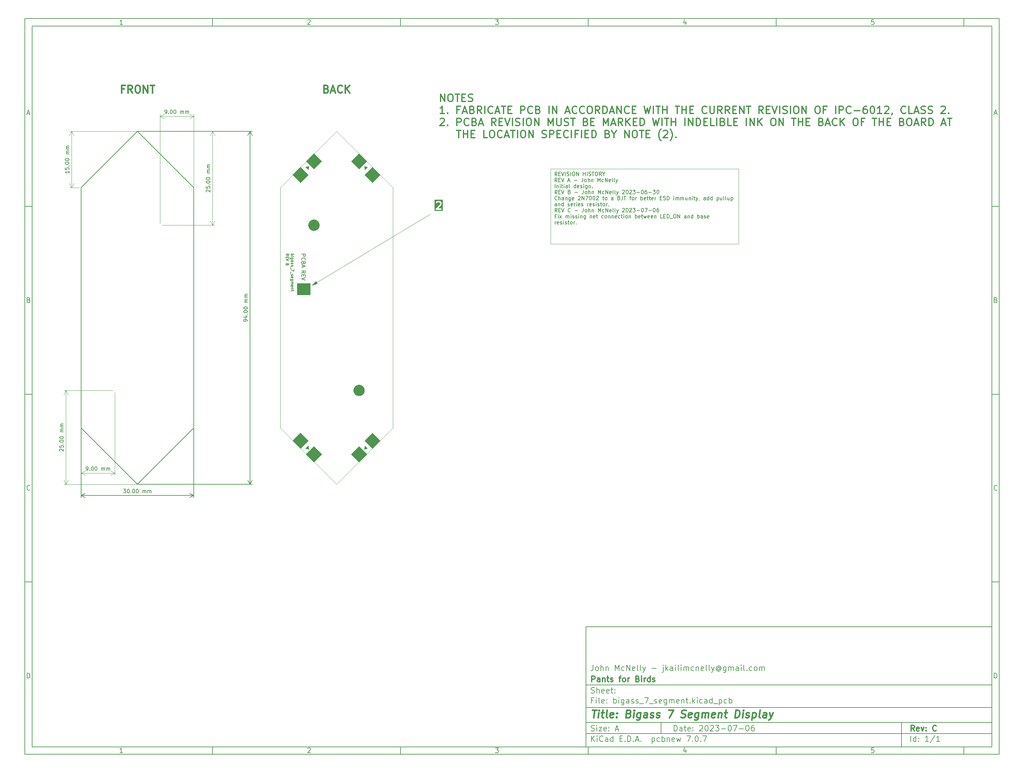
<source format=gbr>
G04 #@! TF.GenerationSoftware,KiCad,Pcbnew,7.0.7*
G04 #@! TF.CreationDate,2023-09-04T15:56:20-07:00*
G04 #@! TF.ProjectId,bigass_7_segment,62696761-7373-45f3-975f-7365676d656e,C*
G04 #@! TF.SameCoordinates,Original*
G04 #@! TF.FileFunction,OtherDrawing,Comment*
%FSLAX46Y46*%
G04 Gerber Fmt 4.6, Leading zero omitted, Abs format (unit mm)*
G04 Created by KiCad (PCBNEW 7.0.7) date 2023-09-04 15:56:20*
%MOMM*%
%LPD*%
G01*
G04 APERTURE LIST*
%ADD10C,0.100000*%
%ADD11C,0.150000*%
%ADD12C,0.300000*%
%ADD13C,0.400000*%
%ADD14C,0.119999*%
%ADD15C,0.000000*%
%ADD16C,0.050000*%
G04 APERTURE END LIST*
D10*
D11*
X159400000Y-171900000D02*
X267400000Y-171900000D01*
X267400000Y-203900000D01*
X159400000Y-203900000D01*
X159400000Y-171900000D01*
D10*
D11*
X10000000Y-10000000D02*
X269400000Y-10000000D01*
X269400000Y-205900000D01*
X10000000Y-205900000D01*
X10000000Y-10000000D01*
D10*
D11*
X12000000Y-12000000D02*
X267400000Y-12000000D01*
X267400000Y-203900000D01*
X12000000Y-203900000D01*
X12000000Y-12000000D01*
D10*
D11*
X60000000Y-12000000D02*
X60000000Y-10000000D01*
D10*
D11*
X110000000Y-12000000D02*
X110000000Y-10000000D01*
D10*
D11*
X160000000Y-12000000D02*
X160000000Y-10000000D01*
D10*
D11*
X210000000Y-12000000D02*
X210000000Y-10000000D01*
D10*
D11*
X260000000Y-12000000D02*
X260000000Y-10000000D01*
D10*
D11*
X36089160Y-11593604D02*
X35346303Y-11593604D01*
X35717731Y-11593604D02*
X35717731Y-10293604D01*
X35717731Y-10293604D02*
X35593922Y-10479319D01*
X35593922Y-10479319D02*
X35470112Y-10603128D01*
X35470112Y-10603128D02*
X35346303Y-10665033D01*
D10*
D11*
X85346303Y-10417414D02*
X85408207Y-10355509D01*
X85408207Y-10355509D02*
X85532017Y-10293604D01*
X85532017Y-10293604D02*
X85841541Y-10293604D01*
X85841541Y-10293604D02*
X85965350Y-10355509D01*
X85965350Y-10355509D02*
X86027255Y-10417414D01*
X86027255Y-10417414D02*
X86089160Y-10541223D01*
X86089160Y-10541223D02*
X86089160Y-10665033D01*
X86089160Y-10665033D02*
X86027255Y-10850747D01*
X86027255Y-10850747D02*
X85284398Y-11593604D01*
X85284398Y-11593604D02*
X86089160Y-11593604D01*
D10*
D11*
X135284398Y-10293604D02*
X136089160Y-10293604D01*
X136089160Y-10293604D02*
X135655826Y-10788842D01*
X135655826Y-10788842D02*
X135841541Y-10788842D01*
X135841541Y-10788842D02*
X135965350Y-10850747D01*
X135965350Y-10850747D02*
X136027255Y-10912652D01*
X136027255Y-10912652D02*
X136089160Y-11036461D01*
X136089160Y-11036461D02*
X136089160Y-11345985D01*
X136089160Y-11345985D02*
X136027255Y-11469795D01*
X136027255Y-11469795D02*
X135965350Y-11531700D01*
X135965350Y-11531700D02*
X135841541Y-11593604D01*
X135841541Y-11593604D02*
X135470112Y-11593604D01*
X135470112Y-11593604D02*
X135346303Y-11531700D01*
X135346303Y-11531700D02*
X135284398Y-11469795D01*
D10*
D11*
X185965350Y-10726938D02*
X185965350Y-11593604D01*
X185655826Y-10231700D02*
X185346303Y-11160271D01*
X185346303Y-11160271D02*
X186151064Y-11160271D01*
D10*
D11*
X236027255Y-10293604D02*
X235408207Y-10293604D01*
X235408207Y-10293604D02*
X235346303Y-10912652D01*
X235346303Y-10912652D02*
X235408207Y-10850747D01*
X235408207Y-10850747D02*
X235532017Y-10788842D01*
X235532017Y-10788842D02*
X235841541Y-10788842D01*
X235841541Y-10788842D02*
X235965350Y-10850747D01*
X235965350Y-10850747D02*
X236027255Y-10912652D01*
X236027255Y-10912652D02*
X236089160Y-11036461D01*
X236089160Y-11036461D02*
X236089160Y-11345985D01*
X236089160Y-11345985D02*
X236027255Y-11469795D01*
X236027255Y-11469795D02*
X235965350Y-11531700D01*
X235965350Y-11531700D02*
X235841541Y-11593604D01*
X235841541Y-11593604D02*
X235532017Y-11593604D01*
X235532017Y-11593604D02*
X235408207Y-11531700D01*
X235408207Y-11531700D02*
X235346303Y-11469795D01*
D10*
D11*
X60000000Y-203900000D02*
X60000000Y-205900000D01*
D10*
D11*
X110000000Y-203900000D02*
X110000000Y-205900000D01*
D10*
D11*
X160000000Y-203900000D02*
X160000000Y-205900000D01*
D10*
D11*
X210000000Y-203900000D02*
X210000000Y-205900000D01*
D10*
D11*
X260000000Y-203900000D02*
X260000000Y-205900000D01*
D10*
D11*
X36089160Y-205493604D02*
X35346303Y-205493604D01*
X35717731Y-205493604D02*
X35717731Y-204193604D01*
X35717731Y-204193604D02*
X35593922Y-204379319D01*
X35593922Y-204379319D02*
X35470112Y-204503128D01*
X35470112Y-204503128D02*
X35346303Y-204565033D01*
D10*
D11*
X85346303Y-204317414D02*
X85408207Y-204255509D01*
X85408207Y-204255509D02*
X85532017Y-204193604D01*
X85532017Y-204193604D02*
X85841541Y-204193604D01*
X85841541Y-204193604D02*
X85965350Y-204255509D01*
X85965350Y-204255509D02*
X86027255Y-204317414D01*
X86027255Y-204317414D02*
X86089160Y-204441223D01*
X86089160Y-204441223D02*
X86089160Y-204565033D01*
X86089160Y-204565033D02*
X86027255Y-204750747D01*
X86027255Y-204750747D02*
X85284398Y-205493604D01*
X85284398Y-205493604D02*
X86089160Y-205493604D01*
D10*
D11*
X135284398Y-204193604D02*
X136089160Y-204193604D01*
X136089160Y-204193604D02*
X135655826Y-204688842D01*
X135655826Y-204688842D02*
X135841541Y-204688842D01*
X135841541Y-204688842D02*
X135965350Y-204750747D01*
X135965350Y-204750747D02*
X136027255Y-204812652D01*
X136027255Y-204812652D02*
X136089160Y-204936461D01*
X136089160Y-204936461D02*
X136089160Y-205245985D01*
X136089160Y-205245985D02*
X136027255Y-205369795D01*
X136027255Y-205369795D02*
X135965350Y-205431700D01*
X135965350Y-205431700D02*
X135841541Y-205493604D01*
X135841541Y-205493604D02*
X135470112Y-205493604D01*
X135470112Y-205493604D02*
X135346303Y-205431700D01*
X135346303Y-205431700D02*
X135284398Y-205369795D01*
D10*
D11*
X185965350Y-204626938D02*
X185965350Y-205493604D01*
X185655826Y-204131700D02*
X185346303Y-205060271D01*
X185346303Y-205060271D02*
X186151064Y-205060271D01*
D10*
D11*
X236027255Y-204193604D02*
X235408207Y-204193604D01*
X235408207Y-204193604D02*
X235346303Y-204812652D01*
X235346303Y-204812652D02*
X235408207Y-204750747D01*
X235408207Y-204750747D02*
X235532017Y-204688842D01*
X235532017Y-204688842D02*
X235841541Y-204688842D01*
X235841541Y-204688842D02*
X235965350Y-204750747D01*
X235965350Y-204750747D02*
X236027255Y-204812652D01*
X236027255Y-204812652D02*
X236089160Y-204936461D01*
X236089160Y-204936461D02*
X236089160Y-205245985D01*
X236089160Y-205245985D02*
X236027255Y-205369795D01*
X236027255Y-205369795D02*
X235965350Y-205431700D01*
X235965350Y-205431700D02*
X235841541Y-205493604D01*
X235841541Y-205493604D02*
X235532017Y-205493604D01*
X235532017Y-205493604D02*
X235408207Y-205431700D01*
X235408207Y-205431700D02*
X235346303Y-205369795D01*
D10*
D11*
X10000000Y-60000000D02*
X12000000Y-60000000D01*
D10*
D11*
X10000000Y-110000000D02*
X12000000Y-110000000D01*
D10*
D11*
X10000000Y-160000000D02*
X12000000Y-160000000D01*
D10*
D11*
X10690476Y-35222176D02*
X11309523Y-35222176D01*
X10566666Y-35593604D02*
X10999999Y-34293604D01*
X10999999Y-34293604D02*
X11433333Y-35593604D01*
D10*
D11*
X11092857Y-84912652D02*
X11278571Y-84974557D01*
X11278571Y-84974557D02*
X11340476Y-85036461D01*
X11340476Y-85036461D02*
X11402380Y-85160271D01*
X11402380Y-85160271D02*
X11402380Y-85345985D01*
X11402380Y-85345985D02*
X11340476Y-85469795D01*
X11340476Y-85469795D02*
X11278571Y-85531700D01*
X11278571Y-85531700D02*
X11154761Y-85593604D01*
X11154761Y-85593604D02*
X10659523Y-85593604D01*
X10659523Y-85593604D02*
X10659523Y-84293604D01*
X10659523Y-84293604D02*
X11092857Y-84293604D01*
X11092857Y-84293604D02*
X11216666Y-84355509D01*
X11216666Y-84355509D02*
X11278571Y-84417414D01*
X11278571Y-84417414D02*
X11340476Y-84541223D01*
X11340476Y-84541223D02*
X11340476Y-84665033D01*
X11340476Y-84665033D02*
X11278571Y-84788842D01*
X11278571Y-84788842D02*
X11216666Y-84850747D01*
X11216666Y-84850747D02*
X11092857Y-84912652D01*
X11092857Y-84912652D02*
X10659523Y-84912652D01*
D10*
D11*
X11402380Y-135469795D02*
X11340476Y-135531700D01*
X11340476Y-135531700D02*
X11154761Y-135593604D01*
X11154761Y-135593604D02*
X11030952Y-135593604D01*
X11030952Y-135593604D02*
X10845238Y-135531700D01*
X10845238Y-135531700D02*
X10721428Y-135407890D01*
X10721428Y-135407890D02*
X10659523Y-135284080D01*
X10659523Y-135284080D02*
X10597619Y-135036461D01*
X10597619Y-135036461D02*
X10597619Y-134850747D01*
X10597619Y-134850747D02*
X10659523Y-134603128D01*
X10659523Y-134603128D02*
X10721428Y-134479319D01*
X10721428Y-134479319D02*
X10845238Y-134355509D01*
X10845238Y-134355509D02*
X11030952Y-134293604D01*
X11030952Y-134293604D02*
X11154761Y-134293604D01*
X11154761Y-134293604D02*
X11340476Y-134355509D01*
X11340476Y-134355509D02*
X11402380Y-134417414D01*
D10*
D11*
X10659523Y-185593604D02*
X10659523Y-184293604D01*
X10659523Y-184293604D02*
X10969047Y-184293604D01*
X10969047Y-184293604D02*
X11154761Y-184355509D01*
X11154761Y-184355509D02*
X11278571Y-184479319D01*
X11278571Y-184479319D02*
X11340476Y-184603128D01*
X11340476Y-184603128D02*
X11402380Y-184850747D01*
X11402380Y-184850747D02*
X11402380Y-185036461D01*
X11402380Y-185036461D02*
X11340476Y-185284080D01*
X11340476Y-185284080D02*
X11278571Y-185407890D01*
X11278571Y-185407890D02*
X11154761Y-185531700D01*
X11154761Y-185531700D02*
X10969047Y-185593604D01*
X10969047Y-185593604D02*
X10659523Y-185593604D01*
D10*
D11*
X269400000Y-60000000D02*
X267400000Y-60000000D01*
D10*
D11*
X269400000Y-110000000D02*
X267400000Y-110000000D01*
D10*
D11*
X269400000Y-160000000D02*
X267400000Y-160000000D01*
D10*
D11*
X268090476Y-35222176D02*
X268709523Y-35222176D01*
X267966666Y-35593604D02*
X268399999Y-34293604D01*
X268399999Y-34293604D02*
X268833333Y-35593604D01*
D10*
D11*
X268492857Y-84912652D02*
X268678571Y-84974557D01*
X268678571Y-84974557D02*
X268740476Y-85036461D01*
X268740476Y-85036461D02*
X268802380Y-85160271D01*
X268802380Y-85160271D02*
X268802380Y-85345985D01*
X268802380Y-85345985D02*
X268740476Y-85469795D01*
X268740476Y-85469795D02*
X268678571Y-85531700D01*
X268678571Y-85531700D02*
X268554761Y-85593604D01*
X268554761Y-85593604D02*
X268059523Y-85593604D01*
X268059523Y-85593604D02*
X268059523Y-84293604D01*
X268059523Y-84293604D02*
X268492857Y-84293604D01*
X268492857Y-84293604D02*
X268616666Y-84355509D01*
X268616666Y-84355509D02*
X268678571Y-84417414D01*
X268678571Y-84417414D02*
X268740476Y-84541223D01*
X268740476Y-84541223D02*
X268740476Y-84665033D01*
X268740476Y-84665033D02*
X268678571Y-84788842D01*
X268678571Y-84788842D02*
X268616666Y-84850747D01*
X268616666Y-84850747D02*
X268492857Y-84912652D01*
X268492857Y-84912652D02*
X268059523Y-84912652D01*
D10*
D11*
X268802380Y-135469795D02*
X268740476Y-135531700D01*
X268740476Y-135531700D02*
X268554761Y-135593604D01*
X268554761Y-135593604D02*
X268430952Y-135593604D01*
X268430952Y-135593604D02*
X268245238Y-135531700D01*
X268245238Y-135531700D02*
X268121428Y-135407890D01*
X268121428Y-135407890D02*
X268059523Y-135284080D01*
X268059523Y-135284080D02*
X267997619Y-135036461D01*
X267997619Y-135036461D02*
X267997619Y-134850747D01*
X267997619Y-134850747D02*
X268059523Y-134603128D01*
X268059523Y-134603128D02*
X268121428Y-134479319D01*
X268121428Y-134479319D02*
X268245238Y-134355509D01*
X268245238Y-134355509D02*
X268430952Y-134293604D01*
X268430952Y-134293604D02*
X268554761Y-134293604D01*
X268554761Y-134293604D02*
X268740476Y-134355509D01*
X268740476Y-134355509D02*
X268802380Y-134417414D01*
D10*
D11*
X268059523Y-185593604D02*
X268059523Y-184293604D01*
X268059523Y-184293604D02*
X268369047Y-184293604D01*
X268369047Y-184293604D02*
X268554761Y-184355509D01*
X268554761Y-184355509D02*
X268678571Y-184479319D01*
X268678571Y-184479319D02*
X268740476Y-184603128D01*
X268740476Y-184603128D02*
X268802380Y-184850747D01*
X268802380Y-184850747D02*
X268802380Y-185036461D01*
X268802380Y-185036461D02*
X268740476Y-185284080D01*
X268740476Y-185284080D02*
X268678571Y-185407890D01*
X268678571Y-185407890D02*
X268554761Y-185531700D01*
X268554761Y-185531700D02*
X268369047Y-185593604D01*
X268369047Y-185593604D02*
X268059523Y-185593604D01*
D10*
D11*
X182855826Y-199686128D02*
X182855826Y-198186128D01*
X182855826Y-198186128D02*
X183212969Y-198186128D01*
X183212969Y-198186128D02*
X183427255Y-198257557D01*
X183427255Y-198257557D02*
X183570112Y-198400414D01*
X183570112Y-198400414D02*
X183641541Y-198543271D01*
X183641541Y-198543271D02*
X183712969Y-198828985D01*
X183712969Y-198828985D02*
X183712969Y-199043271D01*
X183712969Y-199043271D02*
X183641541Y-199328985D01*
X183641541Y-199328985D02*
X183570112Y-199471842D01*
X183570112Y-199471842D02*
X183427255Y-199614700D01*
X183427255Y-199614700D02*
X183212969Y-199686128D01*
X183212969Y-199686128D02*
X182855826Y-199686128D01*
X184998684Y-199686128D02*
X184998684Y-198900414D01*
X184998684Y-198900414D02*
X184927255Y-198757557D01*
X184927255Y-198757557D02*
X184784398Y-198686128D01*
X184784398Y-198686128D02*
X184498684Y-198686128D01*
X184498684Y-198686128D02*
X184355826Y-198757557D01*
X184998684Y-199614700D02*
X184855826Y-199686128D01*
X184855826Y-199686128D02*
X184498684Y-199686128D01*
X184498684Y-199686128D02*
X184355826Y-199614700D01*
X184355826Y-199614700D02*
X184284398Y-199471842D01*
X184284398Y-199471842D02*
X184284398Y-199328985D01*
X184284398Y-199328985D02*
X184355826Y-199186128D01*
X184355826Y-199186128D02*
X184498684Y-199114700D01*
X184498684Y-199114700D02*
X184855826Y-199114700D01*
X184855826Y-199114700D02*
X184998684Y-199043271D01*
X185498684Y-198686128D02*
X186070112Y-198686128D01*
X185712969Y-198186128D02*
X185712969Y-199471842D01*
X185712969Y-199471842D02*
X185784398Y-199614700D01*
X185784398Y-199614700D02*
X185927255Y-199686128D01*
X185927255Y-199686128D02*
X186070112Y-199686128D01*
X187141541Y-199614700D02*
X186998684Y-199686128D01*
X186998684Y-199686128D02*
X186712970Y-199686128D01*
X186712970Y-199686128D02*
X186570112Y-199614700D01*
X186570112Y-199614700D02*
X186498684Y-199471842D01*
X186498684Y-199471842D02*
X186498684Y-198900414D01*
X186498684Y-198900414D02*
X186570112Y-198757557D01*
X186570112Y-198757557D02*
X186712970Y-198686128D01*
X186712970Y-198686128D02*
X186998684Y-198686128D01*
X186998684Y-198686128D02*
X187141541Y-198757557D01*
X187141541Y-198757557D02*
X187212970Y-198900414D01*
X187212970Y-198900414D02*
X187212970Y-199043271D01*
X187212970Y-199043271D02*
X186498684Y-199186128D01*
X187855826Y-199543271D02*
X187927255Y-199614700D01*
X187927255Y-199614700D02*
X187855826Y-199686128D01*
X187855826Y-199686128D02*
X187784398Y-199614700D01*
X187784398Y-199614700D02*
X187855826Y-199543271D01*
X187855826Y-199543271D02*
X187855826Y-199686128D01*
X187855826Y-198757557D02*
X187927255Y-198828985D01*
X187927255Y-198828985D02*
X187855826Y-198900414D01*
X187855826Y-198900414D02*
X187784398Y-198828985D01*
X187784398Y-198828985D02*
X187855826Y-198757557D01*
X187855826Y-198757557D02*
X187855826Y-198900414D01*
X189641541Y-198328985D02*
X189712969Y-198257557D01*
X189712969Y-198257557D02*
X189855827Y-198186128D01*
X189855827Y-198186128D02*
X190212969Y-198186128D01*
X190212969Y-198186128D02*
X190355827Y-198257557D01*
X190355827Y-198257557D02*
X190427255Y-198328985D01*
X190427255Y-198328985D02*
X190498684Y-198471842D01*
X190498684Y-198471842D02*
X190498684Y-198614700D01*
X190498684Y-198614700D02*
X190427255Y-198828985D01*
X190427255Y-198828985D02*
X189570112Y-199686128D01*
X189570112Y-199686128D02*
X190498684Y-199686128D01*
X191427255Y-198186128D02*
X191570112Y-198186128D01*
X191570112Y-198186128D02*
X191712969Y-198257557D01*
X191712969Y-198257557D02*
X191784398Y-198328985D01*
X191784398Y-198328985D02*
X191855826Y-198471842D01*
X191855826Y-198471842D02*
X191927255Y-198757557D01*
X191927255Y-198757557D02*
X191927255Y-199114700D01*
X191927255Y-199114700D02*
X191855826Y-199400414D01*
X191855826Y-199400414D02*
X191784398Y-199543271D01*
X191784398Y-199543271D02*
X191712969Y-199614700D01*
X191712969Y-199614700D02*
X191570112Y-199686128D01*
X191570112Y-199686128D02*
X191427255Y-199686128D01*
X191427255Y-199686128D02*
X191284398Y-199614700D01*
X191284398Y-199614700D02*
X191212969Y-199543271D01*
X191212969Y-199543271D02*
X191141540Y-199400414D01*
X191141540Y-199400414D02*
X191070112Y-199114700D01*
X191070112Y-199114700D02*
X191070112Y-198757557D01*
X191070112Y-198757557D02*
X191141540Y-198471842D01*
X191141540Y-198471842D02*
X191212969Y-198328985D01*
X191212969Y-198328985D02*
X191284398Y-198257557D01*
X191284398Y-198257557D02*
X191427255Y-198186128D01*
X192498683Y-198328985D02*
X192570111Y-198257557D01*
X192570111Y-198257557D02*
X192712969Y-198186128D01*
X192712969Y-198186128D02*
X193070111Y-198186128D01*
X193070111Y-198186128D02*
X193212969Y-198257557D01*
X193212969Y-198257557D02*
X193284397Y-198328985D01*
X193284397Y-198328985D02*
X193355826Y-198471842D01*
X193355826Y-198471842D02*
X193355826Y-198614700D01*
X193355826Y-198614700D02*
X193284397Y-198828985D01*
X193284397Y-198828985D02*
X192427254Y-199686128D01*
X192427254Y-199686128D02*
X193355826Y-199686128D01*
X193855825Y-198186128D02*
X194784397Y-198186128D01*
X194784397Y-198186128D02*
X194284397Y-198757557D01*
X194284397Y-198757557D02*
X194498682Y-198757557D01*
X194498682Y-198757557D02*
X194641540Y-198828985D01*
X194641540Y-198828985D02*
X194712968Y-198900414D01*
X194712968Y-198900414D02*
X194784397Y-199043271D01*
X194784397Y-199043271D02*
X194784397Y-199400414D01*
X194784397Y-199400414D02*
X194712968Y-199543271D01*
X194712968Y-199543271D02*
X194641540Y-199614700D01*
X194641540Y-199614700D02*
X194498682Y-199686128D01*
X194498682Y-199686128D02*
X194070111Y-199686128D01*
X194070111Y-199686128D02*
X193927254Y-199614700D01*
X193927254Y-199614700D02*
X193855825Y-199543271D01*
X195427253Y-199114700D02*
X196570111Y-199114700D01*
X197570111Y-198186128D02*
X197712968Y-198186128D01*
X197712968Y-198186128D02*
X197855825Y-198257557D01*
X197855825Y-198257557D02*
X197927254Y-198328985D01*
X197927254Y-198328985D02*
X197998682Y-198471842D01*
X197998682Y-198471842D02*
X198070111Y-198757557D01*
X198070111Y-198757557D02*
X198070111Y-199114700D01*
X198070111Y-199114700D02*
X197998682Y-199400414D01*
X197998682Y-199400414D02*
X197927254Y-199543271D01*
X197927254Y-199543271D02*
X197855825Y-199614700D01*
X197855825Y-199614700D02*
X197712968Y-199686128D01*
X197712968Y-199686128D02*
X197570111Y-199686128D01*
X197570111Y-199686128D02*
X197427254Y-199614700D01*
X197427254Y-199614700D02*
X197355825Y-199543271D01*
X197355825Y-199543271D02*
X197284396Y-199400414D01*
X197284396Y-199400414D02*
X197212968Y-199114700D01*
X197212968Y-199114700D02*
X197212968Y-198757557D01*
X197212968Y-198757557D02*
X197284396Y-198471842D01*
X197284396Y-198471842D02*
X197355825Y-198328985D01*
X197355825Y-198328985D02*
X197427254Y-198257557D01*
X197427254Y-198257557D02*
X197570111Y-198186128D01*
X198570110Y-198186128D02*
X199570110Y-198186128D01*
X199570110Y-198186128D02*
X198927253Y-199686128D01*
X200141538Y-199114700D02*
X201284396Y-199114700D01*
X202284396Y-198186128D02*
X202427253Y-198186128D01*
X202427253Y-198186128D02*
X202570110Y-198257557D01*
X202570110Y-198257557D02*
X202641539Y-198328985D01*
X202641539Y-198328985D02*
X202712967Y-198471842D01*
X202712967Y-198471842D02*
X202784396Y-198757557D01*
X202784396Y-198757557D02*
X202784396Y-199114700D01*
X202784396Y-199114700D02*
X202712967Y-199400414D01*
X202712967Y-199400414D02*
X202641539Y-199543271D01*
X202641539Y-199543271D02*
X202570110Y-199614700D01*
X202570110Y-199614700D02*
X202427253Y-199686128D01*
X202427253Y-199686128D02*
X202284396Y-199686128D01*
X202284396Y-199686128D02*
X202141539Y-199614700D01*
X202141539Y-199614700D02*
X202070110Y-199543271D01*
X202070110Y-199543271D02*
X201998681Y-199400414D01*
X201998681Y-199400414D02*
X201927253Y-199114700D01*
X201927253Y-199114700D02*
X201927253Y-198757557D01*
X201927253Y-198757557D02*
X201998681Y-198471842D01*
X201998681Y-198471842D02*
X202070110Y-198328985D01*
X202070110Y-198328985D02*
X202141539Y-198257557D01*
X202141539Y-198257557D02*
X202284396Y-198186128D01*
X204070110Y-198186128D02*
X203784395Y-198186128D01*
X203784395Y-198186128D02*
X203641538Y-198257557D01*
X203641538Y-198257557D02*
X203570110Y-198328985D01*
X203570110Y-198328985D02*
X203427252Y-198543271D01*
X203427252Y-198543271D02*
X203355824Y-198828985D01*
X203355824Y-198828985D02*
X203355824Y-199400414D01*
X203355824Y-199400414D02*
X203427252Y-199543271D01*
X203427252Y-199543271D02*
X203498681Y-199614700D01*
X203498681Y-199614700D02*
X203641538Y-199686128D01*
X203641538Y-199686128D02*
X203927252Y-199686128D01*
X203927252Y-199686128D02*
X204070110Y-199614700D01*
X204070110Y-199614700D02*
X204141538Y-199543271D01*
X204141538Y-199543271D02*
X204212967Y-199400414D01*
X204212967Y-199400414D02*
X204212967Y-199043271D01*
X204212967Y-199043271D02*
X204141538Y-198900414D01*
X204141538Y-198900414D02*
X204070110Y-198828985D01*
X204070110Y-198828985D02*
X203927252Y-198757557D01*
X203927252Y-198757557D02*
X203641538Y-198757557D01*
X203641538Y-198757557D02*
X203498681Y-198828985D01*
X203498681Y-198828985D02*
X203427252Y-198900414D01*
X203427252Y-198900414D02*
X203355824Y-199043271D01*
D10*
D11*
X159400000Y-200400000D02*
X267400000Y-200400000D01*
D10*
D11*
X160855826Y-202486128D02*
X160855826Y-200986128D01*
X161712969Y-202486128D02*
X161070112Y-201628985D01*
X161712969Y-200986128D02*
X160855826Y-201843271D01*
X162355826Y-202486128D02*
X162355826Y-201486128D01*
X162355826Y-200986128D02*
X162284398Y-201057557D01*
X162284398Y-201057557D02*
X162355826Y-201128985D01*
X162355826Y-201128985D02*
X162427255Y-201057557D01*
X162427255Y-201057557D02*
X162355826Y-200986128D01*
X162355826Y-200986128D02*
X162355826Y-201128985D01*
X163927255Y-202343271D02*
X163855827Y-202414700D01*
X163855827Y-202414700D02*
X163641541Y-202486128D01*
X163641541Y-202486128D02*
X163498684Y-202486128D01*
X163498684Y-202486128D02*
X163284398Y-202414700D01*
X163284398Y-202414700D02*
X163141541Y-202271842D01*
X163141541Y-202271842D02*
X163070112Y-202128985D01*
X163070112Y-202128985D02*
X162998684Y-201843271D01*
X162998684Y-201843271D02*
X162998684Y-201628985D01*
X162998684Y-201628985D02*
X163070112Y-201343271D01*
X163070112Y-201343271D02*
X163141541Y-201200414D01*
X163141541Y-201200414D02*
X163284398Y-201057557D01*
X163284398Y-201057557D02*
X163498684Y-200986128D01*
X163498684Y-200986128D02*
X163641541Y-200986128D01*
X163641541Y-200986128D02*
X163855827Y-201057557D01*
X163855827Y-201057557D02*
X163927255Y-201128985D01*
X165212970Y-202486128D02*
X165212970Y-201700414D01*
X165212970Y-201700414D02*
X165141541Y-201557557D01*
X165141541Y-201557557D02*
X164998684Y-201486128D01*
X164998684Y-201486128D02*
X164712970Y-201486128D01*
X164712970Y-201486128D02*
X164570112Y-201557557D01*
X165212970Y-202414700D02*
X165070112Y-202486128D01*
X165070112Y-202486128D02*
X164712970Y-202486128D01*
X164712970Y-202486128D02*
X164570112Y-202414700D01*
X164570112Y-202414700D02*
X164498684Y-202271842D01*
X164498684Y-202271842D02*
X164498684Y-202128985D01*
X164498684Y-202128985D02*
X164570112Y-201986128D01*
X164570112Y-201986128D02*
X164712970Y-201914700D01*
X164712970Y-201914700D02*
X165070112Y-201914700D01*
X165070112Y-201914700D02*
X165212970Y-201843271D01*
X166570113Y-202486128D02*
X166570113Y-200986128D01*
X166570113Y-202414700D02*
X166427255Y-202486128D01*
X166427255Y-202486128D02*
X166141541Y-202486128D01*
X166141541Y-202486128D02*
X165998684Y-202414700D01*
X165998684Y-202414700D02*
X165927255Y-202343271D01*
X165927255Y-202343271D02*
X165855827Y-202200414D01*
X165855827Y-202200414D02*
X165855827Y-201771842D01*
X165855827Y-201771842D02*
X165927255Y-201628985D01*
X165927255Y-201628985D02*
X165998684Y-201557557D01*
X165998684Y-201557557D02*
X166141541Y-201486128D01*
X166141541Y-201486128D02*
X166427255Y-201486128D01*
X166427255Y-201486128D02*
X166570113Y-201557557D01*
X168427255Y-201700414D02*
X168927255Y-201700414D01*
X169141541Y-202486128D02*
X168427255Y-202486128D01*
X168427255Y-202486128D02*
X168427255Y-200986128D01*
X168427255Y-200986128D02*
X169141541Y-200986128D01*
X169784398Y-202343271D02*
X169855827Y-202414700D01*
X169855827Y-202414700D02*
X169784398Y-202486128D01*
X169784398Y-202486128D02*
X169712970Y-202414700D01*
X169712970Y-202414700D02*
X169784398Y-202343271D01*
X169784398Y-202343271D02*
X169784398Y-202486128D01*
X170498684Y-202486128D02*
X170498684Y-200986128D01*
X170498684Y-200986128D02*
X170855827Y-200986128D01*
X170855827Y-200986128D02*
X171070113Y-201057557D01*
X171070113Y-201057557D02*
X171212970Y-201200414D01*
X171212970Y-201200414D02*
X171284399Y-201343271D01*
X171284399Y-201343271D02*
X171355827Y-201628985D01*
X171355827Y-201628985D02*
X171355827Y-201843271D01*
X171355827Y-201843271D02*
X171284399Y-202128985D01*
X171284399Y-202128985D02*
X171212970Y-202271842D01*
X171212970Y-202271842D02*
X171070113Y-202414700D01*
X171070113Y-202414700D02*
X170855827Y-202486128D01*
X170855827Y-202486128D02*
X170498684Y-202486128D01*
X171998684Y-202343271D02*
X172070113Y-202414700D01*
X172070113Y-202414700D02*
X171998684Y-202486128D01*
X171998684Y-202486128D02*
X171927256Y-202414700D01*
X171927256Y-202414700D02*
X171998684Y-202343271D01*
X171998684Y-202343271D02*
X171998684Y-202486128D01*
X172641542Y-202057557D02*
X173355828Y-202057557D01*
X172498685Y-202486128D02*
X172998685Y-200986128D01*
X172998685Y-200986128D02*
X173498685Y-202486128D01*
X173998684Y-202343271D02*
X174070113Y-202414700D01*
X174070113Y-202414700D02*
X173998684Y-202486128D01*
X173998684Y-202486128D02*
X173927256Y-202414700D01*
X173927256Y-202414700D02*
X173998684Y-202343271D01*
X173998684Y-202343271D02*
X173998684Y-202486128D01*
X176998684Y-201486128D02*
X176998684Y-202986128D01*
X176998684Y-201557557D02*
X177141542Y-201486128D01*
X177141542Y-201486128D02*
X177427256Y-201486128D01*
X177427256Y-201486128D02*
X177570113Y-201557557D01*
X177570113Y-201557557D02*
X177641542Y-201628985D01*
X177641542Y-201628985D02*
X177712970Y-201771842D01*
X177712970Y-201771842D02*
X177712970Y-202200414D01*
X177712970Y-202200414D02*
X177641542Y-202343271D01*
X177641542Y-202343271D02*
X177570113Y-202414700D01*
X177570113Y-202414700D02*
X177427256Y-202486128D01*
X177427256Y-202486128D02*
X177141542Y-202486128D01*
X177141542Y-202486128D02*
X176998684Y-202414700D01*
X178998685Y-202414700D02*
X178855827Y-202486128D01*
X178855827Y-202486128D02*
X178570113Y-202486128D01*
X178570113Y-202486128D02*
X178427256Y-202414700D01*
X178427256Y-202414700D02*
X178355827Y-202343271D01*
X178355827Y-202343271D02*
X178284399Y-202200414D01*
X178284399Y-202200414D02*
X178284399Y-201771842D01*
X178284399Y-201771842D02*
X178355827Y-201628985D01*
X178355827Y-201628985D02*
X178427256Y-201557557D01*
X178427256Y-201557557D02*
X178570113Y-201486128D01*
X178570113Y-201486128D02*
X178855827Y-201486128D01*
X178855827Y-201486128D02*
X178998685Y-201557557D01*
X179641541Y-202486128D02*
X179641541Y-200986128D01*
X179641541Y-201557557D02*
X179784399Y-201486128D01*
X179784399Y-201486128D02*
X180070113Y-201486128D01*
X180070113Y-201486128D02*
X180212970Y-201557557D01*
X180212970Y-201557557D02*
X180284399Y-201628985D01*
X180284399Y-201628985D02*
X180355827Y-201771842D01*
X180355827Y-201771842D02*
X180355827Y-202200414D01*
X180355827Y-202200414D02*
X180284399Y-202343271D01*
X180284399Y-202343271D02*
X180212970Y-202414700D01*
X180212970Y-202414700D02*
X180070113Y-202486128D01*
X180070113Y-202486128D02*
X179784399Y-202486128D01*
X179784399Y-202486128D02*
X179641541Y-202414700D01*
X180998684Y-201486128D02*
X180998684Y-202486128D01*
X180998684Y-201628985D02*
X181070113Y-201557557D01*
X181070113Y-201557557D02*
X181212970Y-201486128D01*
X181212970Y-201486128D02*
X181427256Y-201486128D01*
X181427256Y-201486128D02*
X181570113Y-201557557D01*
X181570113Y-201557557D02*
X181641542Y-201700414D01*
X181641542Y-201700414D02*
X181641542Y-202486128D01*
X182927256Y-202414700D02*
X182784399Y-202486128D01*
X182784399Y-202486128D02*
X182498685Y-202486128D01*
X182498685Y-202486128D02*
X182355827Y-202414700D01*
X182355827Y-202414700D02*
X182284399Y-202271842D01*
X182284399Y-202271842D02*
X182284399Y-201700414D01*
X182284399Y-201700414D02*
X182355827Y-201557557D01*
X182355827Y-201557557D02*
X182498685Y-201486128D01*
X182498685Y-201486128D02*
X182784399Y-201486128D01*
X182784399Y-201486128D02*
X182927256Y-201557557D01*
X182927256Y-201557557D02*
X182998685Y-201700414D01*
X182998685Y-201700414D02*
X182998685Y-201843271D01*
X182998685Y-201843271D02*
X182284399Y-201986128D01*
X183498684Y-201486128D02*
X183784399Y-202486128D01*
X183784399Y-202486128D02*
X184070113Y-201771842D01*
X184070113Y-201771842D02*
X184355827Y-202486128D01*
X184355827Y-202486128D02*
X184641541Y-201486128D01*
X186212970Y-200986128D02*
X187212970Y-200986128D01*
X187212970Y-200986128D02*
X186570113Y-202486128D01*
X187784398Y-202343271D02*
X187855827Y-202414700D01*
X187855827Y-202414700D02*
X187784398Y-202486128D01*
X187784398Y-202486128D02*
X187712970Y-202414700D01*
X187712970Y-202414700D02*
X187784398Y-202343271D01*
X187784398Y-202343271D02*
X187784398Y-202486128D01*
X188784399Y-200986128D02*
X188927256Y-200986128D01*
X188927256Y-200986128D02*
X189070113Y-201057557D01*
X189070113Y-201057557D02*
X189141542Y-201128985D01*
X189141542Y-201128985D02*
X189212970Y-201271842D01*
X189212970Y-201271842D02*
X189284399Y-201557557D01*
X189284399Y-201557557D02*
X189284399Y-201914700D01*
X189284399Y-201914700D02*
X189212970Y-202200414D01*
X189212970Y-202200414D02*
X189141542Y-202343271D01*
X189141542Y-202343271D02*
X189070113Y-202414700D01*
X189070113Y-202414700D02*
X188927256Y-202486128D01*
X188927256Y-202486128D02*
X188784399Y-202486128D01*
X188784399Y-202486128D02*
X188641542Y-202414700D01*
X188641542Y-202414700D02*
X188570113Y-202343271D01*
X188570113Y-202343271D02*
X188498684Y-202200414D01*
X188498684Y-202200414D02*
X188427256Y-201914700D01*
X188427256Y-201914700D02*
X188427256Y-201557557D01*
X188427256Y-201557557D02*
X188498684Y-201271842D01*
X188498684Y-201271842D02*
X188570113Y-201128985D01*
X188570113Y-201128985D02*
X188641542Y-201057557D01*
X188641542Y-201057557D02*
X188784399Y-200986128D01*
X189927255Y-202343271D02*
X189998684Y-202414700D01*
X189998684Y-202414700D02*
X189927255Y-202486128D01*
X189927255Y-202486128D02*
X189855827Y-202414700D01*
X189855827Y-202414700D02*
X189927255Y-202343271D01*
X189927255Y-202343271D02*
X189927255Y-202486128D01*
X190498684Y-200986128D02*
X191498684Y-200986128D01*
X191498684Y-200986128D02*
X190855827Y-202486128D01*
D10*
D11*
X159400000Y-197400000D02*
X267400000Y-197400000D01*
D10*
D12*
X246811653Y-199678328D02*
X246311653Y-198964042D01*
X245954510Y-199678328D02*
X245954510Y-198178328D01*
X245954510Y-198178328D02*
X246525939Y-198178328D01*
X246525939Y-198178328D02*
X246668796Y-198249757D01*
X246668796Y-198249757D02*
X246740225Y-198321185D01*
X246740225Y-198321185D02*
X246811653Y-198464042D01*
X246811653Y-198464042D02*
X246811653Y-198678328D01*
X246811653Y-198678328D02*
X246740225Y-198821185D01*
X246740225Y-198821185D02*
X246668796Y-198892614D01*
X246668796Y-198892614D02*
X246525939Y-198964042D01*
X246525939Y-198964042D02*
X245954510Y-198964042D01*
X248025939Y-199606900D02*
X247883082Y-199678328D01*
X247883082Y-199678328D02*
X247597368Y-199678328D01*
X247597368Y-199678328D02*
X247454510Y-199606900D01*
X247454510Y-199606900D02*
X247383082Y-199464042D01*
X247383082Y-199464042D02*
X247383082Y-198892614D01*
X247383082Y-198892614D02*
X247454510Y-198749757D01*
X247454510Y-198749757D02*
X247597368Y-198678328D01*
X247597368Y-198678328D02*
X247883082Y-198678328D01*
X247883082Y-198678328D02*
X248025939Y-198749757D01*
X248025939Y-198749757D02*
X248097368Y-198892614D01*
X248097368Y-198892614D02*
X248097368Y-199035471D01*
X248097368Y-199035471D02*
X247383082Y-199178328D01*
X248597367Y-198678328D02*
X248954510Y-199678328D01*
X248954510Y-199678328D02*
X249311653Y-198678328D01*
X249883081Y-199535471D02*
X249954510Y-199606900D01*
X249954510Y-199606900D02*
X249883081Y-199678328D01*
X249883081Y-199678328D02*
X249811653Y-199606900D01*
X249811653Y-199606900D02*
X249883081Y-199535471D01*
X249883081Y-199535471D02*
X249883081Y-199678328D01*
X249883081Y-198749757D02*
X249954510Y-198821185D01*
X249954510Y-198821185D02*
X249883081Y-198892614D01*
X249883081Y-198892614D02*
X249811653Y-198821185D01*
X249811653Y-198821185D02*
X249883081Y-198749757D01*
X249883081Y-198749757D02*
X249883081Y-198892614D01*
X252597367Y-199535471D02*
X252525939Y-199606900D01*
X252525939Y-199606900D02*
X252311653Y-199678328D01*
X252311653Y-199678328D02*
X252168796Y-199678328D01*
X252168796Y-199678328D02*
X251954510Y-199606900D01*
X251954510Y-199606900D02*
X251811653Y-199464042D01*
X251811653Y-199464042D02*
X251740224Y-199321185D01*
X251740224Y-199321185D02*
X251668796Y-199035471D01*
X251668796Y-199035471D02*
X251668796Y-198821185D01*
X251668796Y-198821185D02*
X251740224Y-198535471D01*
X251740224Y-198535471D02*
X251811653Y-198392614D01*
X251811653Y-198392614D02*
X251954510Y-198249757D01*
X251954510Y-198249757D02*
X252168796Y-198178328D01*
X252168796Y-198178328D02*
X252311653Y-198178328D01*
X252311653Y-198178328D02*
X252525939Y-198249757D01*
X252525939Y-198249757D02*
X252597367Y-198321185D01*
D10*
D11*
X160784398Y-199614700D02*
X160998684Y-199686128D01*
X160998684Y-199686128D02*
X161355826Y-199686128D01*
X161355826Y-199686128D02*
X161498684Y-199614700D01*
X161498684Y-199614700D02*
X161570112Y-199543271D01*
X161570112Y-199543271D02*
X161641541Y-199400414D01*
X161641541Y-199400414D02*
X161641541Y-199257557D01*
X161641541Y-199257557D02*
X161570112Y-199114700D01*
X161570112Y-199114700D02*
X161498684Y-199043271D01*
X161498684Y-199043271D02*
X161355826Y-198971842D01*
X161355826Y-198971842D02*
X161070112Y-198900414D01*
X161070112Y-198900414D02*
X160927255Y-198828985D01*
X160927255Y-198828985D02*
X160855826Y-198757557D01*
X160855826Y-198757557D02*
X160784398Y-198614700D01*
X160784398Y-198614700D02*
X160784398Y-198471842D01*
X160784398Y-198471842D02*
X160855826Y-198328985D01*
X160855826Y-198328985D02*
X160927255Y-198257557D01*
X160927255Y-198257557D02*
X161070112Y-198186128D01*
X161070112Y-198186128D02*
X161427255Y-198186128D01*
X161427255Y-198186128D02*
X161641541Y-198257557D01*
X162284397Y-199686128D02*
X162284397Y-198686128D01*
X162284397Y-198186128D02*
X162212969Y-198257557D01*
X162212969Y-198257557D02*
X162284397Y-198328985D01*
X162284397Y-198328985D02*
X162355826Y-198257557D01*
X162355826Y-198257557D02*
X162284397Y-198186128D01*
X162284397Y-198186128D02*
X162284397Y-198328985D01*
X162855826Y-198686128D02*
X163641541Y-198686128D01*
X163641541Y-198686128D02*
X162855826Y-199686128D01*
X162855826Y-199686128D02*
X163641541Y-199686128D01*
X164784398Y-199614700D02*
X164641541Y-199686128D01*
X164641541Y-199686128D02*
X164355827Y-199686128D01*
X164355827Y-199686128D02*
X164212969Y-199614700D01*
X164212969Y-199614700D02*
X164141541Y-199471842D01*
X164141541Y-199471842D02*
X164141541Y-198900414D01*
X164141541Y-198900414D02*
X164212969Y-198757557D01*
X164212969Y-198757557D02*
X164355827Y-198686128D01*
X164355827Y-198686128D02*
X164641541Y-198686128D01*
X164641541Y-198686128D02*
X164784398Y-198757557D01*
X164784398Y-198757557D02*
X164855827Y-198900414D01*
X164855827Y-198900414D02*
X164855827Y-199043271D01*
X164855827Y-199043271D02*
X164141541Y-199186128D01*
X165498683Y-199543271D02*
X165570112Y-199614700D01*
X165570112Y-199614700D02*
X165498683Y-199686128D01*
X165498683Y-199686128D02*
X165427255Y-199614700D01*
X165427255Y-199614700D02*
X165498683Y-199543271D01*
X165498683Y-199543271D02*
X165498683Y-199686128D01*
X165498683Y-198757557D02*
X165570112Y-198828985D01*
X165570112Y-198828985D02*
X165498683Y-198900414D01*
X165498683Y-198900414D02*
X165427255Y-198828985D01*
X165427255Y-198828985D02*
X165498683Y-198757557D01*
X165498683Y-198757557D02*
X165498683Y-198900414D01*
X167284398Y-199257557D02*
X167998684Y-199257557D01*
X167141541Y-199686128D02*
X167641541Y-198186128D01*
X167641541Y-198186128D02*
X168141541Y-199686128D01*
D10*
D11*
X245855826Y-202486128D02*
X245855826Y-200986128D01*
X247212970Y-202486128D02*
X247212970Y-200986128D01*
X247212970Y-202414700D02*
X247070112Y-202486128D01*
X247070112Y-202486128D02*
X246784398Y-202486128D01*
X246784398Y-202486128D02*
X246641541Y-202414700D01*
X246641541Y-202414700D02*
X246570112Y-202343271D01*
X246570112Y-202343271D02*
X246498684Y-202200414D01*
X246498684Y-202200414D02*
X246498684Y-201771842D01*
X246498684Y-201771842D02*
X246570112Y-201628985D01*
X246570112Y-201628985D02*
X246641541Y-201557557D01*
X246641541Y-201557557D02*
X246784398Y-201486128D01*
X246784398Y-201486128D02*
X247070112Y-201486128D01*
X247070112Y-201486128D02*
X247212970Y-201557557D01*
X247927255Y-202343271D02*
X247998684Y-202414700D01*
X247998684Y-202414700D02*
X247927255Y-202486128D01*
X247927255Y-202486128D02*
X247855827Y-202414700D01*
X247855827Y-202414700D02*
X247927255Y-202343271D01*
X247927255Y-202343271D02*
X247927255Y-202486128D01*
X247927255Y-201557557D02*
X247998684Y-201628985D01*
X247998684Y-201628985D02*
X247927255Y-201700414D01*
X247927255Y-201700414D02*
X247855827Y-201628985D01*
X247855827Y-201628985D02*
X247927255Y-201557557D01*
X247927255Y-201557557D02*
X247927255Y-201700414D01*
X250570113Y-202486128D02*
X249712970Y-202486128D01*
X250141541Y-202486128D02*
X250141541Y-200986128D01*
X250141541Y-200986128D02*
X249998684Y-201200414D01*
X249998684Y-201200414D02*
X249855827Y-201343271D01*
X249855827Y-201343271D02*
X249712970Y-201414700D01*
X252284398Y-200914700D02*
X250998684Y-202843271D01*
X253570113Y-202486128D02*
X252712970Y-202486128D01*
X253141541Y-202486128D02*
X253141541Y-200986128D01*
X253141541Y-200986128D02*
X252998684Y-201200414D01*
X252998684Y-201200414D02*
X252855827Y-201343271D01*
X252855827Y-201343271D02*
X252712970Y-201414700D01*
D10*
D11*
X159400000Y-193400000D02*
X267400000Y-193400000D01*
D10*
D13*
X161091728Y-194104438D02*
X162234585Y-194104438D01*
X161413157Y-196104438D02*
X161663157Y-194104438D01*
X162651252Y-196104438D02*
X162817919Y-194771104D01*
X162901252Y-194104438D02*
X162794109Y-194199676D01*
X162794109Y-194199676D02*
X162877443Y-194294914D01*
X162877443Y-194294914D02*
X162984586Y-194199676D01*
X162984586Y-194199676D02*
X162901252Y-194104438D01*
X162901252Y-194104438D02*
X162877443Y-194294914D01*
X163484586Y-194771104D02*
X164246490Y-194771104D01*
X163853633Y-194104438D02*
X163639348Y-195818723D01*
X163639348Y-195818723D02*
X163710776Y-196009200D01*
X163710776Y-196009200D02*
X163889348Y-196104438D01*
X163889348Y-196104438D02*
X164079824Y-196104438D01*
X165032205Y-196104438D02*
X164853633Y-196009200D01*
X164853633Y-196009200D02*
X164782205Y-195818723D01*
X164782205Y-195818723D02*
X164996490Y-194104438D01*
X166567919Y-196009200D02*
X166365538Y-196104438D01*
X166365538Y-196104438D02*
X165984585Y-196104438D01*
X165984585Y-196104438D02*
X165806014Y-196009200D01*
X165806014Y-196009200D02*
X165734585Y-195818723D01*
X165734585Y-195818723D02*
X165829824Y-195056819D01*
X165829824Y-195056819D02*
X165948871Y-194866342D01*
X165948871Y-194866342D02*
X166151252Y-194771104D01*
X166151252Y-194771104D02*
X166532204Y-194771104D01*
X166532204Y-194771104D02*
X166710776Y-194866342D01*
X166710776Y-194866342D02*
X166782204Y-195056819D01*
X166782204Y-195056819D02*
X166758395Y-195247295D01*
X166758395Y-195247295D02*
X165782204Y-195437771D01*
X167532205Y-195913961D02*
X167615538Y-196009200D01*
X167615538Y-196009200D02*
X167508395Y-196104438D01*
X167508395Y-196104438D02*
X167425062Y-196009200D01*
X167425062Y-196009200D02*
X167532205Y-195913961D01*
X167532205Y-195913961D02*
X167508395Y-196104438D01*
X167663157Y-194866342D02*
X167746490Y-194961580D01*
X167746490Y-194961580D02*
X167639348Y-195056819D01*
X167639348Y-195056819D02*
X167556014Y-194961580D01*
X167556014Y-194961580D02*
X167663157Y-194866342D01*
X167663157Y-194866342D02*
X167639348Y-195056819D01*
X170782205Y-195056819D02*
X171056015Y-195152057D01*
X171056015Y-195152057D02*
X171139348Y-195247295D01*
X171139348Y-195247295D02*
X171210777Y-195437771D01*
X171210777Y-195437771D02*
X171175062Y-195723485D01*
X171175062Y-195723485D02*
X171056015Y-195913961D01*
X171056015Y-195913961D02*
X170948872Y-196009200D01*
X170948872Y-196009200D02*
X170746491Y-196104438D01*
X170746491Y-196104438D02*
X169984586Y-196104438D01*
X169984586Y-196104438D02*
X170234586Y-194104438D01*
X170234586Y-194104438D02*
X170901253Y-194104438D01*
X170901253Y-194104438D02*
X171079824Y-194199676D01*
X171079824Y-194199676D02*
X171163158Y-194294914D01*
X171163158Y-194294914D02*
X171234586Y-194485390D01*
X171234586Y-194485390D02*
X171210777Y-194675866D01*
X171210777Y-194675866D02*
X171091729Y-194866342D01*
X171091729Y-194866342D02*
X170984586Y-194961580D01*
X170984586Y-194961580D02*
X170782205Y-195056819D01*
X170782205Y-195056819D02*
X170115539Y-195056819D01*
X171984586Y-196104438D02*
X172151253Y-194771104D01*
X172234586Y-194104438D02*
X172127443Y-194199676D01*
X172127443Y-194199676D02*
X172210777Y-194294914D01*
X172210777Y-194294914D02*
X172317920Y-194199676D01*
X172317920Y-194199676D02*
X172234586Y-194104438D01*
X172234586Y-194104438D02*
X172210777Y-194294914D01*
X173960777Y-194771104D02*
X173758396Y-196390152D01*
X173758396Y-196390152D02*
X173639348Y-196580628D01*
X173639348Y-196580628D02*
X173532205Y-196675866D01*
X173532205Y-196675866D02*
X173329824Y-196771104D01*
X173329824Y-196771104D02*
X173044110Y-196771104D01*
X173044110Y-196771104D02*
X172865539Y-196675866D01*
X173806015Y-196009200D02*
X173603634Y-196104438D01*
X173603634Y-196104438D02*
X173222682Y-196104438D01*
X173222682Y-196104438D02*
X173044110Y-196009200D01*
X173044110Y-196009200D02*
X172960777Y-195913961D01*
X172960777Y-195913961D02*
X172889348Y-195723485D01*
X172889348Y-195723485D02*
X172960777Y-195152057D01*
X172960777Y-195152057D02*
X173079824Y-194961580D01*
X173079824Y-194961580D02*
X173186967Y-194866342D01*
X173186967Y-194866342D02*
X173389348Y-194771104D01*
X173389348Y-194771104D02*
X173770301Y-194771104D01*
X173770301Y-194771104D02*
X173948872Y-194866342D01*
X175603634Y-196104438D02*
X175734586Y-195056819D01*
X175734586Y-195056819D02*
X175663158Y-194866342D01*
X175663158Y-194866342D02*
X175484586Y-194771104D01*
X175484586Y-194771104D02*
X175103634Y-194771104D01*
X175103634Y-194771104D02*
X174901253Y-194866342D01*
X175615539Y-196009200D02*
X175413158Y-196104438D01*
X175413158Y-196104438D02*
X174936967Y-196104438D01*
X174936967Y-196104438D02*
X174758396Y-196009200D01*
X174758396Y-196009200D02*
X174686967Y-195818723D01*
X174686967Y-195818723D02*
X174710777Y-195628247D01*
X174710777Y-195628247D02*
X174829825Y-195437771D01*
X174829825Y-195437771D02*
X175032206Y-195342533D01*
X175032206Y-195342533D02*
X175508396Y-195342533D01*
X175508396Y-195342533D02*
X175710777Y-195247295D01*
X176472682Y-196009200D02*
X176651253Y-196104438D01*
X176651253Y-196104438D02*
X177032206Y-196104438D01*
X177032206Y-196104438D02*
X177234587Y-196009200D01*
X177234587Y-196009200D02*
X177353634Y-195818723D01*
X177353634Y-195818723D02*
X177365539Y-195723485D01*
X177365539Y-195723485D02*
X177294110Y-195533009D01*
X177294110Y-195533009D02*
X177115539Y-195437771D01*
X177115539Y-195437771D02*
X176829825Y-195437771D01*
X176829825Y-195437771D02*
X176651253Y-195342533D01*
X176651253Y-195342533D02*
X176579825Y-195152057D01*
X176579825Y-195152057D02*
X176591730Y-195056819D01*
X176591730Y-195056819D02*
X176710777Y-194866342D01*
X176710777Y-194866342D02*
X176913158Y-194771104D01*
X176913158Y-194771104D02*
X177198872Y-194771104D01*
X177198872Y-194771104D02*
X177377444Y-194866342D01*
X178091730Y-196009200D02*
X178270301Y-196104438D01*
X178270301Y-196104438D02*
X178651254Y-196104438D01*
X178651254Y-196104438D02*
X178853635Y-196009200D01*
X178853635Y-196009200D02*
X178972682Y-195818723D01*
X178972682Y-195818723D02*
X178984587Y-195723485D01*
X178984587Y-195723485D02*
X178913158Y-195533009D01*
X178913158Y-195533009D02*
X178734587Y-195437771D01*
X178734587Y-195437771D02*
X178448873Y-195437771D01*
X178448873Y-195437771D02*
X178270301Y-195342533D01*
X178270301Y-195342533D02*
X178198873Y-195152057D01*
X178198873Y-195152057D02*
X178210778Y-195056819D01*
X178210778Y-195056819D02*
X178329825Y-194866342D01*
X178329825Y-194866342D02*
X178532206Y-194771104D01*
X178532206Y-194771104D02*
X178817920Y-194771104D01*
X178817920Y-194771104D02*
X178996492Y-194866342D01*
X181377445Y-194104438D02*
X182710778Y-194104438D01*
X182710778Y-194104438D02*
X181603636Y-196104438D01*
X184663160Y-196009200D02*
X184936969Y-196104438D01*
X184936969Y-196104438D02*
X185413160Y-196104438D01*
X185413160Y-196104438D02*
X185615541Y-196009200D01*
X185615541Y-196009200D02*
X185722684Y-195913961D01*
X185722684Y-195913961D02*
X185841731Y-195723485D01*
X185841731Y-195723485D02*
X185865541Y-195533009D01*
X185865541Y-195533009D02*
X185794112Y-195342533D01*
X185794112Y-195342533D02*
X185710779Y-195247295D01*
X185710779Y-195247295D02*
X185532208Y-195152057D01*
X185532208Y-195152057D02*
X185163160Y-195056819D01*
X185163160Y-195056819D02*
X184984588Y-194961580D01*
X184984588Y-194961580D02*
X184901255Y-194866342D01*
X184901255Y-194866342D02*
X184829827Y-194675866D01*
X184829827Y-194675866D02*
X184853636Y-194485390D01*
X184853636Y-194485390D02*
X184972684Y-194294914D01*
X184972684Y-194294914D02*
X185079827Y-194199676D01*
X185079827Y-194199676D02*
X185282208Y-194104438D01*
X185282208Y-194104438D02*
X185758398Y-194104438D01*
X185758398Y-194104438D02*
X186032208Y-194199676D01*
X187425065Y-196009200D02*
X187222684Y-196104438D01*
X187222684Y-196104438D02*
X186841731Y-196104438D01*
X186841731Y-196104438D02*
X186663160Y-196009200D01*
X186663160Y-196009200D02*
X186591731Y-195818723D01*
X186591731Y-195818723D02*
X186686970Y-195056819D01*
X186686970Y-195056819D02*
X186806017Y-194866342D01*
X186806017Y-194866342D02*
X187008398Y-194771104D01*
X187008398Y-194771104D02*
X187389350Y-194771104D01*
X187389350Y-194771104D02*
X187567922Y-194866342D01*
X187567922Y-194866342D02*
X187639350Y-195056819D01*
X187639350Y-195056819D02*
X187615541Y-195247295D01*
X187615541Y-195247295D02*
X186639350Y-195437771D01*
X189389351Y-194771104D02*
X189186970Y-196390152D01*
X189186970Y-196390152D02*
X189067922Y-196580628D01*
X189067922Y-196580628D02*
X188960779Y-196675866D01*
X188960779Y-196675866D02*
X188758398Y-196771104D01*
X188758398Y-196771104D02*
X188472684Y-196771104D01*
X188472684Y-196771104D02*
X188294113Y-196675866D01*
X189234589Y-196009200D02*
X189032208Y-196104438D01*
X189032208Y-196104438D02*
X188651256Y-196104438D01*
X188651256Y-196104438D02*
X188472684Y-196009200D01*
X188472684Y-196009200D02*
X188389351Y-195913961D01*
X188389351Y-195913961D02*
X188317922Y-195723485D01*
X188317922Y-195723485D02*
X188389351Y-195152057D01*
X188389351Y-195152057D02*
X188508398Y-194961580D01*
X188508398Y-194961580D02*
X188615541Y-194866342D01*
X188615541Y-194866342D02*
X188817922Y-194771104D01*
X188817922Y-194771104D02*
X189198875Y-194771104D01*
X189198875Y-194771104D02*
X189377446Y-194866342D01*
X190175065Y-196104438D02*
X190341732Y-194771104D01*
X190317922Y-194961580D02*
X190425065Y-194866342D01*
X190425065Y-194866342D02*
X190627446Y-194771104D01*
X190627446Y-194771104D02*
X190913160Y-194771104D01*
X190913160Y-194771104D02*
X191091732Y-194866342D01*
X191091732Y-194866342D02*
X191163160Y-195056819D01*
X191163160Y-195056819D02*
X191032208Y-196104438D01*
X191163160Y-195056819D02*
X191282208Y-194866342D01*
X191282208Y-194866342D02*
X191484589Y-194771104D01*
X191484589Y-194771104D02*
X191770303Y-194771104D01*
X191770303Y-194771104D02*
X191948875Y-194866342D01*
X191948875Y-194866342D02*
X192020303Y-195056819D01*
X192020303Y-195056819D02*
X191889351Y-196104438D01*
X193615542Y-196009200D02*
X193413161Y-196104438D01*
X193413161Y-196104438D02*
X193032208Y-196104438D01*
X193032208Y-196104438D02*
X192853637Y-196009200D01*
X192853637Y-196009200D02*
X192782208Y-195818723D01*
X192782208Y-195818723D02*
X192877447Y-195056819D01*
X192877447Y-195056819D02*
X192996494Y-194866342D01*
X192996494Y-194866342D02*
X193198875Y-194771104D01*
X193198875Y-194771104D02*
X193579827Y-194771104D01*
X193579827Y-194771104D02*
X193758399Y-194866342D01*
X193758399Y-194866342D02*
X193829827Y-195056819D01*
X193829827Y-195056819D02*
X193806018Y-195247295D01*
X193806018Y-195247295D02*
X192829827Y-195437771D01*
X194722685Y-194771104D02*
X194556018Y-196104438D01*
X194698875Y-194961580D02*
X194806018Y-194866342D01*
X194806018Y-194866342D02*
X195008399Y-194771104D01*
X195008399Y-194771104D02*
X195294113Y-194771104D01*
X195294113Y-194771104D02*
X195472685Y-194866342D01*
X195472685Y-194866342D02*
X195544113Y-195056819D01*
X195544113Y-195056819D02*
X195413161Y-196104438D01*
X196246495Y-194771104D02*
X197008399Y-194771104D01*
X196615542Y-194104438D02*
X196401257Y-195818723D01*
X196401257Y-195818723D02*
X196472685Y-196009200D01*
X196472685Y-196009200D02*
X196651257Y-196104438D01*
X196651257Y-196104438D02*
X196841733Y-196104438D01*
X199032209Y-196104438D02*
X199282209Y-194104438D01*
X199282209Y-194104438D02*
X199758400Y-194104438D01*
X199758400Y-194104438D02*
X200032209Y-194199676D01*
X200032209Y-194199676D02*
X200198876Y-194390152D01*
X200198876Y-194390152D02*
X200270304Y-194580628D01*
X200270304Y-194580628D02*
X200317924Y-194961580D01*
X200317924Y-194961580D02*
X200282209Y-195247295D01*
X200282209Y-195247295D02*
X200139352Y-195628247D01*
X200139352Y-195628247D02*
X200020304Y-195818723D01*
X200020304Y-195818723D02*
X199806019Y-196009200D01*
X199806019Y-196009200D02*
X199508400Y-196104438D01*
X199508400Y-196104438D02*
X199032209Y-196104438D01*
X201032209Y-196104438D02*
X201198876Y-194771104D01*
X201282209Y-194104438D02*
X201175066Y-194199676D01*
X201175066Y-194199676D02*
X201258400Y-194294914D01*
X201258400Y-194294914D02*
X201365543Y-194199676D01*
X201365543Y-194199676D02*
X201282209Y-194104438D01*
X201282209Y-194104438D02*
X201258400Y-194294914D01*
X201901257Y-196009200D02*
X202079828Y-196104438D01*
X202079828Y-196104438D02*
X202460781Y-196104438D01*
X202460781Y-196104438D02*
X202663162Y-196009200D01*
X202663162Y-196009200D02*
X202782209Y-195818723D01*
X202782209Y-195818723D02*
X202794114Y-195723485D01*
X202794114Y-195723485D02*
X202722685Y-195533009D01*
X202722685Y-195533009D02*
X202544114Y-195437771D01*
X202544114Y-195437771D02*
X202258400Y-195437771D01*
X202258400Y-195437771D02*
X202079828Y-195342533D01*
X202079828Y-195342533D02*
X202008400Y-195152057D01*
X202008400Y-195152057D02*
X202020305Y-195056819D01*
X202020305Y-195056819D02*
X202139352Y-194866342D01*
X202139352Y-194866342D02*
X202341733Y-194771104D01*
X202341733Y-194771104D02*
X202627447Y-194771104D01*
X202627447Y-194771104D02*
X202806019Y-194866342D01*
X203770305Y-194771104D02*
X203520305Y-196771104D01*
X203758400Y-194866342D02*
X203960781Y-194771104D01*
X203960781Y-194771104D02*
X204341733Y-194771104D01*
X204341733Y-194771104D02*
X204520305Y-194866342D01*
X204520305Y-194866342D02*
X204603638Y-194961580D01*
X204603638Y-194961580D02*
X204675067Y-195152057D01*
X204675067Y-195152057D02*
X204603638Y-195723485D01*
X204603638Y-195723485D02*
X204484591Y-195913961D01*
X204484591Y-195913961D02*
X204377448Y-196009200D01*
X204377448Y-196009200D02*
X204175067Y-196104438D01*
X204175067Y-196104438D02*
X203794114Y-196104438D01*
X203794114Y-196104438D02*
X203615543Y-196009200D01*
X205698877Y-196104438D02*
X205520305Y-196009200D01*
X205520305Y-196009200D02*
X205448877Y-195818723D01*
X205448877Y-195818723D02*
X205663162Y-194104438D01*
X207317924Y-196104438D02*
X207448876Y-195056819D01*
X207448876Y-195056819D02*
X207377448Y-194866342D01*
X207377448Y-194866342D02*
X207198876Y-194771104D01*
X207198876Y-194771104D02*
X206817924Y-194771104D01*
X206817924Y-194771104D02*
X206615543Y-194866342D01*
X207329829Y-196009200D02*
X207127448Y-196104438D01*
X207127448Y-196104438D02*
X206651257Y-196104438D01*
X206651257Y-196104438D02*
X206472686Y-196009200D01*
X206472686Y-196009200D02*
X206401257Y-195818723D01*
X206401257Y-195818723D02*
X206425067Y-195628247D01*
X206425067Y-195628247D02*
X206544115Y-195437771D01*
X206544115Y-195437771D02*
X206746496Y-195342533D01*
X206746496Y-195342533D02*
X207222686Y-195342533D01*
X207222686Y-195342533D02*
X207425067Y-195247295D01*
X208246496Y-194771104D02*
X208556020Y-196104438D01*
X209198877Y-194771104D02*
X208556020Y-196104438D01*
X208556020Y-196104438D02*
X208306020Y-196580628D01*
X208306020Y-196580628D02*
X208198877Y-196675866D01*
X208198877Y-196675866D02*
X207996496Y-196771104D01*
D10*
D11*
X161355826Y-191500414D02*
X160855826Y-191500414D01*
X160855826Y-192286128D02*
X160855826Y-190786128D01*
X160855826Y-190786128D02*
X161570112Y-190786128D01*
X162141540Y-192286128D02*
X162141540Y-191286128D01*
X162141540Y-190786128D02*
X162070112Y-190857557D01*
X162070112Y-190857557D02*
X162141540Y-190928985D01*
X162141540Y-190928985D02*
X162212969Y-190857557D01*
X162212969Y-190857557D02*
X162141540Y-190786128D01*
X162141540Y-190786128D02*
X162141540Y-190928985D01*
X163070112Y-192286128D02*
X162927255Y-192214700D01*
X162927255Y-192214700D02*
X162855826Y-192071842D01*
X162855826Y-192071842D02*
X162855826Y-190786128D01*
X164212969Y-192214700D02*
X164070112Y-192286128D01*
X164070112Y-192286128D02*
X163784398Y-192286128D01*
X163784398Y-192286128D02*
X163641540Y-192214700D01*
X163641540Y-192214700D02*
X163570112Y-192071842D01*
X163570112Y-192071842D02*
X163570112Y-191500414D01*
X163570112Y-191500414D02*
X163641540Y-191357557D01*
X163641540Y-191357557D02*
X163784398Y-191286128D01*
X163784398Y-191286128D02*
X164070112Y-191286128D01*
X164070112Y-191286128D02*
X164212969Y-191357557D01*
X164212969Y-191357557D02*
X164284398Y-191500414D01*
X164284398Y-191500414D02*
X164284398Y-191643271D01*
X164284398Y-191643271D02*
X163570112Y-191786128D01*
X164927254Y-192143271D02*
X164998683Y-192214700D01*
X164998683Y-192214700D02*
X164927254Y-192286128D01*
X164927254Y-192286128D02*
X164855826Y-192214700D01*
X164855826Y-192214700D02*
X164927254Y-192143271D01*
X164927254Y-192143271D02*
X164927254Y-192286128D01*
X164927254Y-191357557D02*
X164998683Y-191428985D01*
X164998683Y-191428985D02*
X164927254Y-191500414D01*
X164927254Y-191500414D02*
X164855826Y-191428985D01*
X164855826Y-191428985D02*
X164927254Y-191357557D01*
X164927254Y-191357557D02*
X164927254Y-191500414D01*
X166784397Y-192286128D02*
X166784397Y-190786128D01*
X166784397Y-191357557D02*
X166927255Y-191286128D01*
X166927255Y-191286128D02*
X167212969Y-191286128D01*
X167212969Y-191286128D02*
X167355826Y-191357557D01*
X167355826Y-191357557D02*
X167427255Y-191428985D01*
X167427255Y-191428985D02*
X167498683Y-191571842D01*
X167498683Y-191571842D02*
X167498683Y-192000414D01*
X167498683Y-192000414D02*
X167427255Y-192143271D01*
X167427255Y-192143271D02*
X167355826Y-192214700D01*
X167355826Y-192214700D02*
X167212969Y-192286128D01*
X167212969Y-192286128D02*
X166927255Y-192286128D01*
X166927255Y-192286128D02*
X166784397Y-192214700D01*
X168141540Y-192286128D02*
X168141540Y-191286128D01*
X168141540Y-190786128D02*
X168070112Y-190857557D01*
X168070112Y-190857557D02*
X168141540Y-190928985D01*
X168141540Y-190928985D02*
X168212969Y-190857557D01*
X168212969Y-190857557D02*
X168141540Y-190786128D01*
X168141540Y-190786128D02*
X168141540Y-190928985D01*
X169498684Y-191286128D02*
X169498684Y-192500414D01*
X169498684Y-192500414D02*
X169427255Y-192643271D01*
X169427255Y-192643271D02*
X169355826Y-192714700D01*
X169355826Y-192714700D02*
X169212969Y-192786128D01*
X169212969Y-192786128D02*
X168998684Y-192786128D01*
X168998684Y-192786128D02*
X168855826Y-192714700D01*
X169498684Y-192214700D02*
X169355826Y-192286128D01*
X169355826Y-192286128D02*
X169070112Y-192286128D01*
X169070112Y-192286128D02*
X168927255Y-192214700D01*
X168927255Y-192214700D02*
X168855826Y-192143271D01*
X168855826Y-192143271D02*
X168784398Y-192000414D01*
X168784398Y-192000414D02*
X168784398Y-191571842D01*
X168784398Y-191571842D02*
X168855826Y-191428985D01*
X168855826Y-191428985D02*
X168927255Y-191357557D01*
X168927255Y-191357557D02*
X169070112Y-191286128D01*
X169070112Y-191286128D02*
X169355826Y-191286128D01*
X169355826Y-191286128D02*
X169498684Y-191357557D01*
X170855827Y-192286128D02*
X170855827Y-191500414D01*
X170855827Y-191500414D02*
X170784398Y-191357557D01*
X170784398Y-191357557D02*
X170641541Y-191286128D01*
X170641541Y-191286128D02*
X170355827Y-191286128D01*
X170355827Y-191286128D02*
X170212969Y-191357557D01*
X170855827Y-192214700D02*
X170712969Y-192286128D01*
X170712969Y-192286128D02*
X170355827Y-192286128D01*
X170355827Y-192286128D02*
X170212969Y-192214700D01*
X170212969Y-192214700D02*
X170141541Y-192071842D01*
X170141541Y-192071842D02*
X170141541Y-191928985D01*
X170141541Y-191928985D02*
X170212969Y-191786128D01*
X170212969Y-191786128D02*
X170355827Y-191714700D01*
X170355827Y-191714700D02*
X170712969Y-191714700D01*
X170712969Y-191714700D02*
X170855827Y-191643271D01*
X171498684Y-192214700D02*
X171641541Y-192286128D01*
X171641541Y-192286128D02*
X171927255Y-192286128D01*
X171927255Y-192286128D02*
X172070112Y-192214700D01*
X172070112Y-192214700D02*
X172141541Y-192071842D01*
X172141541Y-192071842D02*
X172141541Y-192000414D01*
X172141541Y-192000414D02*
X172070112Y-191857557D01*
X172070112Y-191857557D02*
X171927255Y-191786128D01*
X171927255Y-191786128D02*
X171712970Y-191786128D01*
X171712970Y-191786128D02*
X171570112Y-191714700D01*
X171570112Y-191714700D02*
X171498684Y-191571842D01*
X171498684Y-191571842D02*
X171498684Y-191500414D01*
X171498684Y-191500414D02*
X171570112Y-191357557D01*
X171570112Y-191357557D02*
X171712970Y-191286128D01*
X171712970Y-191286128D02*
X171927255Y-191286128D01*
X171927255Y-191286128D02*
X172070112Y-191357557D01*
X172712970Y-192214700D02*
X172855827Y-192286128D01*
X172855827Y-192286128D02*
X173141541Y-192286128D01*
X173141541Y-192286128D02*
X173284398Y-192214700D01*
X173284398Y-192214700D02*
X173355827Y-192071842D01*
X173355827Y-192071842D02*
X173355827Y-192000414D01*
X173355827Y-192000414D02*
X173284398Y-191857557D01*
X173284398Y-191857557D02*
X173141541Y-191786128D01*
X173141541Y-191786128D02*
X172927256Y-191786128D01*
X172927256Y-191786128D02*
X172784398Y-191714700D01*
X172784398Y-191714700D02*
X172712970Y-191571842D01*
X172712970Y-191571842D02*
X172712970Y-191500414D01*
X172712970Y-191500414D02*
X172784398Y-191357557D01*
X172784398Y-191357557D02*
X172927256Y-191286128D01*
X172927256Y-191286128D02*
X173141541Y-191286128D01*
X173141541Y-191286128D02*
X173284398Y-191357557D01*
X173641542Y-192428985D02*
X174784399Y-192428985D01*
X174998684Y-190786128D02*
X175998684Y-190786128D01*
X175998684Y-190786128D02*
X175355827Y-192286128D01*
X176212970Y-192428985D02*
X177355827Y-192428985D01*
X177641541Y-192214700D02*
X177784398Y-192286128D01*
X177784398Y-192286128D02*
X178070112Y-192286128D01*
X178070112Y-192286128D02*
X178212969Y-192214700D01*
X178212969Y-192214700D02*
X178284398Y-192071842D01*
X178284398Y-192071842D02*
X178284398Y-192000414D01*
X178284398Y-192000414D02*
X178212969Y-191857557D01*
X178212969Y-191857557D02*
X178070112Y-191786128D01*
X178070112Y-191786128D02*
X177855827Y-191786128D01*
X177855827Y-191786128D02*
X177712969Y-191714700D01*
X177712969Y-191714700D02*
X177641541Y-191571842D01*
X177641541Y-191571842D02*
X177641541Y-191500414D01*
X177641541Y-191500414D02*
X177712969Y-191357557D01*
X177712969Y-191357557D02*
X177855827Y-191286128D01*
X177855827Y-191286128D02*
X178070112Y-191286128D01*
X178070112Y-191286128D02*
X178212969Y-191357557D01*
X179498684Y-192214700D02*
X179355827Y-192286128D01*
X179355827Y-192286128D02*
X179070113Y-192286128D01*
X179070113Y-192286128D02*
X178927255Y-192214700D01*
X178927255Y-192214700D02*
X178855827Y-192071842D01*
X178855827Y-192071842D02*
X178855827Y-191500414D01*
X178855827Y-191500414D02*
X178927255Y-191357557D01*
X178927255Y-191357557D02*
X179070113Y-191286128D01*
X179070113Y-191286128D02*
X179355827Y-191286128D01*
X179355827Y-191286128D02*
X179498684Y-191357557D01*
X179498684Y-191357557D02*
X179570113Y-191500414D01*
X179570113Y-191500414D02*
X179570113Y-191643271D01*
X179570113Y-191643271D02*
X178855827Y-191786128D01*
X180855827Y-191286128D02*
X180855827Y-192500414D01*
X180855827Y-192500414D02*
X180784398Y-192643271D01*
X180784398Y-192643271D02*
X180712969Y-192714700D01*
X180712969Y-192714700D02*
X180570112Y-192786128D01*
X180570112Y-192786128D02*
X180355827Y-192786128D01*
X180355827Y-192786128D02*
X180212969Y-192714700D01*
X180855827Y-192214700D02*
X180712969Y-192286128D01*
X180712969Y-192286128D02*
X180427255Y-192286128D01*
X180427255Y-192286128D02*
X180284398Y-192214700D01*
X180284398Y-192214700D02*
X180212969Y-192143271D01*
X180212969Y-192143271D02*
X180141541Y-192000414D01*
X180141541Y-192000414D02*
X180141541Y-191571842D01*
X180141541Y-191571842D02*
X180212969Y-191428985D01*
X180212969Y-191428985D02*
X180284398Y-191357557D01*
X180284398Y-191357557D02*
X180427255Y-191286128D01*
X180427255Y-191286128D02*
X180712969Y-191286128D01*
X180712969Y-191286128D02*
X180855827Y-191357557D01*
X181570112Y-192286128D02*
X181570112Y-191286128D01*
X181570112Y-191428985D02*
X181641541Y-191357557D01*
X181641541Y-191357557D02*
X181784398Y-191286128D01*
X181784398Y-191286128D02*
X181998684Y-191286128D01*
X181998684Y-191286128D02*
X182141541Y-191357557D01*
X182141541Y-191357557D02*
X182212970Y-191500414D01*
X182212970Y-191500414D02*
X182212970Y-192286128D01*
X182212970Y-191500414D02*
X182284398Y-191357557D01*
X182284398Y-191357557D02*
X182427255Y-191286128D01*
X182427255Y-191286128D02*
X182641541Y-191286128D01*
X182641541Y-191286128D02*
X182784398Y-191357557D01*
X182784398Y-191357557D02*
X182855827Y-191500414D01*
X182855827Y-191500414D02*
X182855827Y-192286128D01*
X184141541Y-192214700D02*
X183998684Y-192286128D01*
X183998684Y-192286128D02*
X183712970Y-192286128D01*
X183712970Y-192286128D02*
X183570112Y-192214700D01*
X183570112Y-192214700D02*
X183498684Y-192071842D01*
X183498684Y-192071842D02*
X183498684Y-191500414D01*
X183498684Y-191500414D02*
X183570112Y-191357557D01*
X183570112Y-191357557D02*
X183712970Y-191286128D01*
X183712970Y-191286128D02*
X183998684Y-191286128D01*
X183998684Y-191286128D02*
X184141541Y-191357557D01*
X184141541Y-191357557D02*
X184212970Y-191500414D01*
X184212970Y-191500414D02*
X184212970Y-191643271D01*
X184212970Y-191643271D02*
X183498684Y-191786128D01*
X184855826Y-191286128D02*
X184855826Y-192286128D01*
X184855826Y-191428985D02*
X184927255Y-191357557D01*
X184927255Y-191357557D02*
X185070112Y-191286128D01*
X185070112Y-191286128D02*
X185284398Y-191286128D01*
X185284398Y-191286128D02*
X185427255Y-191357557D01*
X185427255Y-191357557D02*
X185498684Y-191500414D01*
X185498684Y-191500414D02*
X185498684Y-192286128D01*
X185998684Y-191286128D02*
X186570112Y-191286128D01*
X186212969Y-190786128D02*
X186212969Y-192071842D01*
X186212969Y-192071842D02*
X186284398Y-192214700D01*
X186284398Y-192214700D02*
X186427255Y-192286128D01*
X186427255Y-192286128D02*
X186570112Y-192286128D01*
X187070112Y-192143271D02*
X187141541Y-192214700D01*
X187141541Y-192214700D02*
X187070112Y-192286128D01*
X187070112Y-192286128D02*
X186998684Y-192214700D01*
X186998684Y-192214700D02*
X187070112Y-192143271D01*
X187070112Y-192143271D02*
X187070112Y-192286128D01*
X187784398Y-192286128D02*
X187784398Y-190786128D01*
X187927256Y-191714700D02*
X188355827Y-192286128D01*
X188355827Y-191286128D02*
X187784398Y-191857557D01*
X188998684Y-192286128D02*
X188998684Y-191286128D01*
X188998684Y-190786128D02*
X188927256Y-190857557D01*
X188927256Y-190857557D02*
X188998684Y-190928985D01*
X188998684Y-190928985D02*
X189070113Y-190857557D01*
X189070113Y-190857557D02*
X188998684Y-190786128D01*
X188998684Y-190786128D02*
X188998684Y-190928985D01*
X190355828Y-192214700D02*
X190212970Y-192286128D01*
X190212970Y-192286128D02*
X189927256Y-192286128D01*
X189927256Y-192286128D02*
X189784399Y-192214700D01*
X189784399Y-192214700D02*
X189712970Y-192143271D01*
X189712970Y-192143271D02*
X189641542Y-192000414D01*
X189641542Y-192000414D02*
X189641542Y-191571842D01*
X189641542Y-191571842D02*
X189712970Y-191428985D01*
X189712970Y-191428985D02*
X189784399Y-191357557D01*
X189784399Y-191357557D02*
X189927256Y-191286128D01*
X189927256Y-191286128D02*
X190212970Y-191286128D01*
X190212970Y-191286128D02*
X190355828Y-191357557D01*
X191641542Y-192286128D02*
X191641542Y-191500414D01*
X191641542Y-191500414D02*
X191570113Y-191357557D01*
X191570113Y-191357557D02*
X191427256Y-191286128D01*
X191427256Y-191286128D02*
X191141542Y-191286128D01*
X191141542Y-191286128D02*
X190998684Y-191357557D01*
X191641542Y-192214700D02*
X191498684Y-192286128D01*
X191498684Y-192286128D02*
X191141542Y-192286128D01*
X191141542Y-192286128D02*
X190998684Y-192214700D01*
X190998684Y-192214700D02*
X190927256Y-192071842D01*
X190927256Y-192071842D02*
X190927256Y-191928985D01*
X190927256Y-191928985D02*
X190998684Y-191786128D01*
X190998684Y-191786128D02*
X191141542Y-191714700D01*
X191141542Y-191714700D02*
X191498684Y-191714700D01*
X191498684Y-191714700D02*
X191641542Y-191643271D01*
X192998685Y-192286128D02*
X192998685Y-190786128D01*
X192998685Y-192214700D02*
X192855827Y-192286128D01*
X192855827Y-192286128D02*
X192570113Y-192286128D01*
X192570113Y-192286128D02*
X192427256Y-192214700D01*
X192427256Y-192214700D02*
X192355827Y-192143271D01*
X192355827Y-192143271D02*
X192284399Y-192000414D01*
X192284399Y-192000414D02*
X192284399Y-191571842D01*
X192284399Y-191571842D02*
X192355827Y-191428985D01*
X192355827Y-191428985D02*
X192427256Y-191357557D01*
X192427256Y-191357557D02*
X192570113Y-191286128D01*
X192570113Y-191286128D02*
X192855827Y-191286128D01*
X192855827Y-191286128D02*
X192998685Y-191357557D01*
X193355828Y-192428985D02*
X194498685Y-192428985D01*
X194855827Y-191286128D02*
X194855827Y-192786128D01*
X194855827Y-191357557D02*
X194998685Y-191286128D01*
X194998685Y-191286128D02*
X195284399Y-191286128D01*
X195284399Y-191286128D02*
X195427256Y-191357557D01*
X195427256Y-191357557D02*
X195498685Y-191428985D01*
X195498685Y-191428985D02*
X195570113Y-191571842D01*
X195570113Y-191571842D02*
X195570113Y-192000414D01*
X195570113Y-192000414D02*
X195498685Y-192143271D01*
X195498685Y-192143271D02*
X195427256Y-192214700D01*
X195427256Y-192214700D02*
X195284399Y-192286128D01*
X195284399Y-192286128D02*
X194998685Y-192286128D01*
X194998685Y-192286128D02*
X194855827Y-192214700D01*
X196855828Y-192214700D02*
X196712970Y-192286128D01*
X196712970Y-192286128D02*
X196427256Y-192286128D01*
X196427256Y-192286128D02*
X196284399Y-192214700D01*
X196284399Y-192214700D02*
X196212970Y-192143271D01*
X196212970Y-192143271D02*
X196141542Y-192000414D01*
X196141542Y-192000414D02*
X196141542Y-191571842D01*
X196141542Y-191571842D02*
X196212970Y-191428985D01*
X196212970Y-191428985D02*
X196284399Y-191357557D01*
X196284399Y-191357557D02*
X196427256Y-191286128D01*
X196427256Y-191286128D02*
X196712970Y-191286128D01*
X196712970Y-191286128D02*
X196855828Y-191357557D01*
X197498684Y-192286128D02*
X197498684Y-190786128D01*
X197498684Y-191357557D02*
X197641542Y-191286128D01*
X197641542Y-191286128D02*
X197927256Y-191286128D01*
X197927256Y-191286128D02*
X198070113Y-191357557D01*
X198070113Y-191357557D02*
X198141542Y-191428985D01*
X198141542Y-191428985D02*
X198212970Y-191571842D01*
X198212970Y-191571842D02*
X198212970Y-192000414D01*
X198212970Y-192000414D02*
X198141542Y-192143271D01*
X198141542Y-192143271D02*
X198070113Y-192214700D01*
X198070113Y-192214700D02*
X197927256Y-192286128D01*
X197927256Y-192286128D02*
X197641542Y-192286128D01*
X197641542Y-192286128D02*
X197498684Y-192214700D01*
D10*
D11*
X159400000Y-187400000D02*
X267400000Y-187400000D01*
D10*
D11*
X160784398Y-189514700D02*
X160998684Y-189586128D01*
X160998684Y-189586128D02*
X161355826Y-189586128D01*
X161355826Y-189586128D02*
X161498684Y-189514700D01*
X161498684Y-189514700D02*
X161570112Y-189443271D01*
X161570112Y-189443271D02*
X161641541Y-189300414D01*
X161641541Y-189300414D02*
X161641541Y-189157557D01*
X161641541Y-189157557D02*
X161570112Y-189014700D01*
X161570112Y-189014700D02*
X161498684Y-188943271D01*
X161498684Y-188943271D02*
X161355826Y-188871842D01*
X161355826Y-188871842D02*
X161070112Y-188800414D01*
X161070112Y-188800414D02*
X160927255Y-188728985D01*
X160927255Y-188728985D02*
X160855826Y-188657557D01*
X160855826Y-188657557D02*
X160784398Y-188514700D01*
X160784398Y-188514700D02*
X160784398Y-188371842D01*
X160784398Y-188371842D02*
X160855826Y-188228985D01*
X160855826Y-188228985D02*
X160927255Y-188157557D01*
X160927255Y-188157557D02*
X161070112Y-188086128D01*
X161070112Y-188086128D02*
X161427255Y-188086128D01*
X161427255Y-188086128D02*
X161641541Y-188157557D01*
X162284397Y-189586128D02*
X162284397Y-188086128D01*
X162927255Y-189586128D02*
X162927255Y-188800414D01*
X162927255Y-188800414D02*
X162855826Y-188657557D01*
X162855826Y-188657557D02*
X162712969Y-188586128D01*
X162712969Y-188586128D02*
X162498683Y-188586128D01*
X162498683Y-188586128D02*
X162355826Y-188657557D01*
X162355826Y-188657557D02*
X162284397Y-188728985D01*
X164212969Y-189514700D02*
X164070112Y-189586128D01*
X164070112Y-189586128D02*
X163784398Y-189586128D01*
X163784398Y-189586128D02*
X163641540Y-189514700D01*
X163641540Y-189514700D02*
X163570112Y-189371842D01*
X163570112Y-189371842D02*
X163570112Y-188800414D01*
X163570112Y-188800414D02*
X163641540Y-188657557D01*
X163641540Y-188657557D02*
X163784398Y-188586128D01*
X163784398Y-188586128D02*
X164070112Y-188586128D01*
X164070112Y-188586128D02*
X164212969Y-188657557D01*
X164212969Y-188657557D02*
X164284398Y-188800414D01*
X164284398Y-188800414D02*
X164284398Y-188943271D01*
X164284398Y-188943271D02*
X163570112Y-189086128D01*
X165498683Y-189514700D02*
X165355826Y-189586128D01*
X165355826Y-189586128D02*
X165070112Y-189586128D01*
X165070112Y-189586128D02*
X164927254Y-189514700D01*
X164927254Y-189514700D02*
X164855826Y-189371842D01*
X164855826Y-189371842D02*
X164855826Y-188800414D01*
X164855826Y-188800414D02*
X164927254Y-188657557D01*
X164927254Y-188657557D02*
X165070112Y-188586128D01*
X165070112Y-188586128D02*
X165355826Y-188586128D01*
X165355826Y-188586128D02*
X165498683Y-188657557D01*
X165498683Y-188657557D02*
X165570112Y-188800414D01*
X165570112Y-188800414D02*
X165570112Y-188943271D01*
X165570112Y-188943271D02*
X164855826Y-189086128D01*
X165998683Y-188586128D02*
X166570111Y-188586128D01*
X166212968Y-188086128D02*
X166212968Y-189371842D01*
X166212968Y-189371842D02*
X166284397Y-189514700D01*
X166284397Y-189514700D02*
X166427254Y-189586128D01*
X166427254Y-189586128D02*
X166570111Y-189586128D01*
X167070111Y-189443271D02*
X167141540Y-189514700D01*
X167141540Y-189514700D02*
X167070111Y-189586128D01*
X167070111Y-189586128D02*
X166998683Y-189514700D01*
X166998683Y-189514700D02*
X167070111Y-189443271D01*
X167070111Y-189443271D02*
X167070111Y-189586128D01*
X167070111Y-188657557D02*
X167141540Y-188728985D01*
X167141540Y-188728985D02*
X167070111Y-188800414D01*
X167070111Y-188800414D02*
X166998683Y-188728985D01*
X166998683Y-188728985D02*
X167070111Y-188657557D01*
X167070111Y-188657557D02*
X167070111Y-188800414D01*
D10*
D12*
X160954510Y-186578328D02*
X160954510Y-185078328D01*
X160954510Y-185078328D02*
X161525939Y-185078328D01*
X161525939Y-185078328D02*
X161668796Y-185149757D01*
X161668796Y-185149757D02*
X161740225Y-185221185D01*
X161740225Y-185221185D02*
X161811653Y-185364042D01*
X161811653Y-185364042D02*
X161811653Y-185578328D01*
X161811653Y-185578328D02*
X161740225Y-185721185D01*
X161740225Y-185721185D02*
X161668796Y-185792614D01*
X161668796Y-185792614D02*
X161525939Y-185864042D01*
X161525939Y-185864042D02*
X160954510Y-185864042D01*
X163097368Y-186578328D02*
X163097368Y-185792614D01*
X163097368Y-185792614D02*
X163025939Y-185649757D01*
X163025939Y-185649757D02*
X162883082Y-185578328D01*
X162883082Y-185578328D02*
X162597368Y-185578328D01*
X162597368Y-185578328D02*
X162454510Y-185649757D01*
X163097368Y-186506900D02*
X162954510Y-186578328D01*
X162954510Y-186578328D02*
X162597368Y-186578328D01*
X162597368Y-186578328D02*
X162454510Y-186506900D01*
X162454510Y-186506900D02*
X162383082Y-186364042D01*
X162383082Y-186364042D02*
X162383082Y-186221185D01*
X162383082Y-186221185D02*
X162454510Y-186078328D01*
X162454510Y-186078328D02*
X162597368Y-186006900D01*
X162597368Y-186006900D02*
X162954510Y-186006900D01*
X162954510Y-186006900D02*
X163097368Y-185935471D01*
X163811653Y-185578328D02*
X163811653Y-186578328D01*
X163811653Y-185721185D02*
X163883082Y-185649757D01*
X163883082Y-185649757D02*
X164025939Y-185578328D01*
X164025939Y-185578328D02*
X164240225Y-185578328D01*
X164240225Y-185578328D02*
X164383082Y-185649757D01*
X164383082Y-185649757D02*
X164454511Y-185792614D01*
X164454511Y-185792614D02*
X164454511Y-186578328D01*
X164954511Y-185578328D02*
X165525939Y-185578328D01*
X165168796Y-185078328D02*
X165168796Y-186364042D01*
X165168796Y-186364042D02*
X165240225Y-186506900D01*
X165240225Y-186506900D02*
X165383082Y-186578328D01*
X165383082Y-186578328D02*
X165525939Y-186578328D01*
X165954511Y-186506900D02*
X166097368Y-186578328D01*
X166097368Y-186578328D02*
X166383082Y-186578328D01*
X166383082Y-186578328D02*
X166525939Y-186506900D01*
X166525939Y-186506900D02*
X166597368Y-186364042D01*
X166597368Y-186364042D02*
X166597368Y-186292614D01*
X166597368Y-186292614D02*
X166525939Y-186149757D01*
X166525939Y-186149757D02*
X166383082Y-186078328D01*
X166383082Y-186078328D02*
X166168797Y-186078328D01*
X166168797Y-186078328D02*
X166025939Y-186006900D01*
X166025939Y-186006900D02*
X165954511Y-185864042D01*
X165954511Y-185864042D02*
X165954511Y-185792614D01*
X165954511Y-185792614D02*
X166025939Y-185649757D01*
X166025939Y-185649757D02*
X166168797Y-185578328D01*
X166168797Y-185578328D02*
X166383082Y-185578328D01*
X166383082Y-185578328D02*
X166525939Y-185649757D01*
X168168797Y-185578328D02*
X168740225Y-185578328D01*
X168383082Y-186578328D02*
X168383082Y-185292614D01*
X168383082Y-185292614D02*
X168454511Y-185149757D01*
X168454511Y-185149757D02*
X168597368Y-185078328D01*
X168597368Y-185078328D02*
X168740225Y-185078328D01*
X169454511Y-186578328D02*
X169311654Y-186506900D01*
X169311654Y-186506900D02*
X169240225Y-186435471D01*
X169240225Y-186435471D02*
X169168797Y-186292614D01*
X169168797Y-186292614D02*
X169168797Y-185864042D01*
X169168797Y-185864042D02*
X169240225Y-185721185D01*
X169240225Y-185721185D02*
X169311654Y-185649757D01*
X169311654Y-185649757D02*
X169454511Y-185578328D01*
X169454511Y-185578328D02*
X169668797Y-185578328D01*
X169668797Y-185578328D02*
X169811654Y-185649757D01*
X169811654Y-185649757D02*
X169883083Y-185721185D01*
X169883083Y-185721185D02*
X169954511Y-185864042D01*
X169954511Y-185864042D02*
X169954511Y-186292614D01*
X169954511Y-186292614D02*
X169883083Y-186435471D01*
X169883083Y-186435471D02*
X169811654Y-186506900D01*
X169811654Y-186506900D02*
X169668797Y-186578328D01*
X169668797Y-186578328D02*
X169454511Y-186578328D01*
X170597368Y-186578328D02*
X170597368Y-185578328D01*
X170597368Y-185864042D02*
X170668797Y-185721185D01*
X170668797Y-185721185D02*
X170740226Y-185649757D01*
X170740226Y-185649757D02*
X170883083Y-185578328D01*
X170883083Y-185578328D02*
X171025940Y-185578328D01*
X173168796Y-185792614D02*
X173383082Y-185864042D01*
X173383082Y-185864042D02*
X173454511Y-185935471D01*
X173454511Y-185935471D02*
X173525939Y-186078328D01*
X173525939Y-186078328D02*
X173525939Y-186292614D01*
X173525939Y-186292614D02*
X173454511Y-186435471D01*
X173454511Y-186435471D02*
X173383082Y-186506900D01*
X173383082Y-186506900D02*
X173240225Y-186578328D01*
X173240225Y-186578328D02*
X172668796Y-186578328D01*
X172668796Y-186578328D02*
X172668796Y-185078328D01*
X172668796Y-185078328D02*
X173168796Y-185078328D01*
X173168796Y-185078328D02*
X173311654Y-185149757D01*
X173311654Y-185149757D02*
X173383082Y-185221185D01*
X173383082Y-185221185D02*
X173454511Y-185364042D01*
X173454511Y-185364042D02*
X173454511Y-185506900D01*
X173454511Y-185506900D02*
X173383082Y-185649757D01*
X173383082Y-185649757D02*
X173311654Y-185721185D01*
X173311654Y-185721185D02*
X173168796Y-185792614D01*
X173168796Y-185792614D02*
X172668796Y-185792614D01*
X174168796Y-186578328D02*
X174168796Y-185578328D01*
X174168796Y-185078328D02*
X174097368Y-185149757D01*
X174097368Y-185149757D02*
X174168796Y-185221185D01*
X174168796Y-185221185D02*
X174240225Y-185149757D01*
X174240225Y-185149757D02*
X174168796Y-185078328D01*
X174168796Y-185078328D02*
X174168796Y-185221185D01*
X174883082Y-186578328D02*
X174883082Y-185578328D01*
X174883082Y-185864042D02*
X174954511Y-185721185D01*
X174954511Y-185721185D02*
X175025940Y-185649757D01*
X175025940Y-185649757D02*
X175168797Y-185578328D01*
X175168797Y-185578328D02*
X175311654Y-185578328D01*
X176454511Y-186578328D02*
X176454511Y-185078328D01*
X176454511Y-186506900D02*
X176311653Y-186578328D01*
X176311653Y-186578328D02*
X176025939Y-186578328D01*
X176025939Y-186578328D02*
X175883082Y-186506900D01*
X175883082Y-186506900D02*
X175811653Y-186435471D01*
X175811653Y-186435471D02*
X175740225Y-186292614D01*
X175740225Y-186292614D02*
X175740225Y-185864042D01*
X175740225Y-185864042D02*
X175811653Y-185721185D01*
X175811653Y-185721185D02*
X175883082Y-185649757D01*
X175883082Y-185649757D02*
X176025939Y-185578328D01*
X176025939Y-185578328D02*
X176311653Y-185578328D01*
X176311653Y-185578328D02*
X176454511Y-185649757D01*
X177097368Y-186506900D02*
X177240225Y-186578328D01*
X177240225Y-186578328D02*
X177525939Y-186578328D01*
X177525939Y-186578328D02*
X177668796Y-186506900D01*
X177668796Y-186506900D02*
X177740225Y-186364042D01*
X177740225Y-186364042D02*
X177740225Y-186292614D01*
X177740225Y-186292614D02*
X177668796Y-186149757D01*
X177668796Y-186149757D02*
X177525939Y-186078328D01*
X177525939Y-186078328D02*
X177311654Y-186078328D01*
X177311654Y-186078328D02*
X177168796Y-186006900D01*
X177168796Y-186006900D02*
X177097368Y-185864042D01*
X177097368Y-185864042D02*
X177097368Y-185792614D01*
X177097368Y-185792614D02*
X177168796Y-185649757D01*
X177168796Y-185649757D02*
X177311654Y-185578328D01*
X177311654Y-185578328D02*
X177525939Y-185578328D01*
X177525939Y-185578328D02*
X177668796Y-185649757D01*
D10*
D11*
X161284398Y-182086128D02*
X161284398Y-183157557D01*
X161284398Y-183157557D02*
X161212969Y-183371842D01*
X161212969Y-183371842D02*
X161070112Y-183514700D01*
X161070112Y-183514700D02*
X160855826Y-183586128D01*
X160855826Y-183586128D02*
X160712969Y-183586128D01*
X162212969Y-183586128D02*
X162070112Y-183514700D01*
X162070112Y-183514700D02*
X161998683Y-183443271D01*
X161998683Y-183443271D02*
X161927255Y-183300414D01*
X161927255Y-183300414D02*
X161927255Y-182871842D01*
X161927255Y-182871842D02*
X161998683Y-182728985D01*
X161998683Y-182728985D02*
X162070112Y-182657557D01*
X162070112Y-182657557D02*
X162212969Y-182586128D01*
X162212969Y-182586128D02*
X162427255Y-182586128D01*
X162427255Y-182586128D02*
X162570112Y-182657557D01*
X162570112Y-182657557D02*
X162641541Y-182728985D01*
X162641541Y-182728985D02*
X162712969Y-182871842D01*
X162712969Y-182871842D02*
X162712969Y-183300414D01*
X162712969Y-183300414D02*
X162641541Y-183443271D01*
X162641541Y-183443271D02*
X162570112Y-183514700D01*
X162570112Y-183514700D02*
X162427255Y-183586128D01*
X162427255Y-183586128D02*
X162212969Y-183586128D01*
X163355826Y-183586128D02*
X163355826Y-182086128D01*
X163998684Y-183586128D02*
X163998684Y-182800414D01*
X163998684Y-182800414D02*
X163927255Y-182657557D01*
X163927255Y-182657557D02*
X163784398Y-182586128D01*
X163784398Y-182586128D02*
X163570112Y-182586128D01*
X163570112Y-182586128D02*
X163427255Y-182657557D01*
X163427255Y-182657557D02*
X163355826Y-182728985D01*
X164712969Y-182586128D02*
X164712969Y-183586128D01*
X164712969Y-182728985D02*
X164784398Y-182657557D01*
X164784398Y-182657557D02*
X164927255Y-182586128D01*
X164927255Y-182586128D02*
X165141541Y-182586128D01*
X165141541Y-182586128D02*
X165284398Y-182657557D01*
X165284398Y-182657557D02*
X165355827Y-182800414D01*
X165355827Y-182800414D02*
X165355827Y-183586128D01*
X167212969Y-183586128D02*
X167212969Y-182086128D01*
X167212969Y-182086128D02*
X167712969Y-183157557D01*
X167712969Y-183157557D02*
X168212969Y-182086128D01*
X168212969Y-182086128D02*
X168212969Y-183586128D01*
X169570113Y-183514700D02*
X169427255Y-183586128D01*
X169427255Y-183586128D02*
X169141541Y-183586128D01*
X169141541Y-183586128D02*
X168998684Y-183514700D01*
X168998684Y-183514700D02*
X168927255Y-183443271D01*
X168927255Y-183443271D02*
X168855827Y-183300414D01*
X168855827Y-183300414D02*
X168855827Y-182871842D01*
X168855827Y-182871842D02*
X168927255Y-182728985D01*
X168927255Y-182728985D02*
X168998684Y-182657557D01*
X168998684Y-182657557D02*
X169141541Y-182586128D01*
X169141541Y-182586128D02*
X169427255Y-182586128D01*
X169427255Y-182586128D02*
X169570113Y-182657557D01*
X170212969Y-183586128D02*
X170212969Y-182086128D01*
X170212969Y-182086128D02*
X171070112Y-183586128D01*
X171070112Y-183586128D02*
X171070112Y-182086128D01*
X172355827Y-183514700D02*
X172212970Y-183586128D01*
X172212970Y-183586128D02*
X171927256Y-183586128D01*
X171927256Y-183586128D02*
X171784398Y-183514700D01*
X171784398Y-183514700D02*
X171712970Y-183371842D01*
X171712970Y-183371842D02*
X171712970Y-182800414D01*
X171712970Y-182800414D02*
X171784398Y-182657557D01*
X171784398Y-182657557D02*
X171927256Y-182586128D01*
X171927256Y-182586128D02*
X172212970Y-182586128D01*
X172212970Y-182586128D02*
X172355827Y-182657557D01*
X172355827Y-182657557D02*
X172427256Y-182800414D01*
X172427256Y-182800414D02*
X172427256Y-182943271D01*
X172427256Y-182943271D02*
X171712970Y-183086128D01*
X173284398Y-183586128D02*
X173141541Y-183514700D01*
X173141541Y-183514700D02*
X173070112Y-183371842D01*
X173070112Y-183371842D02*
X173070112Y-182086128D01*
X174070112Y-183586128D02*
X173927255Y-183514700D01*
X173927255Y-183514700D02*
X173855826Y-183371842D01*
X173855826Y-183371842D02*
X173855826Y-182086128D01*
X174498683Y-182586128D02*
X174855826Y-183586128D01*
X175212969Y-182586128D02*
X174855826Y-183586128D01*
X174855826Y-183586128D02*
X174712969Y-183943271D01*
X174712969Y-183943271D02*
X174641540Y-184014700D01*
X174641540Y-184014700D02*
X174498683Y-184086128D01*
X176927254Y-183014700D02*
X178070112Y-183014700D01*
X179927254Y-182586128D02*
X179927254Y-183871842D01*
X179927254Y-183871842D02*
X179855826Y-184014700D01*
X179855826Y-184014700D02*
X179712969Y-184086128D01*
X179712969Y-184086128D02*
X179641540Y-184086128D01*
X179927254Y-182086128D02*
X179855826Y-182157557D01*
X179855826Y-182157557D02*
X179927254Y-182228985D01*
X179927254Y-182228985D02*
X179998683Y-182157557D01*
X179998683Y-182157557D02*
X179927254Y-182086128D01*
X179927254Y-182086128D02*
X179927254Y-182228985D01*
X180641540Y-183586128D02*
X180641540Y-182086128D01*
X180784398Y-183014700D02*
X181212969Y-183586128D01*
X181212969Y-182586128D02*
X180641540Y-183157557D01*
X182498684Y-183586128D02*
X182498684Y-182800414D01*
X182498684Y-182800414D02*
X182427255Y-182657557D01*
X182427255Y-182657557D02*
X182284398Y-182586128D01*
X182284398Y-182586128D02*
X181998684Y-182586128D01*
X181998684Y-182586128D02*
X181855826Y-182657557D01*
X182498684Y-183514700D02*
X182355826Y-183586128D01*
X182355826Y-183586128D02*
X181998684Y-183586128D01*
X181998684Y-183586128D02*
X181855826Y-183514700D01*
X181855826Y-183514700D02*
X181784398Y-183371842D01*
X181784398Y-183371842D02*
X181784398Y-183228985D01*
X181784398Y-183228985D02*
X181855826Y-183086128D01*
X181855826Y-183086128D02*
X181998684Y-183014700D01*
X181998684Y-183014700D02*
X182355826Y-183014700D01*
X182355826Y-183014700D02*
X182498684Y-182943271D01*
X183212969Y-183586128D02*
X183212969Y-182586128D01*
X183212969Y-182086128D02*
X183141541Y-182157557D01*
X183141541Y-182157557D02*
X183212969Y-182228985D01*
X183212969Y-182228985D02*
X183284398Y-182157557D01*
X183284398Y-182157557D02*
X183212969Y-182086128D01*
X183212969Y-182086128D02*
X183212969Y-182228985D01*
X184141541Y-183586128D02*
X183998684Y-183514700D01*
X183998684Y-183514700D02*
X183927255Y-183371842D01*
X183927255Y-183371842D02*
X183927255Y-182086128D01*
X184712969Y-183586128D02*
X184712969Y-182586128D01*
X184712969Y-182086128D02*
X184641541Y-182157557D01*
X184641541Y-182157557D02*
X184712969Y-182228985D01*
X184712969Y-182228985D02*
X184784398Y-182157557D01*
X184784398Y-182157557D02*
X184712969Y-182086128D01*
X184712969Y-182086128D02*
X184712969Y-182228985D01*
X185427255Y-183586128D02*
X185427255Y-182586128D01*
X185427255Y-182728985D02*
X185498684Y-182657557D01*
X185498684Y-182657557D02*
X185641541Y-182586128D01*
X185641541Y-182586128D02*
X185855827Y-182586128D01*
X185855827Y-182586128D02*
X185998684Y-182657557D01*
X185998684Y-182657557D02*
X186070113Y-182800414D01*
X186070113Y-182800414D02*
X186070113Y-183586128D01*
X186070113Y-182800414D02*
X186141541Y-182657557D01*
X186141541Y-182657557D02*
X186284398Y-182586128D01*
X186284398Y-182586128D02*
X186498684Y-182586128D01*
X186498684Y-182586128D02*
X186641541Y-182657557D01*
X186641541Y-182657557D02*
X186712970Y-182800414D01*
X186712970Y-182800414D02*
X186712970Y-183586128D01*
X188070113Y-183514700D02*
X187927255Y-183586128D01*
X187927255Y-183586128D02*
X187641541Y-183586128D01*
X187641541Y-183586128D02*
X187498684Y-183514700D01*
X187498684Y-183514700D02*
X187427255Y-183443271D01*
X187427255Y-183443271D02*
X187355827Y-183300414D01*
X187355827Y-183300414D02*
X187355827Y-182871842D01*
X187355827Y-182871842D02*
X187427255Y-182728985D01*
X187427255Y-182728985D02*
X187498684Y-182657557D01*
X187498684Y-182657557D02*
X187641541Y-182586128D01*
X187641541Y-182586128D02*
X187927255Y-182586128D01*
X187927255Y-182586128D02*
X188070113Y-182657557D01*
X188712969Y-182586128D02*
X188712969Y-183586128D01*
X188712969Y-182728985D02*
X188784398Y-182657557D01*
X188784398Y-182657557D02*
X188927255Y-182586128D01*
X188927255Y-182586128D02*
X189141541Y-182586128D01*
X189141541Y-182586128D02*
X189284398Y-182657557D01*
X189284398Y-182657557D02*
X189355827Y-182800414D01*
X189355827Y-182800414D02*
X189355827Y-183586128D01*
X190641541Y-183514700D02*
X190498684Y-183586128D01*
X190498684Y-183586128D02*
X190212970Y-183586128D01*
X190212970Y-183586128D02*
X190070112Y-183514700D01*
X190070112Y-183514700D02*
X189998684Y-183371842D01*
X189998684Y-183371842D02*
X189998684Y-182800414D01*
X189998684Y-182800414D02*
X190070112Y-182657557D01*
X190070112Y-182657557D02*
X190212970Y-182586128D01*
X190212970Y-182586128D02*
X190498684Y-182586128D01*
X190498684Y-182586128D02*
X190641541Y-182657557D01*
X190641541Y-182657557D02*
X190712970Y-182800414D01*
X190712970Y-182800414D02*
X190712970Y-182943271D01*
X190712970Y-182943271D02*
X189998684Y-183086128D01*
X191570112Y-183586128D02*
X191427255Y-183514700D01*
X191427255Y-183514700D02*
X191355826Y-183371842D01*
X191355826Y-183371842D02*
X191355826Y-182086128D01*
X192355826Y-183586128D02*
X192212969Y-183514700D01*
X192212969Y-183514700D02*
X192141540Y-183371842D01*
X192141540Y-183371842D02*
X192141540Y-182086128D01*
X192784397Y-182586128D02*
X193141540Y-183586128D01*
X193498683Y-182586128D02*
X193141540Y-183586128D01*
X193141540Y-183586128D02*
X192998683Y-183943271D01*
X192998683Y-183943271D02*
X192927254Y-184014700D01*
X192927254Y-184014700D02*
X192784397Y-184086128D01*
X194998683Y-182871842D02*
X194927254Y-182800414D01*
X194927254Y-182800414D02*
X194784397Y-182728985D01*
X194784397Y-182728985D02*
X194641540Y-182728985D01*
X194641540Y-182728985D02*
X194498683Y-182800414D01*
X194498683Y-182800414D02*
X194427254Y-182871842D01*
X194427254Y-182871842D02*
X194355826Y-183014700D01*
X194355826Y-183014700D02*
X194355826Y-183157557D01*
X194355826Y-183157557D02*
X194427254Y-183300414D01*
X194427254Y-183300414D02*
X194498683Y-183371842D01*
X194498683Y-183371842D02*
X194641540Y-183443271D01*
X194641540Y-183443271D02*
X194784397Y-183443271D01*
X194784397Y-183443271D02*
X194927254Y-183371842D01*
X194927254Y-183371842D02*
X194998683Y-183300414D01*
X194998683Y-182728985D02*
X194998683Y-183300414D01*
X194998683Y-183300414D02*
X195070111Y-183371842D01*
X195070111Y-183371842D02*
X195141540Y-183371842D01*
X195141540Y-183371842D02*
X195284397Y-183300414D01*
X195284397Y-183300414D02*
X195355826Y-183157557D01*
X195355826Y-183157557D02*
X195355826Y-182800414D01*
X195355826Y-182800414D02*
X195212969Y-182586128D01*
X195212969Y-182586128D02*
X194998683Y-182443271D01*
X194998683Y-182443271D02*
X194712969Y-182371842D01*
X194712969Y-182371842D02*
X194427254Y-182443271D01*
X194427254Y-182443271D02*
X194212969Y-182586128D01*
X194212969Y-182586128D02*
X194070111Y-182800414D01*
X194070111Y-182800414D02*
X193998683Y-183086128D01*
X193998683Y-183086128D02*
X194070111Y-183371842D01*
X194070111Y-183371842D02*
X194212969Y-183586128D01*
X194212969Y-183586128D02*
X194427254Y-183728985D01*
X194427254Y-183728985D02*
X194712969Y-183800414D01*
X194712969Y-183800414D02*
X194998683Y-183728985D01*
X194998683Y-183728985D02*
X195212969Y-183586128D01*
X196641540Y-182586128D02*
X196641540Y-183800414D01*
X196641540Y-183800414D02*
X196570111Y-183943271D01*
X196570111Y-183943271D02*
X196498682Y-184014700D01*
X196498682Y-184014700D02*
X196355825Y-184086128D01*
X196355825Y-184086128D02*
X196141540Y-184086128D01*
X196141540Y-184086128D02*
X195998682Y-184014700D01*
X196641540Y-183514700D02*
X196498682Y-183586128D01*
X196498682Y-183586128D02*
X196212968Y-183586128D01*
X196212968Y-183586128D02*
X196070111Y-183514700D01*
X196070111Y-183514700D02*
X195998682Y-183443271D01*
X195998682Y-183443271D02*
X195927254Y-183300414D01*
X195927254Y-183300414D02*
X195927254Y-182871842D01*
X195927254Y-182871842D02*
X195998682Y-182728985D01*
X195998682Y-182728985D02*
X196070111Y-182657557D01*
X196070111Y-182657557D02*
X196212968Y-182586128D01*
X196212968Y-182586128D02*
X196498682Y-182586128D01*
X196498682Y-182586128D02*
X196641540Y-182657557D01*
X197355825Y-183586128D02*
X197355825Y-182586128D01*
X197355825Y-182728985D02*
X197427254Y-182657557D01*
X197427254Y-182657557D02*
X197570111Y-182586128D01*
X197570111Y-182586128D02*
X197784397Y-182586128D01*
X197784397Y-182586128D02*
X197927254Y-182657557D01*
X197927254Y-182657557D02*
X197998683Y-182800414D01*
X197998683Y-182800414D02*
X197998683Y-183586128D01*
X197998683Y-182800414D02*
X198070111Y-182657557D01*
X198070111Y-182657557D02*
X198212968Y-182586128D01*
X198212968Y-182586128D02*
X198427254Y-182586128D01*
X198427254Y-182586128D02*
X198570111Y-182657557D01*
X198570111Y-182657557D02*
X198641540Y-182800414D01*
X198641540Y-182800414D02*
X198641540Y-183586128D01*
X199998683Y-183586128D02*
X199998683Y-182800414D01*
X199998683Y-182800414D02*
X199927254Y-182657557D01*
X199927254Y-182657557D02*
X199784397Y-182586128D01*
X199784397Y-182586128D02*
X199498683Y-182586128D01*
X199498683Y-182586128D02*
X199355825Y-182657557D01*
X199998683Y-183514700D02*
X199855825Y-183586128D01*
X199855825Y-183586128D02*
X199498683Y-183586128D01*
X199498683Y-183586128D02*
X199355825Y-183514700D01*
X199355825Y-183514700D02*
X199284397Y-183371842D01*
X199284397Y-183371842D02*
X199284397Y-183228985D01*
X199284397Y-183228985D02*
X199355825Y-183086128D01*
X199355825Y-183086128D02*
X199498683Y-183014700D01*
X199498683Y-183014700D02*
X199855825Y-183014700D01*
X199855825Y-183014700D02*
X199998683Y-182943271D01*
X200712968Y-183586128D02*
X200712968Y-182586128D01*
X200712968Y-182086128D02*
X200641540Y-182157557D01*
X200641540Y-182157557D02*
X200712968Y-182228985D01*
X200712968Y-182228985D02*
X200784397Y-182157557D01*
X200784397Y-182157557D02*
X200712968Y-182086128D01*
X200712968Y-182086128D02*
X200712968Y-182228985D01*
X201641540Y-183586128D02*
X201498683Y-183514700D01*
X201498683Y-183514700D02*
X201427254Y-183371842D01*
X201427254Y-183371842D02*
X201427254Y-182086128D01*
X202212968Y-183443271D02*
X202284397Y-183514700D01*
X202284397Y-183514700D02*
X202212968Y-183586128D01*
X202212968Y-183586128D02*
X202141540Y-183514700D01*
X202141540Y-183514700D02*
X202212968Y-183443271D01*
X202212968Y-183443271D02*
X202212968Y-183586128D01*
X203570112Y-183514700D02*
X203427254Y-183586128D01*
X203427254Y-183586128D02*
X203141540Y-183586128D01*
X203141540Y-183586128D02*
X202998683Y-183514700D01*
X202998683Y-183514700D02*
X202927254Y-183443271D01*
X202927254Y-183443271D02*
X202855826Y-183300414D01*
X202855826Y-183300414D02*
X202855826Y-182871842D01*
X202855826Y-182871842D02*
X202927254Y-182728985D01*
X202927254Y-182728985D02*
X202998683Y-182657557D01*
X202998683Y-182657557D02*
X203141540Y-182586128D01*
X203141540Y-182586128D02*
X203427254Y-182586128D01*
X203427254Y-182586128D02*
X203570112Y-182657557D01*
X204427254Y-183586128D02*
X204284397Y-183514700D01*
X204284397Y-183514700D02*
X204212968Y-183443271D01*
X204212968Y-183443271D02*
X204141540Y-183300414D01*
X204141540Y-183300414D02*
X204141540Y-182871842D01*
X204141540Y-182871842D02*
X204212968Y-182728985D01*
X204212968Y-182728985D02*
X204284397Y-182657557D01*
X204284397Y-182657557D02*
X204427254Y-182586128D01*
X204427254Y-182586128D02*
X204641540Y-182586128D01*
X204641540Y-182586128D02*
X204784397Y-182657557D01*
X204784397Y-182657557D02*
X204855826Y-182728985D01*
X204855826Y-182728985D02*
X204927254Y-182871842D01*
X204927254Y-182871842D02*
X204927254Y-183300414D01*
X204927254Y-183300414D02*
X204855826Y-183443271D01*
X204855826Y-183443271D02*
X204784397Y-183514700D01*
X204784397Y-183514700D02*
X204641540Y-183586128D01*
X204641540Y-183586128D02*
X204427254Y-183586128D01*
X205570111Y-183586128D02*
X205570111Y-182586128D01*
X205570111Y-182728985D02*
X205641540Y-182657557D01*
X205641540Y-182657557D02*
X205784397Y-182586128D01*
X205784397Y-182586128D02*
X205998683Y-182586128D01*
X205998683Y-182586128D02*
X206141540Y-182657557D01*
X206141540Y-182657557D02*
X206212969Y-182800414D01*
X206212969Y-182800414D02*
X206212969Y-183586128D01*
X206212969Y-182800414D02*
X206284397Y-182657557D01*
X206284397Y-182657557D02*
X206427254Y-182586128D01*
X206427254Y-182586128D02*
X206641540Y-182586128D01*
X206641540Y-182586128D02*
X206784397Y-182657557D01*
X206784397Y-182657557D02*
X206855826Y-182800414D01*
X206855826Y-182800414D02*
X206855826Y-183586128D01*
D10*
D11*
D10*
D11*
D10*
D11*
D10*
D11*
X179400000Y-197400000D02*
X179400000Y-200400000D01*
D10*
D11*
X243400000Y-197400000D02*
X243400000Y-203900000D01*
X40000000Y-134000000D02*
X25000000Y-119000000D01*
X55000000Y-119000000D02*
X55000000Y-55000000D01*
X25000000Y-55000000D02*
X25000000Y-119000000D01*
X81424500Y-81714300D02*
X80924500Y-81714300D01*
X84384293Y-73309499D02*
X84289093Y-73261900D01*
X80960198Y-81071401D02*
X81031593Y-81035699D01*
D14*
X86000000Y-80500002D02*
X82500000Y-80500002D01*
D11*
X79524498Y-73428602D02*
X80274498Y-73428602D01*
X80710198Y-73964300D02*
X80674500Y-73892900D01*
X81424500Y-81142900D02*
X81424500Y-81285699D01*
X83717598Y-74119001D02*
X83717598Y-74023801D01*
X81067299Y-79357099D02*
X81281593Y-79357099D01*
X84717598Y-78195200D02*
X84717598Y-78671400D01*
X84289093Y-73690500D02*
X84479500Y-73738100D01*
X40000000Y-134000000D02*
X55000000Y-119000000D01*
X79524498Y-74250002D02*
X80274498Y-74500002D01*
X84717598Y-75928602D02*
X83717598Y-76261900D01*
X80960198Y-81357099D02*
X80924500Y-81285699D01*
X84527199Y-75261900D02*
X84431900Y-75261900D01*
X80924500Y-72678602D02*
X81674500Y-72678602D01*
X80131600Y-73107099D02*
X80024498Y-73107099D01*
X84717598Y-74023801D02*
X84717598Y-74119001D01*
X81424500Y-78964300D02*
X81388794Y-79035699D01*
X79524498Y-73107099D02*
X79881600Y-72857099D01*
X79845894Y-75592901D02*
X79774498Y-75628599D01*
X84146195Y-73690500D02*
X84289093Y-73690500D01*
X81102997Y-74357099D02*
X81174500Y-74392900D01*
X79524498Y-72678602D02*
X80274498Y-72678602D01*
X84669998Y-75166700D02*
X84622399Y-75214300D01*
X81281593Y-73035699D02*
X81067299Y-73035699D01*
X80924500Y-73357099D02*
X81424500Y-73357099D01*
X83812897Y-75261900D02*
X83765297Y-75214300D01*
X81031593Y-74357099D02*
X81102997Y-74357099D01*
X81245896Y-81392900D02*
X81174500Y-81035699D01*
D15*
G36*
X85529198Y-51592100D02*
G01*
X83407898Y-53713400D01*
X81286598Y-51592100D01*
X83407898Y-49470800D01*
X85529198Y-51592100D01*
G37*
D11*
X80995896Y-79392900D02*
X81067299Y-79357099D01*
X81174500Y-78214300D02*
X81210198Y-78142900D01*
X81424500Y-73964300D02*
X81388794Y-74035699D01*
X84193794Y-77576200D02*
X84193794Y-77195200D01*
X81031593Y-82392900D02*
X80960198Y-82428602D01*
X80960198Y-75928602D02*
X81031593Y-75964300D01*
X81352997Y-73000002D02*
X81281593Y-73035699D01*
X81281593Y-73678602D02*
X81352997Y-73714300D01*
X83717598Y-77195200D02*
X84717598Y-77195200D01*
X79917297Y-73428602D02*
X79917297Y-73678602D01*
D16*
X107999993Y-55000000D02*
X93000000Y-40000000D01*
D11*
X40000000Y-40000000D02*
X55000000Y-55000000D01*
X81424500Y-78321401D02*
X81388794Y-78392900D01*
X81424500Y-75142900D02*
X81424500Y-75250002D01*
X79667297Y-75628599D02*
X79595894Y-75592901D01*
D16*
X107999993Y-119000002D02*
X107999993Y-55000000D01*
D11*
X81388794Y-80428602D02*
X81424500Y-80500002D01*
X81317299Y-80392900D02*
X81388794Y-80428602D01*
X80852997Y-77392900D02*
X80852997Y-77964300D01*
D10*
X101245094Y-49526600D02*
X100526695Y-50245100D01*
X100346993Y-49347000D01*
X101245094Y-49526600D01*
G36*
X101245094Y-49526600D02*
G01*
X100526695Y-50245100D01*
X100346993Y-49347000D01*
X101245094Y-49526600D01*
G37*
D14*
X82500000Y-80500002D02*
X82500000Y-83500002D01*
D11*
X81388794Y-72678602D02*
X81424500Y-72750002D01*
X80924500Y-78178602D02*
X80924500Y-78321401D01*
X79774498Y-75628599D02*
X79667297Y-75628599D01*
D15*
G36*
X87077190Y-63501951D02*
G01*
X87153367Y-63507744D01*
X87228436Y-63517283D01*
X87302303Y-63530474D01*
X87374875Y-63547224D01*
X87446055Y-63567437D01*
X87515752Y-63591019D01*
X87583869Y-63617877D01*
X87650313Y-63647916D01*
X87714991Y-63681042D01*
X87777806Y-63717160D01*
X87838666Y-63756176D01*
X87897475Y-63797997D01*
X87954141Y-63842527D01*
X88008567Y-63889673D01*
X88060661Y-63939340D01*
X88110328Y-63991434D01*
X88157474Y-64045861D01*
X88202004Y-64102526D01*
X88243824Y-64161336D01*
X88282841Y-64222195D01*
X88318959Y-64285011D01*
X88352084Y-64349688D01*
X88382123Y-64416132D01*
X88408981Y-64484250D01*
X88432563Y-64553946D01*
X88452776Y-64625127D01*
X88469526Y-64697698D01*
X88482717Y-64771565D01*
X88492256Y-64846633D01*
X88498048Y-64922810D01*
X88500000Y-65000000D01*
X88498048Y-65077189D01*
X88492256Y-65153366D01*
X88482717Y-65228435D01*
X88469526Y-65302302D01*
X88452776Y-65374873D01*
X88432563Y-65446054D01*
X88408981Y-65515750D01*
X88382123Y-65583867D01*
X88352084Y-65650312D01*
X88318959Y-65714989D01*
X88282841Y-65777804D01*
X88243824Y-65838664D01*
X88202004Y-65897474D01*
X88157474Y-65954139D01*
X88110328Y-66008566D01*
X88060661Y-66060660D01*
X88008567Y-66110328D01*
X87954141Y-66157473D01*
X87897475Y-66202004D01*
X87838666Y-66243824D01*
X87777806Y-66282841D01*
X87714991Y-66318959D01*
X87650313Y-66352085D01*
X87583869Y-66382124D01*
X87515752Y-66408982D01*
X87446055Y-66432564D01*
X87374875Y-66452777D01*
X87302303Y-66469527D01*
X87228436Y-66482718D01*
X87153367Y-66492257D01*
X87077190Y-66498050D01*
X87000000Y-66500002D01*
X86922810Y-66498050D01*
X86846633Y-66492257D01*
X86771564Y-66482718D01*
X86697697Y-66469527D01*
X86625126Y-66452777D01*
X86553945Y-66432564D01*
X86484249Y-66408982D01*
X86416131Y-66382124D01*
X86349687Y-66352085D01*
X86285010Y-66318959D01*
X86222194Y-66282841D01*
X86161335Y-66243824D01*
X86102525Y-66202004D01*
X86045860Y-66157473D01*
X85991433Y-66110328D01*
X85939339Y-66060660D01*
X85889672Y-66008566D01*
X85842526Y-65954139D01*
X85797996Y-65897474D01*
X85756176Y-65838664D01*
X85717159Y-65777804D01*
X85681041Y-65714989D01*
X85647916Y-65650312D01*
X85617877Y-65583867D01*
X85591019Y-65515750D01*
X85567437Y-65446054D01*
X85547224Y-65374873D01*
X85530475Y-65302302D01*
X85517283Y-65228435D01*
X85507744Y-65153366D01*
X85501952Y-65077189D01*
X85500000Y-65000000D01*
X85501952Y-64922810D01*
X85507744Y-64846633D01*
X85517283Y-64771565D01*
X85530475Y-64697698D01*
X85547224Y-64625127D01*
X85567437Y-64553946D01*
X85591019Y-64484250D01*
X85617877Y-64416132D01*
X85647916Y-64349688D01*
X85681041Y-64285011D01*
X85717159Y-64222195D01*
X85756176Y-64161336D01*
X85797996Y-64102526D01*
X85842526Y-64045861D01*
X85889672Y-63991434D01*
X85939339Y-63939340D01*
X85991433Y-63889673D01*
X86045860Y-63842527D01*
X86102525Y-63797997D01*
X86161335Y-63756176D01*
X86222194Y-63717160D01*
X86285010Y-63681042D01*
X86349687Y-63647916D01*
X86416131Y-63617877D01*
X86484249Y-63591019D01*
X86553945Y-63567437D01*
X86625126Y-63547224D01*
X86697697Y-63530474D01*
X86771564Y-63517283D01*
X86846633Y-63507744D01*
X86922810Y-63501951D01*
X87000000Y-63500000D01*
X87077190Y-63501951D01*
G37*
D11*
X81424500Y-80178602D02*
X81424500Y-80285699D01*
X81424500Y-74464300D02*
X81388794Y-74392900D01*
X79988800Y-75557100D02*
X79952995Y-75521398D01*
D15*
G36*
X99077190Y-107501953D02*
G01*
X99153366Y-107507746D01*
X99228434Y-107517285D01*
X99302301Y-107530476D01*
X99374871Y-107547225D01*
X99446052Y-107567438D01*
X99515748Y-107591021D01*
X99583865Y-107617879D01*
X99650309Y-107647917D01*
X99714985Y-107681043D01*
X99777801Y-107717161D01*
X99838660Y-107756177D01*
X99897469Y-107797998D01*
X99954134Y-107842528D01*
X100008561Y-107889673D01*
X100060655Y-107939340D01*
X100110322Y-107991434D01*
X100157467Y-108045861D01*
X100201997Y-108102526D01*
X100243817Y-108161336D01*
X100282833Y-108222196D01*
X100318951Y-108285011D01*
X100352077Y-108349688D01*
X100382116Y-108416133D01*
X100408973Y-108484250D01*
X100432556Y-108553946D01*
X100452769Y-108625127D01*
X100469518Y-108697698D01*
X100482709Y-108771566D01*
X100492248Y-108846635D01*
X100498041Y-108922811D01*
X100499993Y-109000002D01*
X100498041Y-109077192D01*
X100492248Y-109153368D01*
X100482709Y-109228437D01*
X100469518Y-109302305D01*
X100452769Y-109374876D01*
X100432556Y-109446057D01*
X100408973Y-109515753D01*
X100382116Y-109583871D01*
X100352077Y-109650315D01*
X100318951Y-109714992D01*
X100282833Y-109777807D01*
X100243817Y-109838667D01*
X100201997Y-109897477D01*
X100157467Y-109954142D01*
X100110322Y-110008569D01*
X100060655Y-110060663D01*
X100008561Y-110110330D01*
X99954134Y-110157475D01*
X99897469Y-110202006D01*
X99838660Y-110243826D01*
X99777801Y-110282842D01*
X99714985Y-110318960D01*
X99650309Y-110352086D01*
X99583865Y-110382125D01*
X99515748Y-110408982D01*
X99446052Y-110432565D01*
X99374871Y-110452778D01*
X99302301Y-110469527D01*
X99228434Y-110482718D01*
X99153366Y-110492257D01*
X99077190Y-110498050D01*
X99000000Y-110500002D01*
X98922810Y-110498050D01*
X98846633Y-110492257D01*
X98771564Y-110482718D01*
X98697697Y-110469527D01*
X98625126Y-110452778D01*
X98553945Y-110432565D01*
X98484249Y-110408982D01*
X98416131Y-110382125D01*
X98349687Y-110352086D01*
X98285010Y-110318960D01*
X98222194Y-110282842D01*
X98161335Y-110243826D01*
X98102525Y-110202006D01*
X98045860Y-110157475D01*
X97991433Y-110110330D01*
X97939339Y-110060663D01*
X97889672Y-110008569D01*
X97842526Y-109954142D01*
X97797996Y-109897477D01*
X97756176Y-109838667D01*
X97717159Y-109777807D01*
X97681041Y-109714992D01*
X97647916Y-109650315D01*
X97617877Y-109583871D01*
X97591019Y-109515753D01*
X97567437Y-109446057D01*
X97547224Y-109374876D01*
X97530475Y-109302305D01*
X97517283Y-109228437D01*
X97507744Y-109153368D01*
X97501952Y-109077192D01*
X97500000Y-109000002D01*
X97501952Y-108922811D01*
X97507744Y-108846635D01*
X97517283Y-108771566D01*
X97530475Y-108697698D01*
X97547224Y-108625127D01*
X97567437Y-108553946D01*
X97591019Y-108484250D01*
X97617877Y-108416133D01*
X97647916Y-108349688D01*
X97681041Y-108285011D01*
X97717159Y-108222196D01*
X97756176Y-108161336D01*
X97797996Y-108102526D01*
X97842526Y-108045861D01*
X97889672Y-107991434D01*
X97939339Y-107939340D01*
X97991433Y-107889673D01*
X98045860Y-107842528D01*
X98102525Y-107797998D01*
X98161335Y-107756177D01*
X98222194Y-107717161D01*
X98285010Y-107681043D01*
X98349687Y-107647917D01*
X98416131Y-107617879D01*
X98484249Y-107591021D01*
X98553945Y-107567438D01*
X98625126Y-107547225D01*
X98697697Y-107530476D01*
X98771564Y-107517285D01*
X98846633Y-107507746D01*
X98922810Y-107501953D01*
X99000000Y-107500002D01*
X99077190Y-107501953D01*
G37*
D11*
X81317299Y-80392900D02*
X80924500Y-80392900D01*
X84193794Y-73119001D02*
X84193794Y-72738100D01*
X81424500Y-80500002D02*
X81424500Y-80607099D01*
X81424500Y-74607099D02*
X81424500Y-74464300D01*
X84717598Y-74119001D02*
X84669998Y-74261900D01*
D15*
G36*
X104713387Y-51592100D02*
G01*
X102592095Y-53713400D01*
X100470787Y-51592100D01*
X102592095Y-49470800D01*
X104713387Y-51592100D01*
G37*
D11*
X84336693Y-75214300D02*
X84289093Y-75166700D01*
X80995896Y-73714300D02*
X81067299Y-73678602D01*
X81388794Y-79428602D02*
X81424500Y-79500002D01*
X81388794Y-81750002D02*
X81424500Y-81821401D01*
X84717598Y-74738100D02*
X84717598Y-75071401D01*
X80924500Y-81285699D02*
X80924500Y-81142900D01*
X81388794Y-80107099D02*
X81424500Y-80178602D01*
X81388794Y-78750002D02*
X81424500Y-78821401D01*
X80924500Y-74464300D02*
X80960198Y-74392900D01*
X81210198Y-75071401D02*
X81281593Y-75035699D01*
X81174500Y-75750002D02*
X81210198Y-75678602D01*
X83717598Y-74023801D02*
X83765297Y-73880998D01*
X81281593Y-78107099D02*
X81317299Y-78107099D01*
X84479500Y-73738100D02*
X84574799Y-73785699D01*
X80710198Y-79642900D02*
X80674500Y-79571401D01*
X81317299Y-80714300D02*
X80924500Y-80714300D01*
X81031593Y-75357099D02*
X81067299Y-75357099D01*
X80960198Y-79714300D02*
X80924500Y-79642900D01*
X81424500Y-79714300D02*
X80817299Y-79714300D01*
X80924500Y-78964300D02*
X80924500Y-78821401D01*
X81031593Y-75964300D02*
X81067299Y-75964300D01*
X81424500Y-72892900D02*
X81388794Y-72964300D01*
D10*
X33500000Y-134000000D02*
X40000000Y-134000000D01*
D11*
X83765297Y-74261900D02*
X83717598Y-74119001D01*
X84622399Y-73261900D02*
X84527199Y-73309499D01*
X80960198Y-75321401D02*
X81031593Y-75357099D01*
X84717598Y-75071401D02*
X84669998Y-75166700D01*
X81138794Y-78392900D02*
X81174500Y-78321401D01*
X80274498Y-73428602D02*
X80274498Y-73785699D01*
X84717598Y-77195200D02*
X84717598Y-77576200D01*
D15*
G36*
X104713387Y-122407899D02*
G01*
X102592095Y-124529199D01*
X100470787Y-122407899D01*
X102592095Y-120286600D01*
X104713387Y-122407899D01*
G37*
D11*
X80852997Y-76107099D02*
X80852997Y-76678602D01*
X84527199Y-77766698D02*
X84384293Y-77766698D01*
X80960198Y-75035699D02*
X80924500Y-75107099D01*
X80274498Y-75449998D02*
X80238800Y-75521398D01*
X84241394Y-73214300D02*
X84193794Y-73119001D01*
X81674500Y-82392900D02*
X81031593Y-82392900D01*
X81638794Y-73392900D02*
X81674500Y-73357099D01*
X84527199Y-73309499D02*
X84384293Y-73309499D01*
X80674500Y-79571401D02*
X80674500Y-79464300D01*
D10*
X85653000Y-124653001D02*
X84754898Y-124473398D01*
X85473396Y-123754900D01*
X85653000Y-124653001D01*
G36*
X85653000Y-124653001D02*
G01*
X84754898Y-124473398D01*
X85473396Y-123754900D01*
X85653000Y-124653001D01*
G37*
D11*
X79560196Y-75557100D02*
X79524498Y-75485700D01*
X80202995Y-73071401D02*
X80131600Y-73107099D01*
X81388794Y-75071401D02*
X81424500Y-75142900D01*
X81317299Y-82035699D02*
X80924500Y-82035699D01*
X80924500Y-75714300D02*
X80924500Y-75857099D01*
X80960198Y-82428602D02*
X80924500Y-82500002D01*
X81031593Y-78714300D02*
X81317299Y-78714300D01*
X81317299Y-78714300D02*
X81388794Y-78750002D01*
X81281593Y-75035699D02*
X81317299Y-75035699D01*
X80924500Y-75107099D02*
X80924500Y-75250002D01*
X81424500Y-79642900D02*
X81388794Y-79714300D01*
X80960198Y-79035699D02*
X80924500Y-78964300D01*
X83717598Y-79290498D02*
X84717598Y-79623800D01*
X84431900Y-75261900D02*
X84336693Y-75214300D01*
X79524498Y-73785699D02*
X79524498Y-73428602D01*
X83765297Y-75214300D02*
X83717598Y-75119001D01*
X81388794Y-79035699D02*
X81317299Y-79071401D01*
X80674500Y-73785699D02*
X80710198Y-73714300D01*
X84241394Y-78195200D02*
X84241394Y-78528600D01*
X80960198Y-75642900D02*
X80924500Y-75714300D01*
X80745896Y-74000002D02*
X80710198Y-73964300D01*
D10*
X85473396Y-50245100D02*
X84754898Y-49526600D01*
X85653000Y-49347000D01*
X85473396Y-50245100D01*
G36*
X85473396Y-50245100D02*
G01*
X84754898Y-49526600D01*
X85653000Y-49347000D01*
X85473396Y-50245100D01*
G37*
X118000000Y-62000000D02*
X86500000Y-81000000D01*
D11*
X81388794Y-80678602D02*
X81317299Y-80714300D01*
D15*
G36*
X86000000Y-83500002D02*
G01*
X82500000Y-83500002D01*
X82500000Y-80500002D01*
X86000000Y-80500002D01*
X86000000Y-83500002D01*
G37*
D11*
X80924500Y-75250002D02*
X80960198Y-75321401D01*
X79952995Y-75521398D02*
X79917297Y-75449998D01*
X81317299Y-75035699D02*
X81388794Y-75071401D01*
X80131600Y-75592901D02*
X80060196Y-75592901D01*
X79524498Y-75485700D02*
X79524498Y-75199998D01*
X80274498Y-72964300D02*
X80238800Y-73035699D01*
X84669998Y-73880998D02*
X84717598Y-74023801D01*
X81424500Y-75750002D02*
X81424500Y-75857099D01*
X84050995Y-75309499D02*
X83908096Y-75309499D01*
X80924500Y-72750002D02*
X80960198Y-72678602D01*
D15*
G36*
X85529198Y-122407899D02*
G01*
X83407898Y-124529199D01*
X81286598Y-122407899D01*
X83407898Y-120286600D01*
X85529198Y-122407899D01*
G37*
D11*
X81245896Y-79071401D02*
X81174500Y-78714300D01*
D15*
G36*
X89121300Y-48000000D02*
G01*
X87000000Y-50121300D01*
X84878693Y-48000000D01*
X87000000Y-45878700D01*
X89121300Y-48000000D01*
G37*
D11*
X81031593Y-81035699D02*
X81317299Y-81035699D01*
X80024498Y-73107099D02*
X79952995Y-73071401D01*
X81388794Y-74678602D02*
X81424500Y-74607099D01*
D15*
G36*
X101121285Y-126000002D02*
G01*
X99000000Y-128121301D01*
X96878693Y-126000002D01*
X99000000Y-123878702D01*
X101121285Y-126000002D01*
G37*
D11*
X81424500Y-81285699D02*
X81388794Y-81357099D01*
X80924500Y-79642900D02*
X80924500Y-79500002D01*
X81424500Y-82285699D02*
X81424500Y-82571401D01*
X81424500Y-74035699D02*
X80817299Y-74035699D01*
D10*
X101245094Y-124473398D02*
X100346993Y-124653001D01*
X100526695Y-123754900D01*
X101245094Y-124473398D01*
G36*
X101245094Y-124473398D02*
G01*
X100346993Y-124653001D01*
X100526695Y-123754900D01*
X101245094Y-124473398D01*
G37*
D11*
X81352997Y-80071401D02*
X81388794Y-80107099D01*
X81388794Y-81357099D02*
X81317299Y-81392900D01*
X80924500Y-73964300D02*
X80924500Y-73821401D01*
X80960198Y-78750002D02*
X81031593Y-78714300D01*
X83717598Y-75595201D02*
X84717598Y-75928602D01*
X81067299Y-73678602D02*
X81281593Y-73678602D01*
X81388794Y-72964300D02*
X81352997Y-73000002D01*
X81174500Y-75857099D02*
X81174500Y-75750002D01*
X80238800Y-73035699D02*
X80202995Y-73071401D01*
X80924500Y-74714300D02*
X81317299Y-74714300D01*
X81388794Y-78142900D02*
X81424500Y-78214300D01*
X81317299Y-74714300D02*
X81388794Y-74678602D01*
X84193794Y-75214300D02*
X84146195Y-75261900D01*
X81138794Y-75928602D02*
X81174500Y-75857099D01*
X83765297Y-73880998D02*
X83860497Y-73785699D01*
D15*
G36*
X101121285Y-48000000D02*
G01*
X99000000Y-50121300D01*
X96878693Y-48000000D01*
X99000000Y-45878700D01*
X101121285Y-48000000D01*
G37*
D11*
X80924500Y-78321401D02*
X80960198Y-78392900D01*
X80924500Y-81142900D02*
X80960198Y-81071401D01*
X83908096Y-75309499D02*
X83812897Y-75261900D01*
X80924500Y-73821401D02*
X80960198Y-73750002D01*
X79917297Y-75449998D02*
X79917297Y-75199998D01*
X81174500Y-78321401D02*
X81174500Y-78214300D01*
X81674500Y-73357099D02*
X81602997Y-73357099D01*
X80960198Y-79428602D02*
X80995896Y-79392900D01*
X81674500Y-77285699D02*
X80924500Y-76964300D01*
X83717598Y-75119001D02*
X83717598Y-74738100D01*
X81424500Y-72750002D02*
X81424500Y-72892900D01*
X80960198Y-74035699D02*
X80924500Y-73964300D01*
X80817299Y-74035699D02*
X80745896Y-74000002D01*
X80924500Y-72892900D02*
X80924500Y-72750002D01*
X84241394Y-77671400D02*
X84193794Y-77576200D01*
X84289093Y-75166700D02*
X84241394Y-75071401D01*
X83717598Y-77766698D02*
X84193794Y-77433302D01*
X80960198Y-78392900D02*
X81031593Y-78428602D01*
X83812897Y-74309499D02*
X83765297Y-74261900D01*
X84384293Y-77766698D02*
X84289093Y-77718999D01*
X84669998Y-74261900D02*
X84622399Y-74309499D01*
X80960198Y-78107099D02*
X80924500Y-78178602D01*
X79917297Y-73035699D02*
X79881600Y-72964300D01*
X81174500Y-74392900D02*
X81210198Y-74464300D01*
X84622399Y-77718999D02*
X84527199Y-77766698D01*
X81424500Y-78214300D02*
X81424500Y-78321401D01*
X84717598Y-72738100D02*
X84717598Y-73119001D01*
X84241394Y-75071401D02*
X84241394Y-74738100D01*
X40000000Y-40000000D02*
X25000000Y-55000000D01*
X81031593Y-78428602D02*
X81067299Y-78428602D01*
X81674500Y-76785699D02*
X81674500Y-77285699D01*
X83955696Y-73738100D02*
X84146195Y-73690500D01*
X81317299Y-75642900D02*
X81388794Y-75678602D01*
X80960198Y-73750002D02*
X80995896Y-73714300D01*
X83717598Y-78671400D02*
X83717598Y-78195200D01*
X83717598Y-72738100D02*
X84717598Y-72738100D01*
X81352997Y-81714300D02*
X81388794Y-81750002D01*
D16*
X93000000Y-40000000D02*
X78000000Y-55000000D01*
X78000000Y-119000002D02*
X93000000Y-134000002D01*
D11*
X80238800Y-75521398D02*
X80202995Y-75557100D01*
X81602997Y-73357099D02*
X81638794Y-73392900D01*
X81210198Y-74464300D02*
X81210198Y-74642900D01*
X81317299Y-78107099D02*
X81388794Y-78142900D01*
X80924500Y-80071401D02*
X81424500Y-80071401D01*
X81424500Y-73821401D02*
X81424500Y-73964300D01*
X81424500Y-81821401D02*
X81424500Y-81928602D01*
X81067299Y-73035699D02*
X80995896Y-73000002D01*
X79595894Y-75592901D02*
X79560196Y-75557100D01*
X80960198Y-72964300D02*
X80924500Y-72892900D01*
X84241394Y-75071401D02*
X84193794Y-75214300D01*
X80960198Y-74714300D02*
X80924500Y-74642900D01*
X81067299Y-78428602D02*
X81138794Y-78392900D01*
X81067299Y-75357099D02*
X81138794Y-75321401D01*
X81281593Y-79357099D02*
X81352997Y-79392900D01*
X81674500Y-73357099D02*
X81638794Y-73321401D01*
X81424500Y-80607099D02*
X81388794Y-80678602D01*
X80674500Y-73892900D02*
X80674500Y-73785699D01*
X79881600Y-72964300D02*
X79881600Y-72678602D01*
X80274498Y-72678602D02*
X80274498Y-72964300D01*
X81138794Y-75321401D02*
X81174500Y-75250002D01*
X81638794Y-73321401D02*
X81602997Y-73357099D01*
X81388794Y-75678602D02*
X81424500Y-75750002D01*
X83717598Y-78195200D02*
X84717598Y-78195200D01*
X81317299Y-81392900D02*
X81245896Y-81392900D01*
X80924500Y-75857099D02*
X80960198Y-75928602D01*
X84622399Y-75214300D02*
X84527199Y-75261900D01*
X81424500Y-75250002D02*
X81388794Y-75321401D01*
X84717598Y-77576200D02*
X84669998Y-77671400D01*
X79524498Y-75199998D02*
X80274498Y-75199998D01*
X84289093Y-77718999D02*
X84241394Y-77671400D01*
X81174500Y-75250002D02*
X81174500Y-75142900D01*
X80924500Y-82500002D02*
X80924500Y-82571401D01*
D10*
X87900000Y-80600000D02*
X86500000Y-81000000D01*
X87500000Y-79900000D01*
X87900000Y-80600000D01*
G36*
X87900000Y-80600000D02*
G01*
X86500000Y-81000000D01*
X87500000Y-79900000D01*
X87900000Y-80600000D01*
G37*
D15*
G36*
X89121300Y-126000002D02*
G01*
X87000000Y-128121301D01*
X84878693Y-126000002D01*
X87000000Y-123878702D01*
X89121300Y-126000002D01*
G37*
D11*
X81388794Y-82000002D02*
X81317299Y-82035699D01*
X81424500Y-80285699D02*
X81388794Y-80357099D01*
D10*
X24500000Y-40000000D02*
X40000000Y-40000000D01*
D11*
X79917297Y-75449998D02*
X79881600Y-75557100D01*
X80995896Y-73000002D02*
X80960198Y-72964300D01*
X81210198Y-78142900D02*
X81281593Y-78107099D01*
X83860497Y-73785699D02*
X83955696Y-73738100D01*
X81388794Y-81071401D02*
X81424500Y-81142900D01*
X81210198Y-75678602D02*
X81281593Y-75642900D01*
X81352997Y-73714300D02*
X81388794Y-73750002D01*
X84146195Y-75261900D02*
X84050995Y-75309499D01*
X81210198Y-74642900D02*
X81245896Y-74714300D01*
X80745896Y-79678602D02*
X80710198Y-79642900D01*
X79952995Y-73071401D02*
X79917297Y-73035699D01*
D14*
X82500000Y-83500002D02*
X86000000Y-83500002D01*
D11*
X81388794Y-80357099D02*
X81317299Y-80392900D01*
X80817299Y-79714300D02*
X80745896Y-79678602D01*
X81424500Y-75857099D02*
X81388794Y-75928602D01*
X81067299Y-75964300D02*
X81138794Y-75928602D01*
X80674500Y-79464300D02*
X80710198Y-79392900D01*
X84717598Y-78957101D02*
X83717598Y-79290498D01*
X80060196Y-75592901D02*
X79988800Y-75557100D01*
X81317299Y-79071401D02*
X81245896Y-79071401D01*
X81352997Y-79392900D02*
X81388794Y-79428602D01*
X84669998Y-73214300D02*
X84622399Y-73261900D01*
X80274498Y-74000002D02*
X79524498Y-74250002D01*
X80924500Y-74642900D02*
X80924500Y-74464300D01*
X80924500Y-78821401D02*
X80960198Y-78750002D01*
X80924500Y-79500002D02*
X80960198Y-79428602D01*
X80960198Y-74392900D02*
X81031593Y-74357099D01*
D16*
X78000000Y-55000000D02*
X78000000Y-119000002D01*
X93000000Y-134000002D02*
X107999993Y-119000002D01*
D11*
X84003296Y-75690500D02*
X84003296Y-76166700D01*
X84574799Y-73785699D02*
X84669998Y-73880998D01*
X79881600Y-75557100D02*
X79845894Y-75592901D01*
X83717598Y-74738100D02*
X84717598Y-74738100D01*
X81388794Y-73750002D02*
X81424500Y-73821401D01*
X81317299Y-81035699D02*
X81388794Y-81071401D01*
X84289093Y-73261900D02*
X84241394Y-73214300D01*
X84717598Y-73119001D02*
X84669998Y-73214300D01*
X81281593Y-75642900D02*
X81317299Y-75642900D01*
X81424500Y-79500002D02*
X81424500Y-79642900D01*
X80202995Y-75557100D02*
X80131600Y-75592901D01*
X81174500Y-75142900D02*
X81210198Y-75071401D01*
X84669998Y-77671400D02*
X84622399Y-77718999D01*
X81424500Y-81928602D02*
X81388794Y-82000002D01*
X81424500Y-78821401D02*
X81424500Y-78964300D01*
X80274498Y-75199998D02*
X80274498Y-75449998D01*
D14*
X86000000Y-83500002D02*
X86000000Y-80500002D01*
D12*
X120673558Y-32079638D02*
X120673558Y-30079638D01*
X120673558Y-30079638D02*
X121816415Y-32079638D01*
X121816415Y-32079638D02*
X121816415Y-30079638D01*
X123149748Y-30079638D02*
X123530701Y-30079638D01*
X123530701Y-30079638D02*
X123721177Y-30174876D01*
X123721177Y-30174876D02*
X123911653Y-30365352D01*
X123911653Y-30365352D02*
X124006891Y-30746304D01*
X124006891Y-30746304D02*
X124006891Y-31412971D01*
X124006891Y-31412971D02*
X123911653Y-31793923D01*
X123911653Y-31793923D02*
X123721177Y-31984400D01*
X123721177Y-31984400D02*
X123530701Y-32079638D01*
X123530701Y-32079638D02*
X123149748Y-32079638D01*
X123149748Y-32079638D02*
X122959272Y-31984400D01*
X122959272Y-31984400D02*
X122768796Y-31793923D01*
X122768796Y-31793923D02*
X122673558Y-31412971D01*
X122673558Y-31412971D02*
X122673558Y-30746304D01*
X122673558Y-30746304D02*
X122768796Y-30365352D01*
X122768796Y-30365352D02*
X122959272Y-30174876D01*
X122959272Y-30174876D02*
X123149748Y-30079638D01*
X124578320Y-30079638D02*
X125721177Y-30079638D01*
X125149748Y-32079638D02*
X125149748Y-30079638D01*
X126387844Y-31032019D02*
X127054511Y-31032019D01*
X127340225Y-32079638D02*
X126387844Y-32079638D01*
X126387844Y-32079638D02*
X126387844Y-30079638D01*
X126387844Y-30079638D02*
X127340225Y-30079638D01*
X128102130Y-31984400D02*
X128387844Y-32079638D01*
X128387844Y-32079638D02*
X128864035Y-32079638D01*
X128864035Y-32079638D02*
X129054511Y-31984400D01*
X129054511Y-31984400D02*
X129149749Y-31889161D01*
X129149749Y-31889161D02*
X129244987Y-31698685D01*
X129244987Y-31698685D02*
X129244987Y-31508209D01*
X129244987Y-31508209D02*
X129149749Y-31317733D01*
X129149749Y-31317733D02*
X129054511Y-31222495D01*
X129054511Y-31222495D02*
X128864035Y-31127257D01*
X128864035Y-31127257D02*
X128483082Y-31032019D01*
X128483082Y-31032019D02*
X128292606Y-30936780D01*
X128292606Y-30936780D02*
X128197368Y-30841542D01*
X128197368Y-30841542D02*
X128102130Y-30651066D01*
X128102130Y-30651066D02*
X128102130Y-30460590D01*
X128102130Y-30460590D02*
X128197368Y-30270114D01*
X128197368Y-30270114D02*
X128292606Y-30174876D01*
X128292606Y-30174876D02*
X128483082Y-30079638D01*
X128483082Y-30079638D02*
X128959273Y-30079638D01*
X128959273Y-30079638D02*
X129244987Y-30174876D01*
X121721177Y-35299638D02*
X120578320Y-35299638D01*
X121149748Y-35299638D02*
X121149748Y-33299638D01*
X121149748Y-33299638D02*
X120959272Y-33585352D01*
X120959272Y-33585352D02*
X120768796Y-33775828D01*
X120768796Y-33775828D02*
X120578320Y-33871066D01*
X122578320Y-35109161D02*
X122673558Y-35204400D01*
X122673558Y-35204400D02*
X122578320Y-35299638D01*
X122578320Y-35299638D02*
X122483082Y-35204400D01*
X122483082Y-35204400D02*
X122578320Y-35109161D01*
X122578320Y-35109161D02*
X122578320Y-35299638D01*
X125721178Y-34252019D02*
X125054511Y-34252019D01*
X125054511Y-35299638D02*
X125054511Y-33299638D01*
X125054511Y-33299638D02*
X126006892Y-33299638D01*
X126673559Y-34728209D02*
X127625940Y-34728209D01*
X126483083Y-35299638D02*
X127149749Y-33299638D01*
X127149749Y-33299638D02*
X127816416Y-35299638D01*
X129149750Y-34252019D02*
X129435464Y-34347257D01*
X129435464Y-34347257D02*
X129530702Y-34442495D01*
X129530702Y-34442495D02*
X129625940Y-34632971D01*
X129625940Y-34632971D02*
X129625940Y-34918685D01*
X129625940Y-34918685D02*
X129530702Y-35109161D01*
X129530702Y-35109161D02*
X129435464Y-35204400D01*
X129435464Y-35204400D02*
X129244988Y-35299638D01*
X129244988Y-35299638D02*
X128483083Y-35299638D01*
X128483083Y-35299638D02*
X128483083Y-33299638D01*
X128483083Y-33299638D02*
X129149750Y-33299638D01*
X129149750Y-33299638D02*
X129340226Y-33394876D01*
X129340226Y-33394876D02*
X129435464Y-33490114D01*
X129435464Y-33490114D02*
X129530702Y-33680590D01*
X129530702Y-33680590D02*
X129530702Y-33871066D01*
X129530702Y-33871066D02*
X129435464Y-34061542D01*
X129435464Y-34061542D02*
X129340226Y-34156780D01*
X129340226Y-34156780D02*
X129149750Y-34252019D01*
X129149750Y-34252019D02*
X128483083Y-34252019D01*
X131625940Y-35299638D02*
X130959273Y-34347257D01*
X130483083Y-35299638D02*
X130483083Y-33299638D01*
X130483083Y-33299638D02*
X131244988Y-33299638D01*
X131244988Y-33299638D02*
X131435464Y-33394876D01*
X131435464Y-33394876D02*
X131530702Y-33490114D01*
X131530702Y-33490114D02*
X131625940Y-33680590D01*
X131625940Y-33680590D02*
X131625940Y-33966304D01*
X131625940Y-33966304D02*
X131530702Y-34156780D01*
X131530702Y-34156780D02*
X131435464Y-34252019D01*
X131435464Y-34252019D02*
X131244988Y-34347257D01*
X131244988Y-34347257D02*
X130483083Y-34347257D01*
X132483083Y-35299638D02*
X132483083Y-33299638D01*
X134578321Y-35109161D02*
X134483083Y-35204400D01*
X134483083Y-35204400D02*
X134197369Y-35299638D01*
X134197369Y-35299638D02*
X134006893Y-35299638D01*
X134006893Y-35299638D02*
X133721178Y-35204400D01*
X133721178Y-35204400D02*
X133530702Y-35013923D01*
X133530702Y-35013923D02*
X133435464Y-34823447D01*
X133435464Y-34823447D02*
X133340226Y-34442495D01*
X133340226Y-34442495D02*
X133340226Y-34156780D01*
X133340226Y-34156780D02*
X133435464Y-33775828D01*
X133435464Y-33775828D02*
X133530702Y-33585352D01*
X133530702Y-33585352D02*
X133721178Y-33394876D01*
X133721178Y-33394876D02*
X134006893Y-33299638D01*
X134006893Y-33299638D02*
X134197369Y-33299638D01*
X134197369Y-33299638D02*
X134483083Y-33394876D01*
X134483083Y-33394876D02*
X134578321Y-33490114D01*
X135340226Y-34728209D02*
X136292607Y-34728209D01*
X135149750Y-35299638D02*
X135816416Y-33299638D01*
X135816416Y-33299638D02*
X136483083Y-35299638D01*
X136864036Y-33299638D02*
X138006893Y-33299638D01*
X137435464Y-35299638D02*
X137435464Y-33299638D01*
X138673560Y-34252019D02*
X139340227Y-34252019D01*
X139625941Y-35299638D02*
X138673560Y-35299638D01*
X138673560Y-35299638D02*
X138673560Y-33299638D01*
X138673560Y-33299638D02*
X139625941Y-33299638D01*
X142006894Y-35299638D02*
X142006894Y-33299638D01*
X142006894Y-33299638D02*
X142768799Y-33299638D01*
X142768799Y-33299638D02*
X142959275Y-33394876D01*
X142959275Y-33394876D02*
X143054513Y-33490114D01*
X143054513Y-33490114D02*
X143149751Y-33680590D01*
X143149751Y-33680590D02*
X143149751Y-33966304D01*
X143149751Y-33966304D02*
X143054513Y-34156780D01*
X143054513Y-34156780D02*
X142959275Y-34252019D01*
X142959275Y-34252019D02*
X142768799Y-34347257D01*
X142768799Y-34347257D02*
X142006894Y-34347257D01*
X145149751Y-35109161D02*
X145054513Y-35204400D01*
X145054513Y-35204400D02*
X144768799Y-35299638D01*
X144768799Y-35299638D02*
X144578323Y-35299638D01*
X144578323Y-35299638D02*
X144292608Y-35204400D01*
X144292608Y-35204400D02*
X144102132Y-35013923D01*
X144102132Y-35013923D02*
X144006894Y-34823447D01*
X144006894Y-34823447D02*
X143911656Y-34442495D01*
X143911656Y-34442495D02*
X143911656Y-34156780D01*
X143911656Y-34156780D02*
X144006894Y-33775828D01*
X144006894Y-33775828D02*
X144102132Y-33585352D01*
X144102132Y-33585352D02*
X144292608Y-33394876D01*
X144292608Y-33394876D02*
X144578323Y-33299638D01*
X144578323Y-33299638D02*
X144768799Y-33299638D01*
X144768799Y-33299638D02*
X145054513Y-33394876D01*
X145054513Y-33394876D02*
X145149751Y-33490114D01*
X146673561Y-34252019D02*
X146959275Y-34347257D01*
X146959275Y-34347257D02*
X147054513Y-34442495D01*
X147054513Y-34442495D02*
X147149751Y-34632971D01*
X147149751Y-34632971D02*
X147149751Y-34918685D01*
X147149751Y-34918685D02*
X147054513Y-35109161D01*
X147054513Y-35109161D02*
X146959275Y-35204400D01*
X146959275Y-35204400D02*
X146768799Y-35299638D01*
X146768799Y-35299638D02*
X146006894Y-35299638D01*
X146006894Y-35299638D02*
X146006894Y-33299638D01*
X146006894Y-33299638D02*
X146673561Y-33299638D01*
X146673561Y-33299638D02*
X146864037Y-33394876D01*
X146864037Y-33394876D02*
X146959275Y-33490114D01*
X146959275Y-33490114D02*
X147054513Y-33680590D01*
X147054513Y-33680590D02*
X147054513Y-33871066D01*
X147054513Y-33871066D02*
X146959275Y-34061542D01*
X146959275Y-34061542D02*
X146864037Y-34156780D01*
X146864037Y-34156780D02*
X146673561Y-34252019D01*
X146673561Y-34252019D02*
X146006894Y-34252019D01*
X149530704Y-35299638D02*
X149530704Y-33299638D01*
X150483085Y-35299638D02*
X150483085Y-33299638D01*
X150483085Y-33299638D02*
X151625942Y-35299638D01*
X151625942Y-35299638D02*
X151625942Y-33299638D01*
X154006895Y-34728209D02*
X154959276Y-34728209D01*
X153816419Y-35299638D02*
X154483085Y-33299638D01*
X154483085Y-33299638D02*
X155149752Y-35299638D01*
X156959276Y-35109161D02*
X156864038Y-35204400D01*
X156864038Y-35204400D02*
X156578324Y-35299638D01*
X156578324Y-35299638D02*
X156387848Y-35299638D01*
X156387848Y-35299638D02*
X156102133Y-35204400D01*
X156102133Y-35204400D02*
X155911657Y-35013923D01*
X155911657Y-35013923D02*
X155816419Y-34823447D01*
X155816419Y-34823447D02*
X155721181Y-34442495D01*
X155721181Y-34442495D02*
X155721181Y-34156780D01*
X155721181Y-34156780D02*
X155816419Y-33775828D01*
X155816419Y-33775828D02*
X155911657Y-33585352D01*
X155911657Y-33585352D02*
X156102133Y-33394876D01*
X156102133Y-33394876D02*
X156387848Y-33299638D01*
X156387848Y-33299638D02*
X156578324Y-33299638D01*
X156578324Y-33299638D02*
X156864038Y-33394876D01*
X156864038Y-33394876D02*
X156959276Y-33490114D01*
X158959276Y-35109161D02*
X158864038Y-35204400D01*
X158864038Y-35204400D02*
X158578324Y-35299638D01*
X158578324Y-35299638D02*
X158387848Y-35299638D01*
X158387848Y-35299638D02*
X158102133Y-35204400D01*
X158102133Y-35204400D02*
X157911657Y-35013923D01*
X157911657Y-35013923D02*
X157816419Y-34823447D01*
X157816419Y-34823447D02*
X157721181Y-34442495D01*
X157721181Y-34442495D02*
X157721181Y-34156780D01*
X157721181Y-34156780D02*
X157816419Y-33775828D01*
X157816419Y-33775828D02*
X157911657Y-33585352D01*
X157911657Y-33585352D02*
X158102133Y-33394876D01*
X158102133Y-33394876D02*
X158387848Y-33299638D01*
X158387848Y-33299638D02*
X158578324Y-33299638D01*
X158578324Y-33299638D02*
X158864038Y-33394876D01*
X158864038Y-33394876D02*
X158959276Y-33490114D01*
X160197371Y-33299638D02*
X160578324Y-33299638D01*
X160578324Y-33299638D02*
X160768800Y-33394876D01*
X160768800Y-33394876D02*
X160959276Y-33585352D01*
X160959276Y-33585352D02*
X161054514Y-33966304D01*
X161054514Y-33966304D02*
X161054514Y-34632971D01*
X161054514Y-34632971D02*
X160959276Y-35013923D01*
X160959276Y-35013923D02*
X160768800Y-35204400D01*
X160768800Y-35204400D02*
X160578324Y-35299638D01*
X160578324Y-35299638D02*
X160197371Y-35299638D01*
X160197371Y-35299638D02*
X160006895Y-35204400D01*
X160006895Y-35204400D02*
X159816419Y-35013923D01*
X159816419Y-35013923D02*
X159721181Y-34632971D01*
X159721181Y-34632971D02*
X159721181Y-33966304D01*
X159721181Y-33966304D02*
X159816419Y-33585352D01*
X159816419Y-33585352D02*
X160006895Y-33394876D01*
X160006895Y-33394876D02*
X160197371Y-33299638D01*
X163054514Y-35299638D02*
X162387847Y-34347257D01*
X161911657Y-35299638D02*
X161911657Y-33299638D01*
X161911657Y-33299638D02*
X162673562Y-33299638D01*
X162673562Y-33299638D02*
X162864038Y-33394876D01*
X162864038Y-33394876D02*
X162959276Y-33490114D01*
X162959276Y-33490114D02*
X163054514Y-33680590D01*
X163054514Y-33680590D02*
X163054514Y-33966304D01*
X163054514Y-33966304D02*
X162959276Y-34156780D01*
X162959276Y-34156780D02*
X162864038Y-34252019D01*
X162864038Y-34252019D02*
X162673562Y-34347257D01*
X162673562Y-34347257D02*
X161911657Y-34347257D01*
X163911657Y-35299638D02*
X163911657Y-33299638D01*
X163911657Y-33299638D02*
X164387847Y-33299638D01*
X164387847Y-33299638D02*
X164673562Y-33394876D01*
X164673562Y-33394876D02*
X164864038Y-33585352D01*
X164864038Y-33585352D02*
X164959276Y-33775828D01*
X164959276Y-33775828D02*
X165054514Y-34156780D01*
X165054514Y-34156780D02*
X165054514Y-34442495D01*
X165054514Y-34442495D02*
X164959276Y-34823447D01*
X164959276Y-34823447D02*
X164864038Y-35013923D01*
X164864038Y-35013923D02*
X164673562Y-35204400D01*
X164673562Y-35204400D02*
X164387847Y-35299638D01*
X164387847Y-35299638D02*
X163911657Y-35299638D01*
X165816419Y-34728209D02*
X166768800Y-34728209D01*
X165625943Y-35299638D02*
X166292609Y-33299638D01*
X166292609Y-33299638D02*
X166959276Y-35299638D01*
X167625943Y-35299638D02*
X167625943Y-33299638D01*
X167625943Y-33299638D02*
X168768800Y-35299638D01*
X168768800Y-35299638D02*
X168768800Y-33299638D01*
X170864038Y-35109161D02*
X170768800Y-35204400D01*
X170768800Y-35204400D02*
X170483086Y-35299638D01*
X170483086Y-35299638D02*
X170292610Y-35299638D01*
X170292610Y-35299638D02*
X170006895Y-35204400D01*
X170006895Y-35204400D02*
X169816419Y-35013923D01*
X169816419Y-35013923D02*
X169721181Y-34823447D01*
X169721181Y-34823447D02*
X169625943Y-34442495D01*
X169625943Y-34442495D02*
X169625943Y-34156780D01*
X169625943Y-34156780D02*
X169721181Y-33775828D01*
X169721181Y-33775828D02*
X169816419Y-33585352D01*
X169816419Y-33585352D02*
X170006895Y-33394876D01*
X170006895Y-33394876D02*
X170292610Y-33299638D01*
X170292610Y-33299638D02*
X170483086Y-33299638D01*
X170483086Y-33299638D02*
X170768800Y-33394876D01*
X170768800Y-33394876D02*
X170864038Y-33490114D01*
X171721181Y-34252019D02*
X172387848Y-34252019D01*
X172673562Y-35299638D02*
X171721181Y-35299638D01*
X171721181Y-35299638D02*
X171721181Y-33299638D01*
X171721181Y-33299638D02*
X172673562Y-33299638D01*
X174864039Y-33299638D02*
X175340229Y-35299638D01*
X175340229Y-35299638D02*
X175721182Y-33871066D01*
X175721182Y-33871066D02*
X176102134Y-35299638D01*
X176102134Y-35299638D02*
X176578325Y-33299638D01*
X177340229Y-35299638D02*
X177340229Y-33299638D01*
X178006896Y-33299638D02*
X179149753Y-33299638D01*
X178578324Y-35299638D02*
X178578324Y-33299638D01*
X179816420Y-35299638D02*
X179816420Y-33299638D01*
X179816420Y-34252019D02*
X180959277Y-34252019D01*
X180959277Y-35299638D02*
X180959277Y-33299638D01*
X183149754Y-33299638D02*
X184292611Y-33299638D01*
X183721182Y-35299638D02*
X183721182Y-33299638D01*
X184959278Y-35299638D02*
X184959278Y-33299638D01*
X184959278Y-34252019D02*
X186102135Y-34252019D01*
X186102135Y-35299638D02*
X186102135Y-33299638D01*
X187054516Y-34252019D02*
X187721183Y-34252019D01*
X188006897Y-35299638D02*
X187054516Y-35299638D01*
X187054516Y-35299638D02*
X187054516Y-33299638D01*
X187054516Y-33299638D02*
X188006897Y-33299638D01*
X191530707Y-35109161D02*
X191435469Y-35204400D01*
X191435469Y-35204400D02*
X191149755Y-35299638D01*
X191149755Y-35299638D02*
X190959279Y-35299638D01*
X190959279Y-35299638D02*
X190673564Y-35204400D01*
X190673564Y-35204400D02*
X190483088Y-35013923D01*
X190483088Y-35013923D02*
X190387850Y-34823447D01*
X190387850Y-34823447D02*
X190292612Y-34442495D01*
X190292612Y-34442495D02*
X190292612Y-34156780D01*
X190292612Y-34156780D02*
X190387850Y-33775828D01*
X190387850Y-33775828D02*
X190483088Y-33585352D01*
X190483088Y-33585352D02*
X190673564Y-33394876D01*
X190673564Y-33394876D02*
X190959279Y-33299638D01*
X190959279Y-33299638D02*
X191149755Y-33299638D01*
X191149755Y-33299638D02*
X191435469Y-33394876D01*
X191435469Y-33394876D02*
X191530707Y-33490114D01*
X192387850Y-33299638D02*
X192387850Y-34918685D01*
X192387850Y-34918685D02*
X192483088Y-35109161D01*
X192483088Y-35109161D02*
X192578326Y-35204400D01*
X192578326Y-35204400D02*
X192768802Y-35299638D01*
X192768802Y-35299638D02*
X193149755Y-35299638D01*
X193149755Y-35299638D02*
X193340231Y-35204400D01*
X193340231Y-35204400D02*
X193435469Y-35109161D01*
X193435469Y-35109161D02*
X193530707Y-34918685D01*
X193530707Y-34918685D02*
X193530707Y-33299638D01*
X195625945Y-35299638D02*
X194959278Y-34347257D01*
X194483088Y-35299638D02*
X194483088Y-33299638D01*
X194483088Y-33299638D02*
X195244993Y-33299638D01*
X195244993Y-33299638D02*
X195435469Y-33394876D01*
X195435469Y-33394876D02*
X195530707Y-33490114D01*
X195530707Y-33490114D02*
X195625945Y-33680590D01*
X195625945Y-33680590D02*
X195625945Y-33966304D01*
X195625945Y-33966304D02*
X195530707Y-34156780D01*
X195530707Y-34156780D02*
X195435469Y-34252019D01*
X195435469Y-34252019D02*
X195244993Y-34347257D01*
X195244993Y-34347257D02*
X194483088Y-34347257D01*
X197625945Y-35299638D02*
X196959278Y-34347257D01*
X196483088Y-35299638D02*
X196483088Y-33299638D01*
X196483088Y-33299638D02*
X197244993Y-33299638D01*
X197244993Y-33299638D02*
X197435469Y-33394876D01*
X197435469Y-33394876D02*
X197530707Y-33490114D01*
X197530707Y-33490114D02*
X197625945Y-33680590D01*
X197625945Y-33680590D02*
X197625945Y-33966304D01*
X197625945Y-33966304D02*
X197530707Y-34156780D01*
X197530707Y-34156780D02*
X197435469Y-34252019D01*
X197435469Y-34252019D02*
X197244993Y-34347257D01*
X197244993Y-34347257D02*
X196483088Y-34347257D01*
X198483088Y-34252019D02*
X199149755Y-34252019D01*
X199435469Y-35299638D02*
X198483088Y-35299638D01*
X198483088Y-35299638D02*
X198483088Y-33299638D01*
X198483088Y-33299638D02*
X199435469Y-33299638D01*
X200292612Y-35299638D02*
X200292612Y-33299638D01*
X200292612Y-33299638D02*
X201435469Y-35299638D01*
X201435469Y-35299638D02*
X201435469Y-33299638D01*
X202102136Y-33299638D02*
X203244993Y-33299638D01*
X202673564Y-35299638D02*
X202673564Y-33299638D01*
X206578327Y-35299638D02*
X205911660Y-34347257D01*
X205435470Y-35299638D02*
X205435470Y-33299638D01*
X205435470Y-33299638D02*
X206197375Y-33299638D01*
X206197375Y-33299638D02*
X206387851Y-33394876D01*
X206387851Y-33394876D02*
X206483089Y-33490114D01*
X206483089Y-33490114D02*
X206578327Y-33680590D01*
X206578327Y-33680590D02*
X206578327Y-33966304D01*
X206578327Y-33966304D02*
X206483089Y-34156780D01*
X206483089Y-34156780D02*
X206387851Y-34252019D01*
X206387851Y-34252019D02*
X206197375Y-34347257D01*
X206197375Y-34347257D02*
X205435470Y-34347257D01*
X207435470Y-34252019D02*
X208102137Y-34252019D01*
X208387851Y-35299638D02*
X207435470Y-35299638D01*
X207435470Y-35299638D02*
X207435470Y-33299638D01*
X207435470Y-33299638D02*
X208387851Y-33299638D01*
X208959280Y-33299638D02*
X209625946Y-35299638D01*
X209625946Y-35299638D02*
X210292613Y-33299638D01*
X210959280Y-35299638D02*
X210959280Y-33299638D01*
X211816423Y-35204400D02*
X212102137Y-35299638D01*
X212102137Y-35299638D02*
X212578328Y-35299638D01*
X212578328Y-35299638D02*
X212768804Y-35204400D01*
X212768804Y-35204400D02*
X212864042Y-35109161D01*
X212864042Y-35109161D02*
X212959280Y-34918685D01*
X212959280Y-34918685D02*
X212959280Y-34728209D01*
X212959280Y-34728209D02*
X212864042Y-34537733D01*
X212864042Y-34537733D02*
X212768804Y-34442495D01*
X212768804Y-34442495D02*
X212578328Y-34347257D01*
X212578328Y-34347257D02*
X212197375Y-34252019D01*
X212197375Y-34252019D02*
X212006899Y-34156780D01*
X212006899Y-34156780D02*
X211911661Y-34061542D01*
X211911661Y-34061542D02*
X211816423Y-33871066D01*
X211816423Y-33871066D02*
X211816423Y-33680590D01*
X211816423Y-33680590D02*
X211911661Y-33490114D01*
X211911661Y-33490114D02*
X212006899Y-33394876D01*
X212006899Y-33394876D02*
X212197375Y-33299638D01*
X212197375Y-33299638D02*
X212673566Y-33299638D01*
X212673566Y-33299638D02*
X212959280Y-33394876D01*
X213816423Y-35299638D02*
X213816423Y-33299638D01*
X215149756Y-33299638D02*
X215530709Y-33299638D01*
X215530709Y-33299638D02*
X215721185Y-33394876D01*
X215721185Y-33394876D02*
X215911661Y-33585352D01*
X215911661Y-33585352D02*
X216006899Y-33966304D01*
X216006899Y-33966304D02*
X216006899Y-34632971D01*
X216006899Y-34632971D02*
X215911661Y-35013923D01*
X215911661Y-35013923D02*
X215721185Y-35204400D01*
X215721185Y-35204400D02*
X215530709Y-35299638D01*
X215530709Y-35299638D02*
X215149756Y-35299638D01*
X215149756Y-35299638D02*
X214959280Y-35204400D01*
X214959280Y-35204400D02*
X214768804Y-35013923D01*
X214768804Y-35013923D02*
X214673566Y-34632971D01*
X214673566Y-34632971D02*
X214673566Y-33966304D01*
X214673566Y-33966304D02*
X214768804Y-33585352D01*
X214768804Y-33585352D02*
X214959280Y-33394876D01*
X214959280Y-33394876D02*
X215149756Y-33299638D01*
X216864042Y-35299638D02*
X216864042Y-33299638D01*
X216864042Y-33299638D02*
X218006899Y-35299638D01*
X218006899Y-35299638D02*
X218006899Y-33299638D01*
X220864042Y-33299638D02*
X221244995Y-33299638D01*
X221244995Y-33299638D02*
X221435471Y-33394876D01*
X221435471Y-33394876D02*
X221625947Y-33585352D01*
X221625947Y-33585352D02*
X221721185Y-33966304D01*
X221721185Y-33966304D02*
X221721185Y-34632971D01*
X221721185Y-34632971D02*
X221625947Y-35013923D01*
X221625947Y-35013923D02*
X221435471Y-35204400D01*
X221435471Y-35204400D02*
X221244995Y-35299638D01*
X221244995Y-35299638D02*
X220864042Y-35299638D01*
X220864042Y-35299638D02*
X220673566Y-35204400D01*
X220673566Y-35204400D02*
X220483090Y-35013923D01*
X220483090Y-35013923D02*
X220387852Y-34632971D01*
X220387852Y-34632971D02*
X220387852Y-33966304D01*
X220387852Y-33966304D02*
X220483090Y-33585352D01*
X220483090Y-33585352D02*
X220673566Y-33394876D01*
X220673566Y-33394876D02*
X220864042Y-33299638D01*
X223244995Y-34252019D02*
X222578328Y-34252019D01*
X222578328Y-35299638D02*
X222578328Y-33299638D01*
X222578328Y-33299638D02*
X223530709Y-33299638D01*
X225816424Y-35299638D02*
X225816424Y-33299638D01*
X226768805Y-35299638D02*
X226768805Y-33299638D01*
X226768805Y-33299638D02*
X227530710Y-33299638D01*
X227530710Y-33299638D02*
X227721186Y-33394876D01*
X227721186Y-33394876D02*
X227816424Y-33490114D01*
X227816424Y-33490114D02*
X227911662Y-33680590D01*
X227911662Y-33680590D02*
X227911662Y-33966304D01*
X227911662Y-33966304D02*
X227816424Y-34156780D01*
X227816424Y-34156780D02*
X227721186Y-34252019D01*
X227721186Y-34252019D02*
X227530710Y-34347257D01*
X227530710Y-34347257D02*
X226768805Y-34347257D01*
X229911662Y-35109161D02*
X229816424Y-35204400D01*
X229816424Y-35204400D02*
X229530710Y-35299638D01*
X229530710Y-35299638D02*
X229340234Y-35299638D01*
X229340234Y-35299638D02*
X229054519Y-35204400D01*
X229054519Y-35204400D02*
X228864043Y-35013923D01*
X228864043Y-35013923D02*
X228768805Y-34823447D01*
X228768805Y-34823447D02*
X228673567Y-34442495D01*
X228673567Y-34442495D02*
X228673567Y-34156780D01*
X228673567Y-34156780D02*
X228768805Y-33775828D01*
X228768805Y-33775828D02*
X228864043Y-33585352D01*
X228864043Y-33585352D02*
X229054519Y-33394876D01*
X229054519Y-33394876D02*
X229340234Y-33299638D01*
X229340234Y-33299638D02*
X229530710Y-33299638D01*
X229530710Y-33299638D02*
X229816424Y-33394876D01*
X229816424Y-33394876D02*
X229911662Y-33490114D01*
X230768805Y-34537733D02*
X232292615Y-34537733D01*
X234102138Y-33299638D02*
X233721185Y-33299638D01*
X233721185Y-33299638D02*
X233530709Y-33394876D01*
X233530709Y-33394876D02*
X233435471Y-33490114D01*
X233435471Y-33490114D02*
X233244995Y-33775828D01*
X233244995Y-33775828D02*
X233149757Y-34156780D01*
X233149757Y-34156780D02*
X233149757Y-34918685D01*
X233149757Y-34918685D02*
X233244995Y-35109161D01*
X233244995Y-35109161D02*
X233340233Y-35204400D01*
X233340233Y-35204400D02*
X233530709Y-35299638D01*
X233530709Y-35299638D02*
X233911662Y-35299638D01*
X233911662Y-35299638D02*
X234102138Y-35204400D01*
X234102138Y-35204400D02*
X234197376Y-35109161D01*
X234197376Y-35109161D02*
X234292614Y-34918685D01*
X234292614Y-34918685D02*
X234292614Y-34442495D01*
X234292614Y-34442495D02*
X234197376Y-34252019D01*
X234197376Y-34252019D02*
X234102138Y-34156780D01*
X234102138Y-34156780D02*
X233911662Y-34061542D01*
X233911662Y-34061542D02*
X233530709Y-34061542D01*
X233530709Y-34061542D02*
X233340233Y-34156780D01*
X233340233Y-34156780D02*
X233244995Y-34252019D01*
X233244995Y-34252019D02*
X233149757Y-34442495D01*
X235530709Y-33299638D02*
X235721186Y-33299638D01*
X235721186Y-33299638D02*
X235911662Y-33394876D01*
X235911662Y-33394876D02*
X236006900Y-33490114D01*
X236006900Y-33490114D02*
X236102138Y-33680590D01*
X236102138Y-33680590D02*
X236197376Y-34061542D01*
X236197376Y-34061542D02*
X236197376Y-34537733D01*
X236197376Y-34537733D02*
X236102138Y-34918685D01*
X236102138Y-34918685D02*
X236006900Y-35109161D01*
X236006900Y-35109161D02*
X235911662Y-35204400D01*
X235911662Y-35204400D02*
X235721186Y-35299638D01*
X235721186Y-35299638D02*
X235530709Y-35299638D01*
X235530709Y-35299638D02*
X235340233Y-35204400D01*
X235340233Y-35204400D02*
X235244995Y-35109161D01*
X235244995Y-35109161D02*
X235149757Y-34918685D01*
X235149757Y-34918685D02*
X235054519Y-34537733D01*
X235054519Y-34537733D02*
X235054519Y-34061542D01*
X235054519Y-34061542D02*
X235149757Y-33680590D01*
X235149757Y-33680590D02*
X235244995Y-33490114D01*
X235244995Y-33490114D02*
X235340233Y-33394876D01*
X235340233Y-33394876D02*
X235530709Y-33299638D01*
X238102138Y-35299638D02*
X236959281Y-35299638D01*
X237530709Y-35299638D02*
X237530709Y-33299638D01*
X237530709Y-33299638D02*
X237340233Y-33585352D01*
X237340233Y-33585352D02*
X237149757Y-33775828D01*
X237149757Y-33775828D02*
X236959281Y-33871066D01*
X238864043Y-33490114D02*
X238959281Y-33394876D01*
X238959281Y-33394876D02*
X239149757Y-33299638D01*
X239149757Y-33299638D02*
X239625948Y-33299638D01*
X239625948Y-33299638D02*
X239816424Y-33394876D01*
X239816424Y-33394876D02*
X239911662Y-33490114D01*
X239911662Y-33490114D02*
X240006900Y-33680590D01*
X240006900Y-33680590D02*
X240006900Y-33871066D01*
X240006900Y-33871066D02*
X239911662Y-34156780D01*
X239911662Y-34156780D02*
X238768805Y-35299638D01*
X238768805Y-35299638D02*
X240006900Y-35299638D01*
X240959281Y-35204400D02*
X240959281Y-35299638D01*
X240959281Y-35299638D02*
X240864043Y-35490114D01*
X240864043Y-35490114D02*
X240768805Y-35585352D01*
X244483091Y-35109161D02*
X244387853Y-35204400D01*
X244387853Y-35204400D02*
X244102139Y-35299638D01*
X244102139Y-35299638D02*
X243911663Y-35299638D01*
X243911663Y-35299638D02*
X243625948Y-35204400D01*
X243625948Y-35204400D02*
X243435472Y-35013923D01*
X243435472Y-35013923D02*
X243340234Y-34823447D01*
X243340234Y-34823447D02*
X243244996Y-34442495D01*
X243244996Y-34442495D02*
X243244996Y-34156780D01*
X243244996Y-34156780D02*
X243340234Y-33775828D01*
X243340234Y-33775828D02*
X243435472Y-33585352D01*
X243435472Y-33585352D02*
X243625948Y-33394876D01*
X243625948Y-33394876D02*
X243911663Y-33299638D01*
X243911663Y-33299638D02*
X244102139Y-33299638D01*
X244102139Y-33299638D02*
X244387853Y-33394876D01*
X244387853Y-33394876D02*
X244483091Y-33490114D01*
X246292615Y-35299638D02*
X245340234Y-35299638D01*
X245340234Y-35299638D02*
X245340234Y-33299638D01*
X246864044Y-34728209D02*
X247816425Y-34728209D01*
X246673568Y-35299638D02*
X247340234Y-33299638D01*
X247340234Y-33299638D02*
X248006901Y-35299638D01*
X248578330Y-35204400D02*
X248864044Y-35299638D01*
X248864044Y-35299638D02*
X249340235Y-35299638D01*
X249340235Y-35299638D02*
X249530711Y-35204400D01*
X249530711Y-35204400D02*
X249625949Y-35109161D01*
X249625949Y-35109161D02*
X249721187Y-34918685D01*
X249721187Y-34918685D02*
X249721187Y-34728209D01*
X249721187Y-34728209D02*
X249625949Y-34537733D01*
X249625949Y-34537733D02*
X249530711Y-34442495D01*
X249530711Y-34442495D02*
X249340235Y-34347257D01*
X249340235Y-34347257D02*
X248959282Y-34252019D01*
X248959282Y-34252019D02*
X248768806Y-34156780D01*
X248768806Y-34156780D02*
X248673568Y-34061542D01*
X248673568Y-34061542D02*
X248578330Y-33871066D01*
X248578330Y-33871066D02*
X248578330Y-33680590D01*
X248578330Y-33680590D02*
X248673568Y-33490114D01*
X248673568Y-33490114D02*
X248768806Y-33394876D01*
X248768806Y-33394876D02*
X248959282Y-33299638D01*
X248959282Y-33299638D02*
X249435473Y-33299638D01*
X249435473Y-33299638D02*
X249721187Y-33394876D01*
X250483092Y-35204400D02*
X250768806Y-35299638D01*
X250768806Y-35299638D02*
X251244997Y-35299638D01*
X251244997Y-35299638D02*
X251435473Y-35204400D01*
X251435473Y-35204400D02*
X251530711Y-35109161D01*
X251530711Y-35109161D02*
X251625949Y-34918685D01*
X251625949Y-34918685D02*
X251625949Y-34728209D01*
X251625949Y-34728209D02*
X251530711Y-34537733D01*
X251530711Y-34537733D02*
X251435473Y-34442495D01*
X251435473Y-34442495D02*
X251244997Y-34347257D01*
X251244997Y-34347257D02*
X250864044Y-34252019D01*
X250864044Y-34252019D02*
X250673568Y-34156780D01*
X250673568Y-34156780D02*
X250578330Y-34061542D01*
X250578330Y-34061542D02*
X250483092Y-33871066D01*
X250483092Y-33871066D02*
X250483092Y-33680590D01*
X250483092Y-33680590D02*
X250578330Y-33490114D01*
X250578330Y-33490114D02*
X250673568Y-33394876D01*
X250673568Y-33394876D02*
X250864044Y-33299638D01*
X250864044Y-33299638D02*
X251340235Y-33299638D01*
X251340235Y-33299638D02*
X251625949Y-33394876D01*
X253911664Y-33490114D02*
X254006902Y-33394876D01*
X254006902Y-33394876D02*
X254197378Y-33299638D01*
X254197378Y-33299638D02*
X254673569Y-33299638D01*
X254673569Y-33299638D02*
X254864045Y-33394876D01*
X254864045Y-33394876D02*
X254959283Y-33490114D01*
X254959283Y-33490114D02*
X255054521Y-33680590D01*
X255054521Y-33680590D02*
X255054521Y-33871066D01*
X255054521Y-33871066D02*
X254959283Y-34156780D01*
X254959283Y-34156780D02*
X253816426Y-35299638D01*
X253816426Y-35299638D02*
X255054521Y-35299638D01*
X255911664Y-35109161D02*
X256006902Y-35204400D01*
X256006902Y-35204400D02*
X255911664Y-35299638D01*
X255911664Y-35299638D02*
X255816426Y-35204400D01*
X255816426Y-35204400D02*
X255911664Y-35109161D01*
X255911664Y-35109161D02*
X255911664Y-35299638D01*
X120578320Y-36710114D02*
X120673558Y-36614876D01*
X120673558Y-36614876D02*
X120864034Y-36519638D01*
X120864034Y-36519638D02*
X121340225Y-36519638D01*
X121340225Y-36519638D02*
X121530701Y-36614876D01*
X121530701Y-36614876D02*
X121625939Y-36710114D01*
X121625939Y-36710114D02*
X121721177Y-36900590D01*
X121721177Y-36900590D02*
X121721177Y-37091066D01*
X121721177Y-37091066D02*
X121625939Y-37376780D01*
X121625939Y-37376780D02*
X120483082Y-38519638D01*
X120483082Y-38519638D02*
X121721177Y-38519638D01*
X122578320Y-38329161D02*
X122673558Y-38424400D01*
X122673558Y-38424400D02*
X122578320Y-38519638D01*
X122578320Y-38519638D02*
X122483082Y-38424400D01*
X122483082Y-38424400D02*
X122578320Y-38329161D01*
X122578320Y-38329161D02*
X122578320Y-38519638D01*
X125054511Y-38519638D02*
X125054511Y-36519638D01*
X125054511Y-36519638D02*
X125816416Y-36519638D01*
X125816416Y-36519638D02*
X126006892Y-36614876D01*
X126006892Y-36614876D02*
X126102130Y-36710114D01*
X126102130Y-36710114D02*
X126197368Y-36900590D01*
X126197368Y-36900590D02*
X126197368Y-37186304D01*
X126197368Y-37186304D02*
X126102130Y-37376780D01*
X126102130Y-37376780D02*
X126006892Y-37472019D01*
X126006892Y-37472019D02*
X125816416Y-37567257D01*
X125816416Y-37567257D02*
X125054511Y-37567257D01*
X128197368Y-38329161D02*
X128102130Y-38424400D01*
X128102130Y-38424400D02*
X127816416Y-38519638D01*
X127816416Y-38519638D02*
X127625940Y-38519638D01*
X127625940Y-38519638D02*
X127340225Y-38424400D01*
X127340225Y-38424400D02*
X127149749Y-38233923D01*
X127149749Y-38233923D02*
X127054511Y-38043447D01*
X127054511Y-38043447D02*
X126959273Y-37662495D01*
X126959273Y-37662495D02*
X126959273Y-37376780D01*
X126959273Y-37376780D02*
X127054511Y-36995828D01*
X127054511Y-36995828D02*
X127149749Y-36805352D01*
X127149749Y-36805352D02*
X127340225Y-36614876D01*
X127340225Y-36614876D02*
X127625940Y-36519638D01*
X127625940Y-36519638D02*
X127816416Y-36519638D01*
X127816416Y-36519638D02*
X128102130Y-36614876D01*
X128102130Y-36614876D02*
X128197368Y-36710114D01*
X129721178Y-37472019D02*
X130006892Y-37567257D01*
X130006892Y-37567257D02*
X130102130Y-37662495D01*
X130102130Y-37662495D02*
X130197368Y-37852971D01*
X130197368Y-37852971D02*
X130197368Y-38138685D01*
X130197368Y-38138685D02*
X130102130Y-38329161D01*
X130102130Y-38329161D02*
X130006892Y-38424400D01*
X130006892Y-38424400D02*
X129816416Y-38519638D01*
X129816416Y-38519638D02*
X129054511Y-38519638D01*
X129054511Y-38519638D02*
X129054511Y-36519638D01*
X129054511Y-36519638D02*
X129721178Y-36519638D01*
X129721178Y-36519638D02*
X129911654Y-36614876D01*
X129911654Y-36614876D02*
X130006892Y-36710114D01*
X130006892Y-36710114D02*
X130102130Y-36900590D01*
X130102130Y-36900590D02*
X130102130Y-37091066D01*
X130102130Y-37091066D02*
X130006892Y-37281542D01*
X130006892Y-37281542D02*
X129911654Y-37376780D01*
X129911654Y-37376780D02*
X129721178Y-37472019D01*
X129721178Y-37472019D02*
X129054511Y-37472019D01*
X130959273Y-37948209D02*
X131911654Y-37948209D01*
X130768797Y-38519638D02*
X131435463Y-36519638D01*
X131435463Y-36519638D02*
X132102130Y-38519638D01*
X135435464Y-38519638D02*
X134768797Y-37567257D01*
X134292607Y-38519638D02*
X134292607Y-36519638D01*
X134292607Y-36519638D02*
X135054512Y-36519638D01*
X135054512Y-36519638D02*
X135244988Y-36614876D01*
X135244988Y-36614876D02*
X135340226Y-36710114D01*
X135340226Y-36710114D02*
X135435464Y-36900590D01*
X135435464Y-36900590D02*
X135435464Y-37186304D01*
X135435464Y-37186304D02*
X135340226Y-37376780D01*
X135340226Y-37376780D02*
X135244988Y-37472019D01*
X135244988Y-37472019D02*
X135054512Y-37567257D01*
X135054512Y-37567257D02*
X134292607Y-37567257D01*
X136292607Y-37472019D02*
X136959274Y-37472019D01*
X137244988Y-38519638D02*
X136292607Y-38519638D01*
X136292607Y-38519638D02*
X136292607Y-36519638D01*
X136292607Y-36519638D02*
X137244988Y-36519638D01*
X137816417Y-36519638D02*
X138483083Y-38519638D01*
X138483083Y-38519638D02*
X139149750Y-36519638D01*
X139816417Y-38519638D02*
X139816417Y-36519638D01*
X140673560Y-38424400D02*
X140959274Y-38519638D01*
X140959274Y-38519638D02*
X141435465Y-38519638D01*
X141435465Y-38519638D02*
X141625941Y-38424400D01*
X141625941Y-38424400D02*
X141721179Y-38329161D01*
X141721179Y-38329161D02*
X141816417Y-38138685D01*
X141816417Y-38138685D02*
X141816417Y-37948209D01*
X141816417Y-37948209D02*
X141721179Y-37757733D01*
X141721179Y-37757733D02*
X141625941Y-37662495D01*
X141625941Y-37662495D02*
X141435465Y-37567257D01*
X141435465Y-37567257D02*
X141054512Y-37472019D01*
X141054512Y-37472019D02*
X140864036Y-37376780D01*
X140864036Y-37376780D02*
X140768798Y-37281542D01*
X140768798Y-37281542D02*
X140673560Y-37091066D01*
X140673560Y-37091066D02*
X140673560Y-36900590D01*
X140673560Y-36900590D02*
X140768798Y-36710114D01*
X140768798Y-36710114D02*
X140864036Y-36614876D01*
X140864036Y-36614876D02*
X141054512Y-36519638D01*
X141054512Y-36519638D02*
X141530703Y-36519638D01*
X141530703Y-36519638D02*
X141816417Y-36614876D01*
X142673560Y-38519638D02*
X142673560Y-36519638D01*
X144006893Y-36519638D02*
X144387846Y-36519638D01*
X144387846Y-36519638D02*
X144578322Y-36614876D01*
X144578322Y-36614876D02*
X144768798Y-36805352D01*
X144768798Y-36805352D02*
X144864036Y-37186304D01*
X144864036Y-37186304D02*
X144864036Y-37852971D01*
X144864036Y-37852971D02*
X144768798Y-38233923D01*
X144768798Y-38233923D02*
X144578322Y-38424400D01*
X144578322Y-38424400D02*
X144387846Y-38519638D01*
X144387846Y-38519638D02*
X144006893Y-38519638D01*
X144006893Y-38519638D02*
X143816417Y-38424400D01*
X143816417Y-38424400D02*
X143625941Y-38233923D01*
X143625941Y-38233923D02*
X143530703Y-37852971D01*
X143530703Y-37852971D02*
X143530703Y-37186304D01*
X143530703Y-37186304D02*
X143625941Y-36805352D01*
X143625941Y-36805352D02*
X143816417Y-36614876D01*
X143816417Y-36614876D02*
X144006893Y-36519638D01*
X145721179Y-38519638D02*
X145721179Y-36519638D01*
X145721179Y-36519638D02*
X146864036Y-38519638D01*
X146864036Y-38519638D02*
X146864036Y-36519638D01*
X149340227Y-38519638D02*
X149340227Y-36519638D01*
X149340227Y-36519638D02*
X150006894Y-37948209D01*
X150006894Y-37948209D02*
X150673560Y-36519638D01*
X150673560Y-36519638D02*
X150673560Y-38519638D01*
X151625941Y-36519638D02*
X151625941Y-38138685D01*
X151625941Y-38138685D02*
X151721179Y-38329161D01*
X151721179Y-38329161D02*
X151816417Y-38424400D01*
X151816417Y-38424400D02*
X152006893Y-38519638D01*
X152006893Y-38519638D02*
X152387846Y-38519638D01*
X152387846Y-38519638D02*
X152578322Y-38424400D01*
X152578322Y-38424400D02*
X152673560Y-38329161D01*
X152673560Y-38329161D02*
X152768798Y-38138685D01*
X152768798Y-38138685D02*
X152768798Y-36519638D01*
X153625941Y-38424400D02*
X153911655Y-38519638D01*
X153911655Y-38519638D02*
X154387846Y-38519638D01*
X154387846Y-38519638D02*
X154578322Y-38424400D01*
X154578322Y-38424400D02*
X154673560Y-38329161D01*
X154673560Y-38329161D02*
X154768798Y-38138685D01*
X154768798Y-38138685D02*
X154768798Y-37948209D01*
X154768798Y-37948209D02*
X154673560Y-37757733D01*
X154673560Y-37757733D02*
X154578322Y-37662495D01*
X154578322Y-37662495D02*
X154387846Y-37567257D01*
X154387846Y-37567257D02*
X154006893Y-37472019D01*
X154006893Y-37472019D02*
X153816417Y-37376780D01*
X153816417Y-37376780D02*
X153721179Y-37281542D01*
X153721179Y-37281542D02*
X153625941Y-37091066D01*
X153625941Y-37091066D02*
X153625941Y-36900590D01*
X153625941Y-36900590D02*
X153721179Y-36710114D01*
X153721179Y-36710114D02*
X153816417Y-36614876D01*
X153816417Y-36614876D02*
X154006893Y-36519638D01*
X154006893Y-36519638D02*
X154483084Y-36519638D01*
X154483084Y-36519638D02*
X154768798Y-36614876D01*
X155340227Y-36519638D02*
X156483084Y-36519638D01*
X155911655Y-38519638D02*
X155911655Y-36519638D01*
X159340228Y-37472019D02*
X159625942Y-37567257D01*
X159625942Y-37567257D02*
X159721180Y-37662495D01*
X159721180Y-37662495D02*
X159816418Y-37852971D01*
X159816418Y-37852971D02*
X159816418Y-38138685D01*
X159816418Y-38138685D02*
X159721180Y-38329161D01*
X159721180Y-38329161D02*
X159625942Y-38424400D01*
X159625942Y-38424400D02*
X159435466Y-38519638D01*
X159435466Y-38519638D02*
X158673561Y-38519638D01*
X158673561Y-38519638D02*
X158673561Y-36519638D01*
X158673561Y-36519638D02*
X159340228Y-36519638D01*
X159340228Y-36519638D02*
X159530704Y-36614876D01*
X159530704Y-36614876D02*
X159625942Y-36710114D01*
X159625942Y-36710114D02*
X159721180Y-36900590D01*
X159721180Y-36900590D02*
X159721180Y-37091066D01*
X159721180Y-37091066D02*
X159625942Y-37281542D01*
X159625942Y-37281542D02*
X159530704Y-37376780D01*
X159530704Y-37376780D02*
X159340228Y-37472019D01*
X159340228Y-37472019D02*
X158673561Y-37472019D01*
X160673561Y-37472019D02*
X161340228Y-37472019D01*
X161625942Y-38519638D02*
X160673561Y-38519638D01*
X160673561Y-38519638D02*
X160673561Y-36519638D01*
X160673561Y-36519638D02*
X161625942Y-36519638D01*
X164006895Y-38519638D02*
X164006895Y-36519638D01*
X164006895Y-36519638D02*
X164673562Y-37948209D01*
X164673562Y-37948209D02*
X165340228Y-36519638D01*
X165340228Y-36519638D02*
X165340228Y-38519638D01*
X166197371Y-37948209D02*
X167149752Y-37948209D01*
X166006895Y-38519638D02*
X166673561Y-36519638D01*
X166673561Y-36519638D02*
X167340228Y-38519638D01*
X169149752Y-38519638D02*
X168483085Y-37567257D01*
X168006895Y-38519638D02*
X168006895Y-36519638D01*
X168006895Y-36519638D02*
X168768800Y-36519638D01*
X168768800Y-36519638D02*
X168959276Y-36614876D01*
X168959276Y-36614876D02*
X169054514Y-36710114D01*
X169054514Y-36710114D02*
X169149752Y-36900590D01*
X169149752Y-36900590D02*
X169149752Y-37186304D01*
X169149752Y-37186304D02*
X169054514Y-37376780D01*
X169054514Y-37376780D02*
X168959276Y-37472019D01*
X168959276Y-37472019D02*
X168768800Y-37567257D01*
X168768800Y-37567257D02*
X168006895Y-37567257D01*
X170006895Y-38519638D02*
X170006895Y-36519638D01*
X171149752Y-38519638D02*
X170292609Y-37376780D01*
X171149752Y-36519638D02*
X170006895Y-37662495D01*
X172006895Y-37472019D02*
X172673562Y-37472019D01*
X172959276Y-38519638D02*
X172006895Y-38519638D01*
X172006895Y-38519638D02*
X172006895Y-36519638D01*
X172006895Y-36519638D02*
X172959276Y-36519638D01*
X173816419Y-38519638D02*
X173816419Y-36519638D01*
X173816419Y-36519638D02*
X174292609Y-36519638D01*
X174292609Y-36519638D02*
X174578324Y-36614876D01*
X174578324Y-36614876D02*
X174768800Y-36805352D01*
X174768800Y-36805352D02*
X174864038Y-36995828D01*
X174864038Y-36995828D02*
X174959276Y-37376780D01*
X174959276Y-37376780D02*
X174959276Y-37662495D01*
X174959276Y-37662495D02*
X174864038Y-38043447D01*
X174864038Y-38043447D02*
X174768800Y-38233923D01*
X174768800Y-38233923D02*
X174578324Y-38424400D01*
X174578324Y-38424400D02*
X174292609Y-38519638D01*
X174292609Y-38519638D02*
X173816419Y-38519638D01*
X177149753Y-36519638D02*
X177625943Y-38519638D01*
X177625943Y-38519638D02*
X178006896Y-37091066D01*
X178006896Y-37091066D02*
X178387848Y-38519638D01*
X178387848Y-38519638D02*
X178864039Y-36519638D01*
X179625943Y-38519638D02*
X179625943Y-36519638D01*
X180292610Y-36519638D02*
X181435467Y-36519638D01*
X180864038Y-38519638D02*
X180864038Y-36519638D01*
X182102134Y-38519638D02*
X182102134Y-36519638D01*
X182102134Y-37472019D02*
X183244991Y-37472019D01*
X183244991Y-38519638D02*
X183244991Y-36519638D01*
X185721182Y-38519638D02*
X185721182Y-36519638D01*
X186673563Y-38519638D02*
X186673563Y-36519638D01*
X186673563Y-36519638D02*
X187816420Y-38519638D01*
X187816420Y-38519638D02*
X187816420Y-36519638D01*
X188768801Y-38519638D02*
X188768801Y-36519638D01*
X188768801Y-36519638D02*
X189244991Y-36519638D01*
X189244991Y-36519638D02*
X189530706Y-36614876D01*
X189530706Y-36614876D02*
X189721182Y-36805352D01*
X189721182Y-36805352D02*
X189816420Y-36995828D01*
X189816420Y-36995828D02*
X189911658Y-37376780D01*
X189911658Y-37376780D02*
X189911658Y-37662495D01*
X189911658Y-37662495D02*
X189816420Y-38043447D01*
X189816420Y-38043447D02*
X189721182Y-38233923D01*
X189721182Y-38233923D02*
X189530706Y-38424400D01*
X189530706Y-38424400D02*
X189244991Y-38519638D01*
X189244991Y-38519638D02*
X188768801Y-38519638D01*
X190768801Y-37472019D02*
X191435468Y-37472019D01*
X191721182Y-38519638D02*
X190768801Y-38519638D01*
X190768801Y-38519638D02*
X190768801Y-36519638D01*
X190768801Y-36519638D02*
X191721182Y-36519638D01*
X193530706Y-38519638D02*
X192578325Y-38519638D01*
X192578325Y-38519638D02*
X192578325Y-36519638D01*
X194197373Y-38519638D02*
X194197373Y-36519638D01*
X195816421Y-37472019D02*
X196102135Y-37567257D01*
X196102135Y-37567257D02*
X196197373Y-37662495D01*
X196197373Y-37662495D02*
X196292611Y-37852971D01*
X196292611Y-37852971D02*
X196292611Y-38138685D01*
X196292611Y-38138685D02*
X196197373Y-38329161D01*
X196197373Y-38329161D02*
X196102135Y-38424400D01*
X196102135Y-38424400D02*
X195911659Y-38519638D01*
X195911659Y-38519638D02*
X195149754Y-38519638D01*
X195149754Y-38519638D02*
X195149754Y-36519638D01*
X195149754Y-36519638D02*
X195816421Y-36519638D01*
X195816421Y-36519638D02*
X196006897Y-36614876D01*
X196006897Y-36614876D02*
X196102135Y-36710114D01*
X196102135Y-36710114D02*
X196197373Y-36900590D01*
X196197373Y-36900590D02*
X196197373Y-37091066D01*
X196197373Y-37091066D02*
X196102135Y-37281542D01*
X196102135Y-37281542D02*
X196006897Y-37376780D01*
X196006897Y-37376780D02*
X195816421Y-37472019D01*
X195816421Y-37472019D02*
X195149754Y-37472019D01*
X198102135Y-38519638D02*
X197149754Y-38519638D01*
X197149754Y-38519638D02*
X197149754Y-36519638D01*
X198768802Y-37472019D02*
X199435469Y-37472019D01*
X199721183Y-38519638D02*
X198768802Y-38519638D01*
X198768802Y-38519638D02*
X198768802Y-36519638D01*
X198768802Y-36519638D02*
X199721183Y-36519638D01*
X202102136Y-38519638D02*
X202102136Y-36519638D01*
X203054517Y-38519638D02*
X203054517Y-36519638D01*
X203054517Y-36519638D02*
X204197374Y-38519638D01*
X204197374Y-38519638D02*
X204197374Y-36519638D01*
X205149755Y-38519638D02*
X205149755Y-36519638D01*
X206292612Y-38519638D02*
X205435469Y-37376780D01*
X206292612Y-36519638D02*
X205149755Y-37662495D01*
X209054517Y-36519638D02*
X209435470Y-36519638D01*
X209435470Y-36519638D02*
X209625946Y-36614876D01*
X209625946Y-36614876D02*
X209816422Y-36805352D01*
X209816422Y-36805352D02*
X209911660Y-37186304D01*
X209911660Y-37186304D02*
X209911660Y-37852971D01*
X209911660Y-37852971D02*
X209816422Y-38233923D01*
X209816422Y-38233923D02*
X209625946Y-38424400D01*
X209625946Y-38424400D02*
X209435470Y-38519638D01*
X209435470Y-38519638D02*
X209054517Y-38519638D01*
X209054517Y-38519638D02*
X208864041Y-38424400D01*
X208864041Y-38424400D02*
X208673565Y-38233923D01*
X208673565Y-38233923D02*
X208578327Y-37852971D01*
X208578327Y-37852971D02*
X208578327Y-37186304D01*
X208578327Y-37186304D02*
X208673565Y-36805352D01*
X208673565Y-36805352D02*
X208864041Y-36614876D01*
X208864041Y-36614876D02*
X209054517Y-36519638D01*
X210768803Y-38519638D02*
X210768803Y-36519638D01*
X210768803Y-36519638D02*
X211911660Y-38519638D01*
X211911660Y-38519638D02*
X211911660Y-36519638D01*
X214102137Y-36519638D02*
X215244994Y-36519638D01*
X214673565Y-38519638D02*
X214673565Y-36519638D01*
X215911661Y-38519638D02*
X215911661Y-36519638D01*
X215911661Y-37472019D02*
X217054518Y-37472019D01*
X217054518Y-38519638D02*
X217054518Y-36519638D01*
X218006899Y-37472019D02*
X218673566Y-37472019D01*
X218959280Y-38519638D02*
X218006899Y-38519638D01*
X218006899Y-38519638D02*
X218006899Y-36519638D01*
X218006899Y-36519638D02*
X218959280Y-36519638D01*
X222006900Y-37472019D02*
X222292614Y-37567257D01*
X222292614Y-37567257D02*
X222387852Y-37662495D01*
X222387852Y-37662495D02*
X222483090Y-37852971D01*
X222483090Y-37852971D02*
X222483090Y-38138685D01*
X222483090Y-38138685D02*
X222387852Y-38329161D01*
X222387852Y-38329161D02*
X222292614Y-38424400D01*
X222292614Y-38424400D02*
X222102138Y-38519638D01*
X222102138Y-38519638D02*
X221340233Y-38519638D01*
X221340233Y-38519638D02*
X221340233Y-36519638D01*
X221340233Y-36519638D02*
X222006900Y-36519638D01*
X222006900Y-36519638D02*
X222197376Y-36614876D01*
X222197376Y-36614876D02*
X222292614Y-36710114D01*
X222292614Y-36710114D02*
X222387852Y-36900590D01*
X222387852Y-36900590D02*
X222387852Y-37091066D01*
X222387852Y-37091066D02*
X222292614Y-37281542D01*
X222292614Y-37281542D02*
X222197376Y-37376780D01*
X222197376Y-37376780D02*
X222006900Y-37472019D01*
X222006900Y-37472019D02*
X221340233Y-37472019D01*
X223244995Y-37948209D02*
X224197376Y-37948209D01*
X223054519Y-38519638D02*
X223721185Y-36519638D01*
X223721185Y-36519638D02*
X224387852Y-38519638D01*
X226197376Y-38329161D02*
X226102138Y-38424400D01*
X226102138Y-38424400D02*
X225816424Y-38519638D01*
X225816424Y-38519638D02*
X225625948Y-38519638D01*
X225625948Y-38519638D02*
X225340233Y-38424400D01*
X225340233Y-38424400D02*
X225149757Y-38233923D01*
X225149757Y-38233923D02*
X225054519Y-38043447D01*
X225054519Y-38043447D02*
X224959281Y-37662495D01*
X224959281Y-37662495D02*
X224959281Y-37376780D01*
X224959281Y-37376780D02*
X225054519Y-36995828D01*
X225054519Y-36995828D02*
X225149757Y-36805352D01*
X225149757Y-36805352D02*
X225340233Y-36614876D01*
X225340233Y-36614876D02*
X225625948Y-36519638D01*
X225625948Y-36519638D02*
X225816424Y-36519638D01*
X225816424Y-36519638D02*
X226102138Y-36614876D01*
X226102138Y-36614876D02*
X226197376Y-36710114D01*
X227054519Y-38519638D02*
X227054519Y-36519638D01*
X228197376Y-38519638D02*
X227340233Y-37376780D01*
X228197376Y-36519638D02*
X227054519Y-37662495D01*
X230959281Y-36519638D02*
X231340234Y-36519638D01*
X231340234Y-36519638D02*
X231530710Y-36614876D01*
X231530710Y-36614876D02*
X231721186Y-36805352D01*
X231721186Y-36805352D02*
X231816424Y-37186304D01*
X231816424Y-37186304D02*
X231816424Y-37852971D01*
X231816424Y-37852971D02*
X231721186Y-38233923D01*
X231721186Y-38233923D02*
X231530710Y-38424400D01*
X231530710Y-38424400D02*
X231340234Y-38519638D01*
X231340234Y-38519638D02*
X230959281Y-38519638D01*
X230959281Y-38519638D02*
X230768805Y-38424400D01*
X230768805Y-38424400D02*
X230578329Y-38233923D01*
X230578329Y-38233923D02*
X230483091Y-37852971D01*
X230483091Y-37852971D02*
X230483091Y-37186304D01*
X230483091Y-37186304D02*
X230578329Y-36805352D01*
X230578329Y-36805352D02*
X230768805Y-36614876D01*
X230768805Y-36614876D02*
X230959281Y-36519638D01*
X233340234Y-37472019D02*
X232673567Y-37472019D01*
X232673567Y-38519638D02*
X232673567Y-36519638D01*
X232673567Y-36519638D02*
X233625948Y-36519638D01*
X235625949Y-36519638D02*
X236768806Y-36519638D01*
X236197377Y-38519638D02*
X236197377Y-36519638D01*
X237435473Y-38519638D02*
X237435473Y-36519638D01*
X237435473Y-37472019D02*
X238578330Y-37472019D01*
X238578330Y-38519638D02*
X238578330Y-36519638D01*
X239530711Y-37472019D02*
X240197378Y-37472019D01*
X240483092Y-38519638D02*
X239530711Y-38519638D01*
X239530711Y-38519638D02*
X239530711Y-36519638D01*
X239530711Y-36519638D02*
X240483092Y-36519638D01*
X243530712Y-37472019D02*
X243816426Y-37567257D01*
X243816426Y-37567257D02*
X243911664Y-37662495D01*
X243911664Y-37662495D02*
X244006902Y-37852971D01*
X244006902Y-37852971D02*
X244006902Y-38138685D01*
X244006902Y-38138685D02*
X243911664Y-38329161D01*
X243911664Y-38329161D02*
X243816426Y-38424400D01*
X243816426Y-38424400D02*
X243625950Y-38519638D01*
X243625950Y-38519638D02*
X242864045Y-38519638D01*
X242864045Y-38519638D02*
X242864045Y-36519638D01*
X242864045Y-36519638D02*
X243530712Y-36519638D01*
X243530712Y-36519638D02*
X243721188Y-36614876D01*
X243721188Y-36614876D02*
X243816426Y-36710114D01*
X243816426Y-36710114D02*
X243911664Y-36900590D01*
X243911664Y-36900590D02*
X243911664Y-37091066D01*
X243911664Y-37091066D02*
X243816426Y-37281542D01*
X243816426Y-37281542D02*
X243721188Y-37376780D01*
X243721188Y-37376780D02*
X243530712Y-37472019D01*
X243530712Y-37472019D02*
X242864045Y-37472019D01*
X245244997Y-36519638D02*
X245625950Y-36519638D01*
X245625950Y-36519638D02*
X245816426Y-36614876D01*
X245816426Y-36614876D02*
X246006902Y-36805352D01*
X246006902Y-36805352D02*
X246102140Y-37186304D01*
X246102140Y-37186304D02*
X246102140Y-37852971D01*
X246102140Y-37852971D02*
X246006902Y-38233923D01*
X246006902Y-38233923D02*
X245816426Y-38424400D01*
X245816426Y-38424400D02*
X245625950Y-38519638D01*
X245625950Y-38519638D02*
X245244997Y-38519638D01*
X245244997Y-38519638D02*
X245054521Y-38424400D01*
X245054521Y-38424400D02*
X244864045Y-38233923D01*
X244864045Y-38233923D02*
X244768807Y-37852971D01*
X244768807Y-37852971D02*
X244768807Y-37186304D01*
X244768807Y-37186304D02*
X244864045Y-36805352D01*
X244864045Y-36805352D02*
X245054521Y-36614876D01*
X245054521Y-36614876D02*
X245244997Y-36519638D01*
X246864045Y-37948209D02*
X247816426Y-37948209D01*
X246673569Y-38519638D02*
X247340235Y-36519638D01*
X247340235Y-36519638D02*
X248006902Y-38519638D01*
X249816426Y-38519638D02*
X249149759Y-37567257D01*
X248673569Y-38519638D02*
X248673569Y-36519638D01*
X248673569Y-36519638D02*
X249435474Y-36519638D01*
X249435474Y-36519638D02*
X249625950Y-36614876D01*
X249625950Y-36614876D02*
X249721188Y-36710114D01*
X249721188Y-36710114D02*
X249816426Y-36900590D01*
X249816426Y-36900590D02*
X249816426Y-37186304D01*
X249816426Y-37186304D02*
X249721188Y-37376780D01*
X249721188Y-37376780D02*
X249625950Y-37472019D01*
X249625950Y-37472019D02*
X249435474Y-37567257D01*
X249435474Y-37567257D02*
X248673569Y-37567257D01*
X250673569Y-38519638D02*
X250673569Y-36519638D01*
X250673569Y-36519638D02*
X251149759Y-36519638D01*
X251149759Y-36519638D02*
X251435474Y-36614876D01*
X251435474Y-36614876D02*
X251625950Y-36805352D01*
X251625950Y-36805352D02*
X251721188Y-36995828D01*
X251721188Y-36995828D02*
X251816426Y-37376780D01*
X251816426Y-37376780D02*
X251816426Y-37662495D01*
X251816426Y-37662495D02*
X251721188Y-38043447D01*
X251721188Y-38043447D02*
X251625950Y-38233923D01*
X251625950Y-38233923D02*
X251435474Y-38424400D01*
X251435474Y-38424400D02*
X251149759Y-38519638D01*
X251149759Y-38519638D02*
X250673569Y-38519638D01*
X254102141Y-37948209D02*
X255054522Y-37948209D01*
X253911665Y-38519638D02*
X254578331Y-36519638D01*
X254578331Y-36519638D02*
X255244998Y-38519638D01*
X255625951Y-36519638D02*
X256768808Y-36519638D01*
X256197379Y-38519638D02*
X256197379Y-36519638D01*
X124959274Y-39739638D02*
X126102131Y-39739638D01*
X125530702Y-41739638D02*
X125530702Y-39739638D01*
X126768798Y-41739638D02*
X126768798Y-39739638D01*
X126768798Y-40692019D02*
X127911655Y-40692019D01*
X127911655Y-41739638D02*
X127911655Y-39739638D01*
X128864036Y-40692019D02*
X129530703Y-40692019D01*
X129816417Y-41739638D02*
X128864036Y-41739638D01*
X128864036Y-41739638D02*
X128864036Y-39739638D01*
X128864036Y-39739638D02*
X129816417Y-39739638D01*
X133149751Y-41739638D02*
X132197370Y-41739638D01*
X132197370Y-41739638D02*
X132197370Y-39739638D01*
X134197370Y-39739638D02*
X134578323Y-39739638D01*
X134578323Y-39739638D02*
X134768799Y-39834876D01*
X134768799Y-39834876D02*
X134959275Y-40025352D01*
X134959275Y-40025352D02*
X135054513Y-40406304D01*
X135054513Y-40406304D02*
X135054513Y-41072971D01*
X135054513Y-41072971D02*
X134959275Y-41453923D01*
X134959275Y-41453923D02*
X134768799Y-41644400D01*
X134768799Y-41644400D02*
X134578323Y-41739638D01*
X134578323Y-41739638D02*
X134197370Y-41739638D01*
X134197370Y-41739638D02*
X134006894Y-41644400D01*
X134006894Y-41644400D02*
X133816418Y-41453923D01*
X133816418Y-41453923D02*
X133721180Y-41072971D01*
X133721180Y-41072971D02*
X133721180Y-40406304D01*
X133721180Y-40406304D02*
X133816418Y-40025352D01*
X133816418Y-40025352D02*
X134006894Y-39834876D01*
X134006894Y-39834876D02*
X134197370Y-39739638D01*
X137054513Y-41549161D02*
X136959275Y-41644400D01*
X136959275Y-41644400D02*
X136673561Y-41739638D01*
X136673561Y-41739638D02*
X136483085Y-41739638D01*
X136483085Y-41739638D02*
X136197370Y-41644400D01*
X136197370Y-41644400D02*
X136006894Y-41453923D01*
X136006894Y-41453923D02*
X135911656Y-41263447D01*
X135911656Y-41263447D02*
X135816418Y-40882495D01*
X135816418Y-40882495D02*
X135816418Y-40596780D01*
X135816418Y-40596780D02*
X135911656Y-40215828D01*
X135911656Y-40215828D02*
X136006894Y-40025352D01*
X136006894Y-40025352D02*
X136197370Y-39834876D01*
X136197370Y-39834876D02*
X136483085Y-39739638D01*
X136483085Y-39739638D02*
X136673561Y-39739638D01*
X136673561Y-39739638D02*
X136959275Y-39834876D01*
X136959275Y-39834876D02*
X137054513Y-39930114D01*
X137816418Y-41168209D02*
X138768799Y-41168209D01*
X137625942Y-41739638D02*
X138292608Y-39739638D01*
X138292608Y-39739638D02*
X138959275Y-41739638D01*
X139340228Y-39739638D02*
X140483085Y-39739638D01*
X139911656Y-41739638D02*
X139911656Y-39739638D01*
X141149752Y-41739638D02*
X141149752Y-39739638D01*
X142483085Y-39739638D02*
X142864038Y-39739638D01*
X142864038Y-39739638D02*
X143054514Y-39834876D01*
X143054514Y-39834876D02*
X143244990Y-40025352D01*
X143244990Y-40025352D02*
X143340228Y-40406304D01*
X143340228Y-40406304D02*
X143340228Y-41072971D01*
X143340228Y-41072971D02*
X143244990Y-41453923D01*
X143244990Y-41453923D02*
X143054514Y-41644400D01*
X143054514Y-41644400D02*
X142864038Y-41739638D01*
X142864038Y-41739638D02*
X142483085Y-41739638D01*
X142483085Y-41739638D02*
X142292609Y-41644400D01*
X142292609Y-41644400D02*
X142102133Y-41453923D01*
X142102133Y-41453923D02*
X142006895Y-41072971D01*
X142006895Y-41072971D02*
X142006895Y-40406304D01*
X142006895Y-40406304D02*
X142102133Y-40025352D01*
X142102133Y-40025352D02*
X142292609Y-39834876D01*
X142292609Y-39834876D02*
X142483085Y-39739638D01*
X144197371Y-41739638D02*
X144197371Y-39739638D01*
X144197371Y-39739638D02*
X145340228Y-41739638D01*
X145340228Y-41739638D02*
X145340228Y-39739638D01*
X147721181Y-41644400D02*
X148006895Y-41739638D01*
X148006895Y-41739638D02*
X148483086Y-41739638D01*
X148483086Y-41739638D02*
X148673562Y-41644400D01*
X148673562Y-41644400D02*
X148768800Y-41549161D01*
X148768800Y-41549161D02*
X148864038Y-41358685D01*
X148864038Y-41358685D02*
X148864038Y-41168209D01*
X148864038Y-41168209D02*
X148768800Y-40977733D01*
X148768800Y-40977733D02*
X148673562Y-40882495D01*
X148673562Y-40882495D02*
X148483086Y-40787257D01*
X148483086Y-40787257D02*
X148102133Y-40692019D01*
X148102133Y-40692019D02*
X147911657Y-40596780D01*
X147911657Y-40596780D02*
X147816419Y-40501542D01*
X147816419Y-40501542D02*
X147721181Y-40311066D01*
X147721181Y-40311066D02*
X147721181Y-40120590D01*
X147721181Y-40120590D02*
X147816419Y-39930114D01*
X147816419Y-39930114D02*
X147911657Y-39834876D01*
X147911657Y-39834876D02*
X148102133Y-39739638D01*
X148102133Y-39739638D02*
X148578324Y-39739638D01*
X148578324Y-39739638D02*
X148864038Y-39834876D01*
X149721181Y-41739638D02*
X149721181Y-39739638D01*
X149721181Y-39739638D02*
X150483086Y-39739638D01*
X150483086Y-39739638D02*
X150673562Y-39834876D01*
X150673562Y-39834876D02*
X150768800Y-39930114D01*
X150768800Y-39930114D02*
X150864038Y-40120590D01*
X150864038Y-40120590D02*
X150864038Y-40406304D01*
X150864038Y-40406304D02*
X150768800Y-40596780D01*
X150768800Y-40596780D02*
X150673562Y-40692019D01*
X150673562Y-40692019D02*
X150483086Y-40787257D01*
X150483086Y-40787257D02*
X149721181Y-40787257D01*
X151721181Y-40692019D02*
X152387848Y-40692019D01*
X152673562Y-41739638D02*
X151721181Y-41739638D01*
X151721181Y-41739638D02*
X151721181Y-39739638D01*
X151721181Y-39739638D02*
X152673562Y-39739638D01*
X154673562Y-41549161D02*
X154578324Y-41644400D01*
X154578324Y-41644400D02*
X154292610Y-41739638D01*
X154292610Y-41739638D02*
X154102134Y-41739638D01*
X154102134Y-41739638D02*
X153816419Y-41644400D01*
X153816419Y-41644400D02*
X153625943Y-41453923D01*
X153625943Y-41453923D02*
X153530705Y-41263447D01*
X153530705Y-41263447D02*
X153435467Y-40882495D01*
X153435467Y-40882495D02*
X153435467Y-40596780D01*
X153435467Y-40596780D02*
X153530705Y-40215828D01*
X153530705Y-40215828D02*
X153625943Y-40025352D01*
X153625943Y-40025352D02*
X153816419Y-39834876D01*
X153816419Y-39834876D02*
X154102134Y-39739638D01*
X154102134Y-39739638D02*
X154292610Y-39739638D01*
X154292610Y-39739638D02*
X154578324Y-39834876D01*
X154578324Y-39834876D02*
X154673562Y-39930114D01*
X155530705Y-41739638D02*
X155530705Y-39739638D01*
X157149753Y-40692019D02*
X156483086Y-40692019D01*
X156483086Y-41739638D02*
X156483086Y-39739638D01*
X156483086Y-39739638D02*
X157435467Y-39739638D01*
X158197372Y-41739638D02*
X158197372Y-39739638D01*
X159149753Y-40692019D02*
X159816420Y-40692019D01*
X160102134Y-41739638D02*
X159149753Y-41739638D01*
X159149753Y-41739638D02*
X159149753Y-39739638D01*
X159149753Y-39739638D02*
X160102134Y-39739638D01*
X160959277Y-41739638D02*
X160959277Y-39739638D01*
X160959277Y-39739638D02*
X161435467Y-39739638D01*
X161435467Y-39739638D02*
X161721182Y-39834876D01*
X161721182Y-39834876D02*
X161911658Y-40025352D01*
X161911658Y-40025352D02*
X162006896Y-40215828D01*
X162006896Y-40215828D02*
X162102134Y-40596780D01*
X162102134Y-40596780D02*
X162102134Y-40882495D01*
X162102134Y-40882495D02*
X162006896Y-41263447D01*
X162006896Y-41263447D02*
X161911658Y-41453923D01*
X161911658Y-41453923D02*
X161721182Y-41644400D01*
X161721182Y-41644400D02*
X161435467Y-41739638D01*
X161435467Y-41739638D02*
X160959277Y-41739638D01*
X165149754Y-40692019D02*
X165435468Y-40787257D01*
X165435468Y-40787257D02*
X165530706Y-40882495D01*
X165530706Y-40882495D02*
X165625944Y-41072971D01*
X165625944Y-41072971D02*
X165625944Y-41358685D01*
X165625944Y-41358685D02*
X165530706Y-41549161D01*
X165530706Y-41549161D02*
X165435468Y-41644400D01*
X165435468Y-41644400D02*
X165244992Y-41739638D01*
X165244992Y-41739638D02*
X164483087Y-41739638D01*
X164483087Y-41739638D02*
X164483087Y-39739638D01*
X164483087Y-39739638D02*
X165149754Y-39739638D01*
X165149754Y-39739638D02*
X165340230Y-39834876D01*
X165340230Y-39834876D02*
X165435468Y-39930114D01*
X165435468Y-39930114D02*
X165530706Y-40120590D01*
X165530706Y-40120590D02*
X165530706Y-40311066D01*
X165530706Y-40311066D02*
X165435468Y-40501542D01*
X165435468Y-40501542D02*
X165340230Y-40596780D01*
X165340230Y-40596780D02*
X165149754Y-40692019D01*
X165149754Y-40692019D02*
X164483087Y-40692019D01*
X166864039Y-40787257D02*
X166864039Y-41739638D01*
X166197373Y-39739638D02*
X166864039Y-40787257D01*
X166864039Y-40787257D02*
X167530706Y-39739638D01*
X169721183Y-41739638D02*
X169721183Y-39739638D01*
X169721183Y-39739638D02*
X170864040Y-41739638D01*
X170864040Y-41739638D02*
X170864040Y-39739638D01*
X172197373Y-39739638D02*
X172578326Y-39739638D01*
X172578326Y-39739638D02*
X172768802Y-39834876D01*
X172768802Y-39834876D02*
X172959278Y-40025352D01*
X172959278Y-40025352D02*
X173054516Y-40406304D01*
X173054516Y-40406304D02*
X173054516Y-41072971D01*
X173054516Y-41072971D02*
X172959278Y-41453923D01*
X172959278Y-41453923D02*
X172768802Y-41644400D01*
X172768802Y-41644400D02*
X172578326Y-41739638D01*
X172578326Y-41739638D02*
X172197373Y-41739638D01*
X172197373Y-41739638D02*
X172006897Y-41644400D01*
X172006897Y-41644400D02*
X171816421Y-41453923D01*
X171816421Y-41453923D02*
X171721183Y-41072971D01*
X171721183Y-41072971D02*
X171721183Y-40406304D01*
X171721183Y-40406304D02*
X171816421Y-40025352D01*
X171816421Y-40025352D02*
X172006897Y-39834876D01*
X172006897Y-39834876D02*
X172197373Y-39739638D01*
X173625945Y-39739638D02*
X174768802Y-39739638D01*
X174197373Y-41739638D02*
X174197373Y-39739638D01*
X175435469Y-40692019D02*
X176102136Y-40692019D01*
X176387850Y-41739638D02*
X175435469Y-41739638D01*
X175435469Y-41739638D02*
X175435469Y-39739638D01*
X175435469Y-39739638D02*
X176387850Y-39739638D01*
X179340232Y-42501542D02*
X179244993Y-42406304D01*
X179244993Y-42406304D02*
X179054517Y-42120590D01*
X179054517Y-42120590D02*
X178959279Y-41930114D01*
X178959279Y-41930114D02*
X178864041Y-41644400D01*
X178864041Y-41644400D02*
X178768803Y-41168209D01*
X178768803Y-41168209D02*
X178768803Y-40787257D01*
X178768803Y-40787257D02*
X178864041Y-40311066D01*
X178864041Y-40311066D02*
X178959279Y-40025352D01*
X178959279Y-40025352D02*
X179054517Y-39834876D01*
X179054517Y-39834876D02*
X179244993Y-39549161D01*
X179244993Y-39549161D02*
X179340232Y-39453923D01*
X180006898Y-39930114D02*
X180102136Y-39834876D01*
X180102136Y-39834876D02*
X180292612Y-39739638D01*
X180292612Y-39739638D02*
X180768803Y-39739638D01*
X180768803Y-39739638D02*
X180959279Y-39834876D01*
X180959279Y-39834876D02*
X181054517Y-39930114D01*
X181054517Y-39930114D02*
X181149755Y-40120590D01*
X181149755Y-40120590D02*
X181149755Y-40311066D01*
X181149755Y-40311066D02*
X181054517Y-40596780D01*
X181054517Y-40596780D02*
X179911660Y-41739638D01*
X179911660Y-41739638D02*
X181149755Y-41739638D01*
X181816422Y-42501542D02*
X181911660Y-42406304D01*
X181911660Y-42406304D02*
X182102136Y-42120590D01*
X182102136Y-42120590D02*
X182197374Y-41930114D01*
X182197374Y-41930114D02*
X182292612Y-41644400D01*
X182292612Y-41644400D02*
X182387850Y-41168209D01*
X182387850Y-41168209D02*
X182387850Y-40787257D01*
X182387850Y-40787257D02*
X182292612Y-40311066D01*
X182292612Y-40311066D02*
X182197374Y-40025352D01*
X182197374Y-40025352D02*
X182102136Y-39834876D01*
X182102136Y-39834876D02*
X181911660Y-39549161D01*
X181911660Y-39549161D02*
X181816422Y-39453923D01*
X183340231Y-41549161D02*
X183435469Y-41644400D01*
X183435469Y-41644400D02*
X183340231Y-41739638D01*
X183340231Y-41739638D02*
X183244993Y-41644400D01*
X183244993Y-41644400D02*
X183340231Y-41549161D01*
X183340231Y-41549161D02*
X183340231Y-41739638D01*
D13*
G36*
X121272680Y-61220152D02*
G01*
X119064415Y-61220152D01*
X119064415Y-60756831D01*
X119350129Y-60756831D01*
X119353885Y-60767565D01*
X119353885Y-60778942D01*
X119368443Y-60809173D01*
X119379526Y-60840845D01*
X119387570Y-60848889D01*
X119392505Y-60859136D01*
X119418734Y-60880053D01*
X119442464Y-60903783D01*
X119453200Y-60907539D01*
X119462094Y-60914632D01*
X119494809Y-60922098D01*
X119526478Y-60933180D01*
X119537780Y-60931906D01*
X119548871Y-60934438D01*
X120786966Y-60934438D01*
X120873743Y-60914632D01*
X120943332Y-60859136D01*
X120981952Y-60778942D01*
X120981952Y-60689934D01*
X120943332Y-60609740D01*
X120873743Y-60554244D01*
X120786966Y-60534438D01*
X120031713Y-60534438D01*
X120833150Y-59733001D01*
X120833958Y-59731714D01*
X120835234Y-59730886D01*
X120857609Y-59694072D01*
X120880505Y-59657635D01*
X120880675Y-59656125D01*
X120881465Y-59654826D01*
X120976703Y-59369112D01*
X120979823Y-59337161D01*
X120986966Y-59305866D01*
X120986966Y-59115390D01*
X120986627Y-59113907D01*
X120986944Y-59112421D01*
X120976741Y-59070591D01*
X120967160Y-59028613D01*
X120966212Y-59027424D01*
X120965852Y-59025948D01*
X120870613Y-58835471D01*
X120850226Y-58810671D01*
X120833149Y-58783493D01*
X120737911Y-58688255D01*
X120710730Y-58671176D01*
X120685933Y-58650791D01*
X120495457Y-58555553D01*
X120493980Y-58555192D01*
X120492791Y-58554244D01*
X120450789Y-58544657D01*
X120408983Y-58534460D01*
X120407496Y-58534776D01*
X120406014Y-58534438D01*
X119929823Y-58534438D01*
X119928340Y-58534776D01*
X119926854Y-58534460D01*
X119885024Y-58544662D01*
X119843046Y-58554244D01*
X119841857Y-58555191D01*
X119840381Y-58555552D01*
X119649904Y-58650791D01*
X119625104Y-58671177D01*
X119597926Y-58688255D01*
X119502688Y-58783493D01*
X119455332Y-58858858D01*
X119445367Y-58947307D01*
X119474764Y-59031321D01*
X119537702Y-59094259D01*
X119621716Y-59123656D01*
X119710165Y-59113691D01*
X119785530Y-59066335D01*
X119857818Y-58994046D01*
X119977036Y-58934438D01*
X120358801Y-58934438D01*
X120478019Y-58994047D01*
X120527357Y-59043385D01*
X120586966Y-59162603D01*
X120586966Y-59273409D01*
X120516920Y-59483544D01*
X119407450Y-60593017D01*
X119401398Y-60602647D01*
X119392505Y-60609740D01*
X119377946Y-60639970D01*
X119360094Y-60668382D01*
X119358820Y-60679685D01*
X119353885Y-60689934D01*
X119353885Y-60723492D01*
X119350129Y-60756831D01*
X119064415Y-60756831D01*
X119064415Y-58248724D01*
X121272680Y-58248724D01*
X121272680Y-61220152D01*
G37*
X36428571Y-28686819D02*
X35761904Y-28686819D01*
X35761904Y-29734438D02*
X35761904Y-27734438D01*
X35761904Y-27734438D02*
X36714285Y-27734438D01*
X38619047Y-29734438D02*
X37952380Y-28782057D01*
X37476190Y-29734438D02*
X37476190Y-27734438D01*
X37476190Y-27734438D02*
X38238095Y-27734438D01*
X38238095Y-27734438D02*
X38428571Y-27829676D01*
X38428571Y-27829676D02*
X38523809Y-27924914D01*
X38523809Y-27924914D02*
X38619047Y-28115390D01*
X38619047Y-28115390D02*
X38619047Y-28401104D01*
X38619047Y-28401104D02*
X38523809Y-28591580D01*
X38523809Y-28591580D02*
X38428571Y-28686819D01*
X38428571Y-28686819D02*
X38238095Y-28782057D01*
X38238095Y-28782057D02*
X37476190Y-28782057D01*
X39857142Y-27734438D02*
X40238095Y-27734438D01*
X40238095Y-27734438D02*
X40428571Y-27829676D01*
X40428571Y-27829676D02*
X40619047Y-28020152D01*
X40619047Y-28020152D02*
X40714285Y-28401104D01*
X40714285Y-28401104D02*
X40714285Y-29067771D01*
X40714285Y-29067771D02*
X40619047Y-29448723D01*
X40619047Y-29448723D02*
X40428571Y-29639200D01*
X40428571Y-29639200D02*
X40238095Y-29734438D01*
X40238095Y-29734438D02*
X39857142Y-29734438D01*
X39857142Y-29734438D02*
X39666666Y-29639200D01*
X39666666Y-29639200D02*
X39476190Y-29448723D01*
X39476190Y-29448723D02*
X39380952Y-29067771D01*
X39380952Y-29067771D02*
X39380952Y-28401104D01*
X39380952Y-28401104D02*
X39476190Y-28020152D01*
X39476190Y-28020152D02*
X39666666Y-27829676D01*
X39666666Y-27829676D02*
X39857142Y-27734438D01*
X41571428Y-29734438D02*
X41571428Y-27734438D01*
X41571428Y-27734438D02*
X42714285Y-29734438D01*
X42714285Y-29734438D02*
X42714285Y-27734438D01*
X43380952Y-27734438D02*
X44523809Y-27734438D01*
X43952380Y-29734438D02*
X43952380Y-27734438D01*
X90285714Y-28686819D02*
X90571428Y-28782057D01*
X90571428Y-28782057D02*
X90666666Y-28877295D01*
X90666666Y-28877295D02*
X90761904Y-29067771D01*
X90761904Y-29067771D02*
X90761904Y-29353485D01*
X90761904Y-29353485D02*
X90666666Y-29543961D01*
X90666666Y-29543961D02*
X90571428Y-29639200D01*
X90571428Y-29639200D02*
X90380952Y-29734438D01*
X90380952Y-29734438D02*
X89619047Y-29734438D01*
X89619047Y-29734438D02*
X89619047Y-27734438D01*
X89619047Y-27734438D02*
X90285714Y-27734438D01*
X90285714Y-27734438D02*
X90476190Y-27829676D01*
X90476190Y-27829676D02*
X90571428Y-27924914D01*
X90571428Y-27924914D02*
X90666666Y-28115390D01*
X90666666Y-28115390D02*
X90666666Y-28305866D01*
X90666666Y-28305866D02*
X90571428Y-28496342D01*
X90571428Y-28496342D02*
X90476190Y-28591580D01*
X90476190Y-28591580D02*
X90285714Y-28686819D01*
X90285714Y-28686819D02*
X89619047Y-28686819D01*
X91523809Y-29163009D02*
X92476190Y-29163009D01*
X91333333Y-29734438D02*
X91999999Y-27734438D01*
X91999999Y-27734438D02*
X92666666Y-29734438D01*
X94476190Y-29543961D02*
X94380952Y-29639200D01*
X94380952Y-29639200D02*
X94095238Y-29734438D01*
X94095238Y-29734438D02*
X93904762Y-29734438D01*
X93904762Y-29734438D02*
X93619047Y-29639200D01*
X93619047Y-29639200D02*
X93428571Y-29448723D01*
X93428571Y-29448723D02*
X93333333Y-29258247D01*
X93333333Y-29258247D02*
X93238095Y-28877295D01*
X93238095Y-28877295D02*
X93238095Y-28591580D01*
X93238095Y-28591580D02*
X93333333Y-28210628D01*
X93333333Y-28210628D02*
X93428571Y-28020152D01*
X93428571Y-28020152D02*
X93619047Y-27829676D01*
X93619047Y-27829676D02*
X93904762Y-27734438D01*
X93904762Y-27734438D02*
X94095238Y-27734438D01*
X94095238Y-27734438D02*
X94380952Y-27829676D01*
X94380952Y-27829676D02*
X94476190Y-27924914D01*
X95333333Y-29734438D02*
X95333333Y-27734438D01*
X96476190Y-29734438D02*
X95619047Y-28591580D01*
X96476190Y-27734438D02*
X95333333Y-28877295D01*
D11*
X151708207Y-51839819D02*
X151374874Y-51363628D01*
X151136779Y-51839819D02*
X151136779Y-50839819D01*
X151136779Y-50839819D02*
X151517731Y-50839819D01*
X151517731Y-50839819D02*
X151612969Y-50887438D01*
X151612969Y-50887438D02*
X151660588Y-50935057D01*
X151660588Y-50935057D02*
X151708207Y-51030295D01*
X151708207Y-51030295D02*
X151708207Y-51173152D01*
X151708207Y-51173152D02*
X151660588Y-51268390D01*
X151660588Y-51268390D02*
X151612969Y-51316009D01*
X151612969Y-51316009D02*
X151517731Y-51363628D01*
X151517731Y-51363628D02*
X151136779Y-51363628D01*
X152136779Y-51316009D02*
X152470112Y-51316009D01*
X152612969Y-51839819D02*
X152136779Y-51839819D01*
X152136779Y-51839819D02*
X152136779Y-50839819D01*
X152136779Y-50839819D02*
X152612969Y-50839819D01*
X152898684Y-50839819D02*
X153232017Y-51839819D01*
X153232017Y-51839819D02*
X153565350Y-50839819D01*
X153898684Y-51839819D02*
X153898684Y-50839819D01*
X154327255Y-51792200D02*
X154470112Y-51839819D01*
X154470112Y-51839819D02*
X154708207Y-51839819D01*
X154708207Y-51839819D02*
X154803445Y-51792200D01*
X154803445Y-51792200D02*
X154851064Y-51744580D01*
X154851064Y-51744580D02*
X154898683Y-51649342D01*
X154898683Y-51649342D02*
X154898683Y-51554104D01*
X154898683Y-51554104D02*
X154851064Y-51458866D01*
X154851064Y-51458866D02*
X154803445Y-51411247D01*
X154803445Y-51411247D02*
X154708207Y-51363628D01*
X154708207Y-51363628D02*
X154517731Y-51316009D01*
X154517731Y-51316009D02*
X154422493Y-51268390D01*
X154422493Y-51268390D02*
X154374874Y-51220771D01*
X154374874Y-51220771D02*
X154327255Y-51125533D01*
X154327255Y-51125533D02*
X154327255Y-51030295D01*
X154327255Y-51030295D02*
X154374874Y-50935057D01*
X154374874Y-50935057D02*
X154422493Y-50887438D01*
X154422493Y-50887438D02*
X154517731Y-50839819D01*
X154517731Y-50839819D02*
X154755826Y-50839819D01*
X154755826Y-50839819D02*
X154898683Y-50887438D01*
X155327255Y-51839819D02*
X155327255Y-50839819D01*
X155993921Y-50839819D02*
X156184397Y-50839819D01*
X156184397Y-50839819D02*
X156279635Y-50887438D01*
X156279635Y-50887438D02*
X156374873Y-50982676D01*
X156374873Y-50982676D02*
X156422492Y-51173152D01*
X156422492Y-51173152D02*
X156422492Y-51506485D01*
X156422492Y-51506485D02*
X156374873Y-51696961D01*
X156374873Y-51696961D02*
X156279635Y-51792200D01*
X156279635Y-51792200D02*
X156184397Y-51839819D01*
X156184397Y-51839819D02*
X155993921Y-51839819D01*
X155993921Y-51839819D02*
X155898683Y-51792200D01*
X155898683Y-51792200D02*
X155803445Y-51696961D01*
X155803445Y-51696961D02*
X155755826Y-51506485D01*
X155755826Y-51506485D02*
X155755826Y-51173152D01*
X155755826Y-51173152D02*
X155803445Y-50982676D01*
X155803445Y-50982676D02*
X155898683Y-50887438D01*
X155898683Y-50887438D02*
X155993921Y-50839819D01*
X156851064Y-51839819D02*
X156851064Y-50839819D01*
X156851064Y-50839819D02*
X157422492Y-51839819D01*
X157422492Y-51839819D02*
X157422492Y-50839819D01*
X158660588Y-51839819D02*
X158660588Y-50839819D01*
X158660588Y-51316009D02*
X159232016Y-51316009D01*
X159232016Y-51839819D02*
X159232016Y-50839819D01*
X159708207Y-51839819D02*
X159708207Y-50839819D01*
X160136778Y-51792200D02*
X160279635Y-51839819D01*
X160279635Y-51839819D02*
X160517730Y-51839819D01*
X160517730Y-51839819D02*
X160612968Y-51792200D01*
X160612968Y-51792200D02*
X160660587Y-51744580D01*
X160660587Y-51744580D02*
X160708206Y-51649342D01*
X160708206Y-51649342D02*
X160708206Y-51554104D01*
X160708206Y-51554104D02*
X160660587Y-51458866D01*
X160660587Y-51458866D02*
X160612968Y-51411247D01*
X160612968Y-51411247D02*
X160517730Y-51363628D01*
X160517730Y-51363628D02*
X160327254Y-51316009D01*
X160327254Y-51316009D02*
X160232016Y-51268390D01*
X160232016Y-51268390D02*
X160184397Y-51220771D01*
X160184397Y-51220771D02*
X160136778Y-51125533D01*
X160136778Y-51125533D02*
X160136778Y-51030295D01*
X160136778Y-51030295D02*
X160184397Y-50935057D01*
X160184397Y-50935057D02*
X160232016Y-50887438D01*
X160232016Y-50887438D02*
X160327254Y-50839819D01*
X160327254Y-50839819D02*
X160565349Y-50839819D01*
X160565349Y-50839819D02*
X160708206Y-50887438D01*
X160993921Y-50839819D02*
X161565349Y-50839819D01*
X161279635Y-51839819D02*
X161279635Y-50839819D01*
X162089159Y-50839819D02*
X162279635Y-50839819D01*
X162279635Y-50839819D02*
X162374873Y-50887438D01*
X162374873Y-50887438D02*
X162470111Y-50982676D01*
X162470111Y-50982676D02*
X162517730Y-51173152D01*
X162517730Y-51173152D02*
X162517730Y-51506485D01*
X162517730Y-51506485D02*
X162470111Y-51696961D01*
X162470111Y-51696961D02*
X162374873Y-51792200D01*
X162374873Y-51792200D02*
X162279635Y-51839819D01*
X162279635Y-51839819D02*
X162089159Y-51839819D01*
X162089159Y-51839819D02*
X161993921Y-51792200D01*
X161993921Y-51792200D02*
X161898683Y-51696961D01*
X161898683Y-51696961D02*
X161851064Y-51506485D01*
X161851064Y-51506485D02*
X161851064Y-51173152D01*
X161851064Y-51173152D02*
X161898683Y-50982676D01*
X161898683Y-50982676D02*
X161993921Y-50887438D01*
X161993921Y-50887438D02*
X162089159Y-50839819D01*
X163517730Y-51839819D02*
X163184397Y-51363628D01*
X162946302Y-51839819D02*
X162946302Y-50839819D01*
X162946302Y-50839819D02*
X163327254Y-50839819D01*
X163327254Y-50839819D02*
X163422492Y-50887438D01*
X163422492Y-50887438D02*
X163470111Y-50935057D01*
X163470111Y-50935057D02*
X163517730Y-51030295D01*
X163517730Y-51030295D02*
X163517730Y-51173152D01*
X163517730Y-51173152D02*
X163470111Y-51268390D01*
X163470111Y-51268390D02*
X163422492Y-51316009D01*
X163422492Y-51316009D02*
X163327254Y-51363628D01*
X163327254Y-51363628D02*
X162946302Y-51363628D01*
X164136778Y-51363628D02*
X164136778Y-51839819D01*
X163803445Y-50839819D02*
X164136778Y-51363628D01*
X164136778Y-51363628D02*
X164470111Y-50839819D01*
X151708207Y-53449819D02*
X151374874Y-52973628D01*
X151136779Y-53449819D02*
X151136779Y-52449819D01*
X151136779Y-52449819D02*
X151517731Y-52449819D01*
X151517731Y-52449819D02*
X151612969Y-52497438D01*
X151612969Y-52497438D02*
X151660588Y-52545057D01*
X151660588Y-52545057D02*
X151708207Y-52640295D01*
X151708207Y-52640295D02*
X151708207Y-52783152D01*
X151708207Y-52783152D02*
X151660588Y-52878390D01*
X151660588Y-52878390D02*
X151612969Y-52926009D01*
X151612969Y-52926009D02*
X151517731Y-52973628D01*
X151517731Y-52973628D02*
X151136779Y-52973628D01*
X152136779Y-52926009D02*
X152470112Y-52926009D01*
X152612969Y-53449819D02*
X152136779Y-53449819D01*
X152136779Y-53449819D02*
X152136779Y-52449819D01*
X152136779Y-52449819D02*
X152612969Y-52449819D01*
X152898684Y-52449819D02*
X153232017Y-53449819D01*
X153232017Y-53449819D02*
X153565350Y-52449819D01*
X154612970Y-53164104D02*
X155089160Y-53164104D01*
X154517732Y-53449819D02*
X154851065Y-52449819D01*
X154851065Y-52449819D02*
X155184398Y-53449819D01*
X156279637Y-53068866D02*
X157041542Y-53068866D01*
X158565351Y-52449819D02*
X158565351Y-53164104D01*
X158565351Y-53164104D02*
X158517732Y-53306961D01*
X158517732Y-53306961D02*
X158422494Y-53402200D01*
X158422494Y-53402200D02*
X158279637Y-53449819D01*
X158279637Y-53449819D02*
X158184399Y-53449819D01*
X159184399Y-53449819D02*
X159089161Y-53402200D01*
X159089161Y-53402200D02*
X159041542Y-53354580D01*
X159041542Y-53354580D02*
X158993923Y-53259342D01*
X158993923Y-53259342D02*
X158993923Y-52973628D01*
X158993923Y-52973628D02*
X159041542Y-52878390D01*
X159041542Y-52878390D02*
X159089161Y-52830771D01*
X159089161Y-52830771D02*
X159184399Y-52783152D01*
X159184399Y-52783152D02*
X159327256Y-52783152D01*
X159327256Y-52783152D02*
X159422494Y-52830771D01*
X159422494Y-52830771D02*
X159470113Y-52878390D01*
X159470113Y-52878390D02*
X159517732Y-52973628D01*
X159517732Y-52973628D02*
X159517732Y-53259342D01*
X159517732Y-53259342D02*
X159470113Y-53354580D01*
X159470113Y-53354580D02*
X159422494Y-53402200D01*
X159422494Y-53402200D02*
X159327256Y-53449819D01*
X159327256Y-53449819D02*
X159184399Y-53449819D01*
X159946304Y-53449819D02*
X159946304Y-52449819D01*
X160374875Y-53449819D02*
X160374875Y-52926009D01*
X160374875Y-52926009D02*
X160327256Y-52830771D01*
X160327256Y-52830771D02*
X160232018Y-52783152D01*
X160232018Y-52783152D02*
X160089161Y-52783152D01*
X160089161Y-52783152D02*
X159993923Y-52830771D01*
X159993923Y-52830771D02*
X159946304Y-52878390D01*
X160851066Y-52783152D02*
X160851066Y-53449819D01*
X160851066Y-52878390D02*
X160898685Y-52830771D01*
X160898685Y-52830771D02*
X160993923Y-52783152D01*
X160993923Y-52783152D02*
X161136780Y-52783152D01*
X161136780Y-52783152D02*
X161232018Y-52830771D01*
X161232018Y-52830771D02*
X161279637Y-52926009D01*
X161279637Y-52926009D02*
X161279637Y-53449819D01*
X162517733Y-53449819D02*
X162517733Y-52449819D01*
X162517733Y-52449819D02*
X162851066Y-53164104D01*
X162851066Y-53164104D02*
X163184399Y-52449819D01*
X163184399Y-52449819D02*
X163184399Y-53449819D01*
X164089161Y-53402200D02*
X163993923Y-53449819D01*
X163993923Y-53449819D02*
X163803447Y-53449819D01*
X163803447Y-53449819D02*
X163708209Y-53402200D01*
X163708209Y-53402200D02*
X163660590Y-53354580D01*
X163660590Y-53354580D02*
X163612971Y-53259342D01*
X163612971Y-53259342D02*
X163612971Y-52973628D01*
X163612971Y-52973628D02*
X163660590Y-52878390D01*
X163660590Y-52878390D02*
X163708209Y-52830771D01*
X163708209Y-52830771D02*
X163803447Y-52783152D01*
X163803447Y-52783152D02*
X163993923Y-52783152D01*
X163993923Y-52783152D02*
X164089161Y-52830771D01*
X164517733Y-53449819D02*
X164517733Y-52449819D01*
X164517733Y-52449819D02*
X165089161Y-53449819D01*
X165089161Y-53449819D02*
X165089161Y-52449819D01*
X165946304Y-53402200D02*
X165851066Y-53449819D01*
X165851066Y-53449819D02*
X165660590Y-53449819D01*
X165660590Y-53449819D02*
X165565352Y-53402200D01*
X165565352Y-53402200D02*
X165517733Y-53306961D01*
X165517733Y-53306961D02*
X165517733Y-52926009D01*
X165517733Y-52926009D02*
X165565352Y-52830771D01*
X165565352Y-52830771D02*
X165660590Y-52783152D01*
X165660590Y-52783152D02*
X165851066Y-52783152D01*
X165851066Y-52783152D02*
X165946304Y-52830771D01*
X165946304Y-52830771D02*
X165993923Y-52926009D01*
X165993923Y-52926009D02*
X165993923Y-53021247D01*
X165993923Y-53021247D02*
X165517733Y-53116485D01*
X166565352Y-53449819D02*
X166470114Y-53402200D01*
X166470114Y-53402200D02*
X166422495Y-53306961D01*
X166422495Y-53306961D02*
X166422495Y-52449819D01*
X167089162Y-53449819D02*
X166993924Y-53402200D01*
X166993924Y-53402200D02*
X166946305Y-53306961D01*
X166946305Y-53306961D02*
X166946305Y-52449819D01*
X167374877Y-52783152D02*
X167612972Y-53449819D01*
X167851067
... [125852 chars truncated]
</source>
